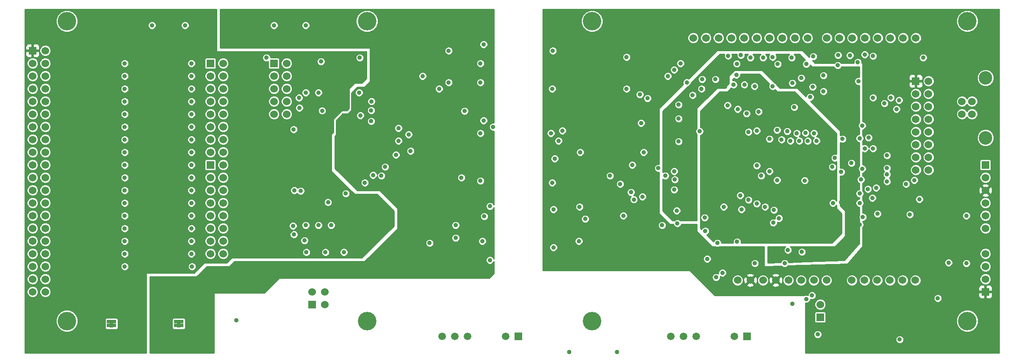
<source format=gbr>
G04 (created by PCBNEW-RS274X (2012-apr-16-27)-stable) date Sat 21 Dec 2013 03:19:58 PM CET*
G01*
G70*
G90*
%MOIN*%
G04 Gerber Fmt 3.4, Leading zero omitted, Abs format*
%FSLAX34Y34*%
G04 APERTURE LIST*
%ADD10C,0.008000*%
%ADD11R,0.059100X0.059100*%
%ADD12C,0.059100*%
%ADD13R,0.060000X0.060000*%
%ADD14C,0.060000*%
%ADD15R,0.031500X0.061800*%
%ADD16R,0.027800X0.031500*%
%ADD17R,0.027600X0.031500*%
%ADD18C,0.106300*%
%ADD19C,0.145700*%
%ADD20C,0.035000*%
%ADD21C,0.024000*%
%ADD22C,0.010000*%
G04 APERTURE END LIST*
G54D10*
G54D11*
X72250Y-45500D03*
G54D12*
X71250Y-45500D03*
X68250Y-45500D03*
X67250Y-45500D03*
X66250Y-45500D03*
G54D13*
X35000Y-24000D03*
G54D14*
X36000Y-24000D03*
X35000Y-25000D03*
X36000Y-25000D03*
X35000Y-26000D03*
X36000Y-26000D03*
X35000Y-27000D03*
X36000Y-27000D03*
X35000Y-28000D03*
X36000Y-28000D03*
X71490Y-41080D03*
X72490Y-41080D03*
X73490Y-41080D03*
X74490Y-41080D03*
X75490Y-41080D03*
X76490Y-41080D03*
X77490Y-41080D03*
X78490Y-41080D03*
X80480Y-41080D03*
X81480Y-41080D03*
X82480Y-41080D03*
X83480Y-41080D03*
X84480Y-41080D03*
X85480Y-41080D03*
X85510Y-30400D03*
X85510Y-31400D03*
X85510Y-32400D03*
X86510Y-32400D03*
X86510Y-31400D03*
X86510Y-30400D03*
X85510Y-22000D03*
X84510Y-22000D03*
X83510Y-22000D03*
X82510Y-22000D03*
X81510Y-22000D03*
X80510Y-22000D03*
X79510Y-22000D03*
X78510Y-22000D03*
X77000Y-22000D03*
X76000Y-22000D03*
X75000Y-22000D03*
X74000Y-22000D03*
X73000Y-22000D03*
X72000Y-22000D03*
X71000Y-22000D03*
X70000Y-22000D03*
X69000Y-22000D03*
X68000Y-22000D03*
G54D15*
X27500Y-44500D03*
G54D16*
X27736Y-44653D03*
G54D17*
X27736Y-44347D03*
X27264Y-44653D03*
X27264Y-44347D03*
G54D15*
X22213Y-44500D03*
G54D16*
X22449Y-44653D03*
G54D17*
X22449Y-44347D03*
X21977Y-44653D03*
X21977Y-44347D03*
G54D13*
X16000Y-23000D03*
G54D14*
X17000Y-23000D03*
X16000Y-28000D03*
X17000Y-24000D03*
X16000Y-29000D03*
X17000Y-25000D03*
X16000Y-30000D03*
X17000Y-26000D03*
X16000Y-31000D03*
X17000Y-27000D03*
X16000Y-32000D03*
X17000Y-28000D03*
X16000Y-33000D03*
X17000Y-29000D03*
X16000Y-34000D03*
X17000Y-30000D03*
X16000Y-35000D03*
X17000Y-31000D03*
X16000Y-36000D03*
X17000Y-32000D03*
X16000Y-37000D03*
X17000Y-33000D03*
X16000Y-38000D03*
X17000Y-34000D03*
X17000Y-35000D03*
X16000Y-39000D03*
X17000Y-36000D03*
X17000Y-38000D03*
X17000Y-39000D03*
X17000Y-40000D03*
X17000Y-41000D03*
X16000Y-40000D03*
X16000Y-41000D03*
X16000Y-24000D03*
X16000Y-25000D03*
X16000Y-26000D03*
X16000Y-27000D03*
X16000Y-42000D03*
X17000Y-42000D03*
X17000Y-37000D03*
G54D13*
X91000Y-42000D03*
G54D14*
X91000Y-41000D03*
X91000Y-40000D03*
X91000Y-39000D03*
G54D13*
X91000Y-32000D03*
G54D14*
X91000Y-33000D03*
X91000Y-34000D03*
X91000Y-35000D03*
X91000Y-36000D03*
X91000Y-37000D03*
G54D11*
X54250Y-45500D03*
G54D12*
X53250Y-45500D03*
X50250Y-45500D03*
X49250Y-45500D03*
X48250Y-45500D03*
G54D13*
X78000Y-44000D03*
G54D14*
X78000Y-43000D03*
G54D13*
X38000Y-43000D03*
G54D14*
X38000Y-42000D03*
X39000Y-43000D03*
X39000Y-42000D03*
X89150Y-27000D03*
X89150Y-28000D03*
X89937Y-28000D03*
X89937Y-27000D03*
G54D18*
X91000Y-25138D03*
X91000Y-29862D03*
G54D13*
X30000Y-32000D03*
G54D14*
X31000Y-32000D03*
X30000Y-33000D03*
X31000Y-33000D03*
X30000Y-34000D03*
X31000Y-34000D03*
X30000Y-35000D03*
X31000Y-35000D03*
X30000Y-36000D03*
X31000Y-36000D03*
X30000Y-37000D03*
X31000Y-37000D03*
X30000Y-38000D03*
X31000Y-38000D03*
X30000Y-39000D03*
X31000Y-39000D03*
G54D13*
X30000Y-24000D03*
G54D14*
X31000Y-24000D03*
X30000Y-25000D03*
X31000Y-25000D03*
X30000Y-26000D03*
X31000Y-26000D03*
X30000Y-27000D03*
X31000Y-27000D03*
X30000Y-28000D03*
X31000Y-28000D03*
X30000Y-29000D03*
X31000Y-29000D03*
X30000Y-30000D03*
X31000Y-30000D03*
X30000Y-31000D03*
X31000Y-31000D03*
G54D13*
X85510Y-25400D03*
G54D14*
X86510Y-25400D03*
X85510Y-26400D03*
X86510Y-26400D03*
X85510Y-27400D03*
X86510Y-27400D03*
X85510Y-28400D03*
X86510Y-28400D03*
X85510Y-29400D03*
X86510Y-29400D03*
G54D19*
X18701Y-20669D03*
X18701Y-44291D03*
X89567Y-20669D03*
X89567Y-44291D03*
X60039Y-44291D03*
X60039Y-20669D03*
X42323Y-44291D03*
X42323Y-20669D03*
G54D20*
X59400Y-28800D03*
X80850Y-46000D03*
X62000Y-39250D03*
X78700Y-23300D03*
X84050Y-33850D03*
X63850Y-28000D03*
X61000Y-23250D03*
X88189Y-37402D03*
X60000Y-33800D03*
X73000Y-22880D03*
X69380Y-23000D03*
X64050Y-29950D03*
X59750Y-27250D03*
X80450Y-31850D03*
X66300Y-39750D03*
X83225Y-23375D03*
X42650Y-28550D03*
X41800Y-28100D03*
X36575Y-37480D03*
X38785Y-27725D03*
X37402Y-37953D03*
X36969Y-26713D03*
X35000Y-22000D03*
X30000Y-41750D03*
X49250Y-28000D03*
X29000Y-41750D03*
X45500Y-38150D03*
X42450Y-26250D03*
X29500Y-41200D03*
X46600Y-26700D03*
X24150Y-41200D03*
X25400Y-22000D03*
X40551Y-23543D03*
X34665Y-38839D03*
X23750Y-41750D03*
X24600Y-41750D03*
X63200Y-32000D03*
X65250Y-32250D03*
X66500Y-24500D03*
X66500Y-32500D03*
X63800Y-26450D03*
X59000Y-38000D03*
X68650Y-26000D03*
X72350Y-29400D03*
X61450Y-32850D03*
X59050Y-35300D03*
X45750Y-30900D03*
X51400Y-38000D03*
X67950Y-26500D03*
X64400Y-26750D03*
X62500Y-36000D03*
X62250Y-33500D03*
X72200Y-27950D03*
X59500Y-36250D03*
X51550Y-36050D03*
X44800Y-30100D03*
X67500Y-25500D03*
X71500Y-27600D03*
X51250Y-25500D03*
X45600Y-29600D03*
X62750Y-23500D03*
X70700Y-27300D03*
X62750Y-26000D03*
X67000Y-24000D03*
X51250Y-24000D03*
X44800Y-29100D03*
X65800Y-32850D03*
X66000Y-25000D03*
X43750Y-32150D03*
X46700Y-25000D03*
X57100Y-31500D03*
X69800Y-40850D03*
X57400Y-30100D03*
X66500Y-33950D03*
X63325Y-34725D03*
X42800Y-32800D03*
X49300Y-37750D03*
X63100Y-34150D03*
X66550Y-33150D03*
X49300Y-36750D03*
X43450Y-32850D03*
X82400Y-33800D03*
X81300Y-28900D03*
X83250Y-31250D03*
X83250Y-32250D03*
X81500Y-30700D03*
X82150Y-30700D03*
X83250Y-33300D03*
X84200Y-26900D03*
X81200Y-33150D03*
X81300Y-32300D03*
X84000Y-27600D03*
X84750Y-33500D03*
X82100Y-34600D03*
X81750Y-33900D03*
X83550Y-26700D03*
X83050Y-27150D03*
X81100Y-34250D03*
X74750Y-36200D03*
X73350Y-32850D03*
X79000Y-35000D03*
X68700Y-25250D03*
X69750Y-25250D03*
X73000Y-35050D03*
X73650Y-35300D03*
X74350Y-35550D03*
X85400Y-33200D03*
X68950Y-37200D03*
X64000Y-34500D03*
X69100Y-39400D03*
X85800Y-34700D03*
X59100Y-31000D03*
X70300Y-40500D03*
X74650Y-24050D03*
X70400Y-35300D03*
X74600Y-29250D03*
X74600Y-33200D03*
X76840Y-29480D03*
X71450Y-38050D03*
X75450Y-38700D03*
X79370Y-24150D03*
X71700Y-34400D03*
X72350Y-34750D03*
X82150Y-26700D03*
X79150Y-31450D03*
X89500Y-39750D03*
X77700Y-30100D03*
X81000Y-25400D03*
X89500Y-36000D03*
X82150Y-23420D03*
X77500Y-29500D03*
X71400Y-24900D03*
X71425Y-24025D03*
X69900Y-38150D03*
X74300Y-36550D03*
X74950Y-30000D03*
X75750Y-23550D03*
X75400Y-29350D03*
X76900Y-24050D03*
X75650Y-30100D03*
X76500Y-25150D03*
X76150Y-29500D03*
X79400Y-23350D03*
X76350Y-30100D03*
X76550Y-38850D03*
X81500Y-23300D03*
X77010Y-30110D03*
X79650Y-32550D03*
X73500Y-23550D03*
X74000Y-32500D03*
X74000Y-29950D03*
X78950Y-32150D03*
X72500Y-23550D03*
X73000Y-29300D03*
X73000Y-32050D03*
X37100Y-34050D03*
X36600Y-34000D03*
X74200Y-25050D03*
X79450Y-25825D03*
X66000Y-35700D03*
X74050Y-39400D03*
X70500Y-25850D03*
X80700Y-24600D03*
X81100Y-36700D03*
X79650Y-34950D03*
X73000Y-25100D03*
X79125Y-36100D03*
X79450Y-37125D03*
X68800Y-35250D03*
X72050Y-25050D03*
X68750Y-27900D03*
X73075Y-38050D03*
X75450Y-26950D03*
X81100Y-35000D03*
X79750Y-29950D03*
X77200Y-26650D03*
X78250Y-24950D03*
X28500Y-36000D03*
X23250Y-33000D03*
X37550Y-38875D03*
X28500Y-25000D03*
X28550Y-40000D03*
X23250Y-31000D03*
X38500Y-36750D03*
X39050Y-38875D03*
X23250Y-34000D03*
X51500Y-22500D03*
X52000Y-39500D03*
X37500Y-36750D03*
X28500Y-29000D03*
X34400Y-23550D03*
X28500Y-32000D03*
X42150Y-33400D03*
X23250Y-37000D03*
X42670Y-26990D03*
X42650Y-27700D03*
X44600Y-31200D03*
X35000Y-21000D03*
X28500Y-38000D03*
X47250Y-38150D03*
X40500Y-38875D03*
X28500Y-34000D03*
X52000Y-35250D03*
X23250Y-27000D03*
X23250Y-29000D03*
X23250Y-28000D03*
X28500Y-30000D03*
X28500Y-37000D03*
X49750Y-33000D03*
X50000Y-27750D03*
X28500Y-31000D03*
X23250Y-36000D03*
X23250Y-26000D03*
X51500Y-28500D03*
X52250Y-29000D03*
X37500Y-21000D03*
X48000Y-26000D03*
X28500Y-39000D03*
X23250Y-30000D03*
X36500Y-36800D03*
X28500Y-27000D03*
X39252Y-34941D03*
X23250Y-35000D03*
X23250Y-25000D03*
X28500Y-24000D03*
X28500Y-35000D03*
X32050Y-44250D03*
X40650Y-34250D03*
X41700Y-26300D03*
X23250Y-38000D03*
X23250Y-32000D03*
X38500Y-26300D03*
X39500Y-36750D03*
X28000Y-21000D03*
X28500Y-26000D03*
X28500Y-28000D03*
X25400Y-21000D03*
X23250Y-24000D03*
X23250Y-39000D03*
X36550Y-29200D03*
X41750Y-23550D03*
X28500Y-33000D03*
X37500Y-26300D03*
X38700Y-23850D03*
X23250Y-40000D03*
X70750Y-23400D03*
X77800Y-45350D03*
X57000Y-38500D03*
X77400Y-25850D03*
X72025Y-25675D03*
X57000Y-35500D03*
X81800Y-29850D03*
X75200Y-39750D03*
X66850Y-28350D03*
X88100Y-39700D03*
X72850Y-39750D03*
X80950Y-23900D03*
X72825Y-25800D03*
X75950Y-27450D03*
X77350Y-42280D03*
X85050Y-35900D03*
X66750Y-36600D03*
X75800Y-42950D03*
X87250Y-42500D03*
X56950Y-23000D03*
X77450Y-23450D03*
X68500Y-29350D03*
X81100Y-29900D03*
X78250Y-26200D03*
X71175Y-25675D03*
X56800Y-29500D03*
X76900Y-42560D03*
X56900Y-26000D03*
X86100Y-23550D03*
X66700Y-35600D03*
X75800Y-25550D03*
X84250Y-45750D03*
X68900Y-36150D03*
X71800Y-35500D03*
X76775Y-33225D03*
X80330Y-23370D03*
X65550Y-36750D03*
X83250Y-32750D03*
X74250Y-23500D03*
X82500Y-35850D03*
X56900Y-33400D03*
X73150Y-27800D03*
X66850Y-30150D03*
X66850Y-27250D03*
X63900Y-28700D03*
X74250Y-25800D03*
X64100Y-31000D03*
X71750Y-23350D03*
X57700Y-29300D03*
X81350Y-36100D03*
X51250Y-29500D03*
X51250Y-33250D03*
X48750Y-23000D03*
X48750Y-25500D03*
X37000Y-27500D03*
X62000Y-46750D03*
X58250Y-46750D03*
G54D21*
X71150Y-24475D02*
X78950Y-24475D01*
X79650Y-39300D02*
X74150Y-39300D01*
X80650Y-35375D02*
X80650Y-36300D01*
X66525Y-36100D02*
X67550Y-36100D01*
X80500Y-31225D02*
X80850Y-31575D01*
X80525Y-24775D02*
X80700Y-24600D01*
X79250Y-24775D02*
X80525Y-24775D01*
X80225Y-34950D02*
X80650Y-35375D01*
X67550Y-28075D02*
X70500Y-25125D01*
X67550Y-36100D02*
X67550Y-28100D01*
X66125Y-35700D02*
X66525Y-36100D01*
X81025Y-36700D02*
X80650Y-36325D01*
X80650Y-32925D02*
X80650Y-35375D01*
X80650Y-36325D02*
X80650Y-36300D01*
X67550Y-28100D02*
X67550Y-28075D01*
X80500Y-25250D02*
X80500Y-31225D01*
X66000Y-35700D02*
X66125Y-35700D01*
X80850Y-31575D02*
X80850Y-32725D01*
X80850Y-32725D02*
X80650Y-32925D01*
X81100Y-36700D02*
X81025Y-36700D01*
X79450Y-25825D02*
X79925Y-25825D01*
X80700Y-25050D02*
X80500Y-25250D01*
X80650Y-36300D02*
X80650Y-38300D01*
X70500Y-25125D02*
X71150Y-24475D01*
X80700Y-24600D02*
X80700Y-25050D01*
X79650Y-34950D02*
X80225Y-34950D01*
X74150Y-39300D02*
X74050Y-39400D01*
X78950Y-24475D02*
X79250Y-24775D01*
X80650Y-38300D02*
X79650Y-39300D01*
X70500Y-25125D02*
X70500Y-25850D01*
X79925Y-25825D02*
X80500Y-25250D01*
X73050Y-25100D02*
X73350Y-25400D01*
X75450Y-26950D02*
X75450Y-28250D01*
X78675Y-36100D02*
X78350Y-35775D01*
X73350Y-27200D02*
X73650Y-27500D01*
X79125Y-36100D02*
X78675Y-36100D01*
X73350Y-25400D02*
X73350Y-27200D01*
X70100Y-28600D02*
X69650Y-29050D01*
X73650Y-27500D02*
X73650Y-28500D01*
X79450Y-37125D02*
X78725Y-37125D01*
X72700Y-27500D02*
X72700Y-28600D01*
X73075Y-37475D02*
X72900Y-37300D01*
X70350Y-28600D02*
X70100Y-28600D01*
X70350Y-28600D02*
X72700Y-28600D01*
X72050Y-25050D02*
X71600Y-25500D01*
X69650Y-29050D02*
X69650Y-34700D01*
X73025Y-37300D02*
X70100Y-37300D01*
X72900Y-37300D02*
X73025Y-37300D01*
X71600Y-26400D02*
X72700Y-27500D01*
X69650Y-34750D02*
X69650Y-34700D01*
X77850Y-28600D02*
X78350Y-29100D01*
X73550Y-28600D02*
X75100Y-28600D01*
X72700Y-28600D02*
X73550Y-28600D01*
X78350Y-29100D02*
X78350Y-35250D01*
X78350Y-35175D02*
X78350Y-35250D01*
X68800Y-35250D02*
X69150Y-35250D01*
X71600Y-25500D02*
X71600Y-26400D01*
X77800Y-37300D02*
X73025Y-37300D01*
X78350Y-35775D02*
X78350Y-36750D01*
X69150Y-35250D02*
X69650Y-34750D01*
X78350Y-35250D02*
X78350Y-35775D01*
X78725Y-37125D02*
X78350Y-36750D01*
X75100Y-28600D02*
X77850Y-28600D01*
X73650Y-28500D02*
X73550Y-28600D01*
X73075Y-38050D02*
X73075Y-37475D01*
X73000Y-25100D02*
X73050Y-25100D01*
X69650Y-36850D02*
X70100Y-37300D01*
X69650Y-34700D02*
X69650Y-36850D01*
X75450Y-28250D02*
X75100Y-28600D01*
G54D10*
G36*
X79674Y-37381D02*
X78916Y-38139D01*
X78025Y-38139D01*
X78025Y-30165D01*
X78025Y-30036D01*
X77976Y-29916D01*
X77885Y-29825D01*
X77765Y-29775D01*
X77685Y-29775D01*
X77775Y-29685D01*
X77825Y-29565D01*
X77825Y-29436D01*
X77776Y-29316D01*
X77685Y-29225D01*
X77565Y-29175D01*
X77436Y-29175D01*
X77316Y-29224D01*
X77225Y-29315D01*
X77175Y-29435D01*
X77175Y-29564D01*
X77224Y-29684D01*
X77315Y-29775D01*
X77435Y-29825D01*
X77515Y-29825D01*
X77425Y-29915D01*
X77375Y-30035D01*
X77375Y-30164D01*
X77424Y-30284D01*
X77515Y-30375D01*
X77635Y-30425D01*
X77764Y-30425D01*
X77884Y-30376D01*
X77975Y-30285D01*
X78025Y-30165D01*
X78025Y-38139D01*
X77335Y-38139D01*
X77335Y-30175D01*
X77335Y-30046D01*
X77286Y-29926D01*
X77195Y-29835D01*
X77075Y-29785D01*
X76952Y-29785D01*
X77024Y-29756D01*
X77115Y-29665D01*
X77165Y-29545D01*
X77165Y-29416D01*
X77116Y-29296D01*
X77025Y-29205D01*
X76905Y-29155D01*
X76776Y-29155D01*
X76656Y-29204D01*
X76565Y-29295D01*
X76515Y-29415D01*
X76515Y-29544D01*
X76564Y-29664D01*
X76655Y-29755D01*
X76775Y-29805D01*
X76897Y-29805D01*
X76826Y-29834D01*
X76735Y-29925D01*
X76685Y-30045D01*
X76685Y-30174D01*
X76734Y-30294D01*
X76825Y-30385D01*
X76945Y-30435D01*
X77074Y-30435D01*
X77194Y-30386D01*
X77285Y-30295D01*
X77335Y-30175D01*
X77335Y-38139D01*
X77100Y-38139D01*
X77100Y-33290D01*
X77100Y-33161D01*
X77051Y-33041D01*
X76960Y-32950D01*
X76840Y-32900D01*
X76711Y-32900D01*
X76675Y-32914D01*
X76675Y-30165D01*
X76675Y-30036D01*
X76626Y-29916D01*
X76535Y-29825D01*
X76415Y-29775D01*
X76335Y-29775D01*
X76425Y-29685D01*
X76475Y-29565D01*
X76475Y-29436D01*
X76426Y-29316D01*
X76335Y-29225D01*
X76275Y-29200D01*
X76275Y-27515D01*
X76275Y-27386D01*
X76226Y-27266D01*
X76135Y-27175D01*
X76015Y-27125D01*
X75886Y-27125D01*
X75766Y-27174D01*
X75675Y-27265D01*
X75625Y-27385D01*
X75625Y-27514D01*
X75674Y-27634D01*
X75765Y-27725D01*
X75885Y-27775D01*
X76014Y-27775D01*
X76134Y-27726D01*
X76225Y-27635D01*
X76275Y-27515D01*
X76275Y-29200D01*
X76215Y-29175D01*
X76086Y-29175D01*
X75966Y-29224D01*
X75875Y-29315D01*
X75825Y-29435D01*
X75825Y-29564D01*
X75874Y-29684D01*
X75965Y-29775D01*
X76085Y-29825D01*
X76165Y-29825D01*
X76075Y-29915D01*
X76025Y-30035D01*
X76025Y-30164D01*
X76074Y-30284D01*
X76165Y-30375D01*
X76285Y-30425D01*
X76414Y-30425D01*
X76534Y-30376D01*
X76625Y-30285D01*
X76675Y-30165D01*
X76675Y-32914D01*
X76591Y-32949D01*
X76500Y-33040D01*
X76450Y-33160D01*
X76450Y-33289D01*
X76499Y-33409D01*
X76590Y-33500D01*
X76710Y-33550D01*
X76839Y-33550D01*
X76959Y-33501D01*
X77050Y-33410D01*
X77100Y-33290D01*
X77100Y-38139D01*
X75975Y-38139D01*
X75975Y-30165D01*
X75975Y-30036D01*
X75926Y-29916D01*
X75835Y-29825D01*
X75725Y-29779D01*
X75725Y-29415D01*
X75725Y-29286D01*
X75676Y-29166D01*
X75585Y-29075D01*
X75465Y-29025D01*
X75336Y-29025D01*
X75216Y-29074D01*
X75125Y-29165D01*
X75075Y-29285D01*
X75075Y-29414D01*
X75124Y-29534D01*
X75215Y-29625D01*
X75335Y-29675D01*
X75464Y-29675D01*
X75584Y-29626D01*
X75675Y-29535D01*
X75725Y-29415D01*
X75725Y-29779D01*
X75715Y-29775D01*
X75586Y-29775D01*
X75466Y-29824D01*
X75375Y-29915D01*
X75325Y-30035D01*
X75325Y-30164D01*
X75374Y-30284D01*
X75465Y-30375D01*
X75585Y-30425D01*
X75714Y-30425D01*
X75834Y-30376D01*
X75925Y-30285D01*
X75975Y-30165D01*
X75975Y-38139D01*
X75275Y-38139D01*
X75275Y-30065D01*
X75275Y-29936D01*
X75226Y-29816D01*
X75135Y-29725D01*
X75015Y-29675D01*
X74925Y-29675D01*
X74925Y-29315D01*
X74925Y-29186D01*
X74876Y-29066D01*
X74785Y-28975D01*
X74665Y-28925D01*
X74536Y-28925D01*
X74416Y-28974D01*
X74325Y-29065D01*
X74275Y-29185D01*
X74275Y-29314D01*
X74324Y-29434D01*
X74415Y-29525D01*
X74535Y-29575D01*
X74664Y-29575D01*
X74784Y-29526D01*
X74875Y-29435D01*
X74925Y-29315D01*
X74925Y-29675D01*
X74886Y-29675D01*
X74766Y-29724D01*
X74675Y-29815D01*
X74625Y-29935D01*
X74625Y-30064D01*
X74674Y-30184D01*
X74765Y-30275D01*
X74885Y-30325D01*
X75014Y-30325D01*
X75134Y-30276D01*
X75225Y-30185D01*
X75275Y-30065D01*
X75275Y-38139D01*
X75075Y-38139D01*
X75075Y-36265D01*
X75075Y-36136D01*
X75026Y-36016D01*
X74935Y-35925D01*
X74925Y-35920D01*
X74925Y-33265D01*
X74925Y-33136D01*
X74876Y-33016D01*
X74785Y-32925D01*
X74665Y-32875D01*
X74536Y-32875D01*
X74416Y-32924D01*
X74325Y-33015D01*
X74325Y-32565D01*
X74325Y-32436D01*
X74325Y-30015D01*
X74325Y-29886D01*
X74276Y-29766D01*
X74185Y-29675D01*
X74065Y-29625D01*
X73936Y-29625D01*
X73816Y-29674D01*
X73725Y-29765D01*
X73675Y-29885D01*
X73675Y-30014D01*
X73724Y-30134D01*
X73815Y-30225D01*
X73935Y-30275D01*
X74064Y-30275D01*
X74184Y-30226D01*
X74275Y-30135D01*
X74325Y-30015D01*
X74325Y-32436D01*
X74276Y-32316D01*
X74185Y-32225D01*
X74065Y-32175D01*
X73936Y-32175D01*
X73816Y-32224D01*
X73725Y-32315D01*
X73675Y-32435D01*
X73675Y-32564D01*
X73724Y-32684D01*
X73815Y-32775D01*
X73935Y-32825D01*
X74064Y-32825D01*
X74184Y-32776D01*
X74275Y-32685D01*
X74325Y-32565D01*
X74325Y-33015D01*
X74275Y-33135D01*
X74275Y-33264D01*
X74324Y-33384D01*
X74415Y-33475D01*
X74535Y-33525D01*
X74664Y-33525D01*
X74784Y-33476D01*
X74875Y-33385D01*
X74925Y-33265D01*
X74925Y-35920D01*
X74815Y-35875D01*
X74686Y-35875D01*
X74675Y-35879D01*
X74675Y-35615D01*
X74675Y-35486D01*
X74626Y-35366D01*
X74535Y-35275D01*
X74415Y-35225D01*
X74286Y-35225D01*
X74166Y-35274D01*
X74075Y-35365D01*
X74025Y-35485D01*
X74025Y-35614D01*
X74074Y-35734D01*
X74165Y-35825D01*
X74285Y-35875D01*
X74414Y-35875D01*
X74534Y-35826D01*
X74625Y-35735D01*
X74675Y-35615D01*
X74675Y-35879D01*
X74566Y-35924D01*
X74475Y-36015D01*
X74425Y-36135D01*
X74425Y-36250D01*
X74365Y-36225D01*
X74236Y-36225D01*
X74116Y-36274D01*
X74025Y-36365D01*
X73975Y-36485D01*
X73975Y-35365D01*
X73975Y-35236D01*
X73926Y-35116D01*
X73835Y-35025D01*
X73715Y-34975D01*
X73675Y-34975D01*
X73675Y-32915D01*
X73675Y-32786D01*
X73626Y-32666D01*
X73535Y-32575D01*
X73475Y-32550D01*
X73475Y-27865D01*
X73475Y-27736D01*
X73426Y-27616D01*
X73335Y-27525D01*
X73215Y-27475D01*
X73150Y-27475D01*
X73150Y-25865D01*
X73150Y-25736D01*
X73101Y-25616D01*
X73010Y-25525D01*
X72890Y-25475D01*
X72761Y-25475D01*
X72641Y-25524D01*
X72550Y-25615D01*
X72500Y-25735D01*
X72500Y-25864D01*
X72549Y-25984D01*
X72640Y-26075D01*
X72760Y-26125D01*
X72889Y-26125D01*
X73009Y-26076D01*
X73100Y-25985D01*
X73150Y-25865D01*
X73150Y-27475D01*
X73086Y-27475D01*
X72966Y-27524D01*
X72875Y-27615D01*
X72825Y-27735D01*
X72825Y-27864D01*
X72874Y-27984D01*
X72965Y-28075D01*
X73085Y-28125D01*
X73214Y-28125D01*
X73334Y-28076D01*
X73425Y-27985D01*
X73475Y-27865D01*
X73475Y-32550D01*
X73415Y-32525D01*
X73325Y-32525D01*
X73325Y-32115D01*
X73325Y-31986D01*
X73325Y-29365D01*
X73325Y-29236D01*
X73276Y-29116D01*
X73185Y-29025D01*
X73065Y-28975D01*
X72936Y-28975D01*
X72816Y-29024D01*
X72725Y-29115D01*
X72675Y-29235D01*
X72675Y-29336D01*
X72626Y-29216D01*
X72535Y-29125D01*
X72525Y-29120D01*
X72525Y-28015D01*
X72525Y-27886D01*
X72476Y-27766D01*
X72385Y-27675D01*
X72350Y-27660D01*
X72350Y-25740D01*
X72350Y-25611D01*
X72301Y-25491D01*
X72210Y-25400D01*
X72090Y-25350D01*
X71961Y-25350D01*
X71841Y-25399D01*
X71750Y-25490D01*
X71700Y-25610D01*
X71700Y-25739D01*
X71749Y-25859D01*
X71840Y-25950D01*
X71960Y-26000D01*
X72089Y-26000D01*
X72209Y-25951D01*
X72300Y-25860D01*
X72350Y-25740D01*
X72350Y-27660D01*
X72265Y-27625D01*
X72136Y-27625D01*
X72016Y-27674D01*
X71925Y-27765D01*
X71875Y-27885D01*
X71875Y-28014D01*
X71924Y-28134D01*
X72015Y-28225D01*
X72135Y-28275D01*
X72264Y-28275D01*
X72384Y-28226D01*
X72475Y-28135D01*
X72525Y-28015D01*
X72525Y-29120D01*
X72415Y-29075D01*
X72286Y-29075D01*
X72166Y-29124D01*
X72075Y-29215D01*
X72025Y-29335D01*
X72025Y-29464D01*
X72074Y-29584D01*
X72165Y-29675D01*
X72285Y-29725D01*
X72414Y-29725D01*
X72534Y-29676D01*
X72625Y-29585D01*
X72675Y-29465D01*
X72675Y-29364D01*
X72724Y-29484D01*
X72815Y-29575D01*
X72935Y-29625D01*
X73064Y-29625D01*
X73184Y-29576D01*
X73275Y-29485D01*
X73325Y-29365D01*
X73325Y-31986D01*
X73276Y-31866D01*
X73185Y-31775D01*
X73065Y-31725D01*
X72936Y-31725D01*
X72816Y-31774D01*
X72725Y-31865D01*
X72675Y-31985D01*
X72675Y-32114D01*
X72724Y-32234D01*
X72815Y-32325D01*
X72935Y-32375D01*
X73064Y-32375D01*
X73184Y-32326D01*
X73275Y-32235D01*
X73325Y-32115D01*
X73325Y-32525D01*
X73286Y-32525D01*
X73166Y-32574D01*
X73075Y-32665D01*
X73025Y-32785D01*
X73025Y-32914D01*
X73074Y-33034D01*
X73165Y-33125D01*
X73285Y-33175D01*
X73414Y-33175D01*
X73534Y-33126D01*
X73625Y-33035D01*
X73675Y-32915D01*
X73675Y-34975D01*
X73586Y-34975D01*
X73466Y-35024D01*
X73375Y-35115D01*
X73325Y-35235D01*
X73325Y-35115D01*
X73325Y-34986D01*
X73276Y-34866D01*
X73185Y-34775D01*
X73065Y-34725D01*
X72936Y-34725D01*
X72816Y-34774D01*
X72725Y-34865D01*
X72675Y-34985D01*
X72675Y-34815D01*
X72675Y-34686D01*
X72626Y-34566D01*
X72535Y-34475D01*
X72415Y-34425D01*
X72286Y-34425D01*
X72166Y-34474D01*
X72075Y-34565D01*
X72025Y-34685D01*
X72025Y-34465D01*
X72025Y-34336D01*
X71976Y-34216D01*
X71885Y-34125D01*
X71825Y-34100D01*
X71825Y-27665D01*
X71825Y-27536D01*
X71776Y-27416D01*
X71685Y-27325D01*
X71565Y-27275D01*
X71436Y-27275D01*
X71316Y-27324D01*
X71225Y-27415D01*
X71175Y-27535D01*
X71175Y-27664D01*
X71224Y-27784D01*
X71315Y-27875D01*
X71435Y-27925D01*
X71564Y-27925D01*
X71684Y-27876D01*
X71775Y-27785D01*
X71825Y-27665D01*
X71825Y-34100D01*
X71765Y-34075D01*
X71636Y-34075D01*
X71516Y-34124D01*
X71425Y-34215D01*
X71375Y-34335D01*
X71375Y-34464D01*
X71424Y-34584D01*
X71515Y-34675D01*
X71635Y-34725D01*
X71764Y-34725D01*
X71884Y-34676D01*
X71975Y-34585D01*
X72025Y-34465D01*
X72025Y-34685D01*
X72025Y-34814D01*
X72074Y-34934D01*
X72165Y-35025D01*
X72285Y-35075D01*
X72414Y-35075D01*
X72534Y-35026D01*
X72625Y-34935D01*
X72675Y-34815D01*
X72675Y-34985D01*
X72675Y-35114D01*
X72724Y-35234D01*
X72815Y-35325D01*
X72935Y-35375D01*
X73064Y-35375D01*
X73184Y-35326D01*
X73275Y-35235D01*
X73325Y-35115D01*
X73325Y-35235D01*
X73325Y-35364D01*
X73374Y-35484D01*
X73465Y-35575D01*
X73585Y-35625D01*
X73714Y-35625D01*
X73834Y-35576D01*
X73925Y-35485D01*
X73975Y-35365D01*
X73975Y-36485D01*
X73975Y-36614D01*
X74024Y-36734D01*
X74115Y-36825D01*
X74235Y-36875D01*
X74364Y-36875D01*
X74484Y-36826D01*
X74575Y-36735D01*
X74625Y-36615D01*
X74625Y-36500D01*
X74685Y-36525D01*
X74814Y-36525D01*
X74934Y-36476D01*
X75025Y-36385D01*
X75075Y-36265D01*
X75075Y-38139D01*
X72125Y-38139D01*
X72125Y-35565D01*
X72125Y-35436D01*
X72076Y-35316D01*
X71985Y-35225D01*
X71865Y-35175D01*
X71736Y-35175D01*
X71616Y-35224D01*
X71525Y-35315D01*
X71475Y-35435D01*
X71475Y-35564D01*
X71524Y-35684D01*
X71615Y-35775D01*
X71735Y-35825D01*
X71864Y-35825D01*
X71984Y-35776D01*
X72075Y-35685D01*
X72125Y-35565D01*
X72125Y-38139D01*
X71765Y-38139D01*
X71775Y-38115D01*
X71775Y-37986D01*
X71726Y-37866D01*
X71635Y-37775D01*
X71515Y-37725D01*
X71386Y-37725D01*
X71266Y-37774D01*
X71175Y-37865D01*
X71125Y-37985D01*
X71125Y-38114D01*
X71135Y-38139D01*
X71025Y-38139D01*
X71025Y-27365D01*
X71025Y-27236D01*
X70976Y-27116D01*
X70885Y-27025D01*
X70765Y-26975D01*
X70636Y-26975D01*
X70516Y-27024D01*
X70425Y-27115D01*
X70375Y-27235D01*
X70375Y-27364D01*
X70424Y-27484D01*
X70515Y-27575D01*
X70635Y-27625D01*
X70764Y-27625D01*
X70884Y-27576D01*
X70975Y-27485D01*
X71025Y-27365D01*
X71025Y-38139D01*
X70725Y-38139D01*
X70725Y-35365D01*
X70725Y-35236D01*
X70676Y-35116D01*
X70585Y-35025D01*
X70465Y-34975D01*
X70336Y-34975D01*
X70216Y-35024D01*
X70125Y-35115D01*
X70075Y-35235D01*
X70075Y-35364D01*
X70124Y-35484D01*
X70215Y-35575D01*
X70335Y-35625D01*
X70464Y-35625D01*
X70584Y-35576D01*
X70675Y-35485D01*
X70725Y-35365D01*
X70725Y-38139D01*
X70225Y-38139D01*
X70225Y-38086D01*
X70176Y-37966D01*
X70085Y-37875D01*
X69965Y-37825D01*
X69836Y-37825D01*
X69716Y-37874D01*
X69625Y-37965D01*
X69597Y-38030D01*
X69069Y-37502D01*
X69134Y-37476D01*
X69225Y-37385D01*
X69275Y-37265D01*
X69275Y-37136D01*
X69226Y-37016D01*
X69225Y-37015D01*
X69225Y-36215D01*
X69225Y-36086D01*
X69176Y-35966D01*
X69085Y-35875D01*
X68965Y-35825D01*
X68836Y-35825D01*
X68716Y-35874D01*
X68625Y-35965D01*
X68575Y-36085D01*
X68575Y-36214D01*
X68624Y-36334D01*
X68715Y-36425D01*
X68835Y-36475D01*
X68964Y-36475D01*
X69084Y-36426D01*
X69175Y-36335D01*
X69225Y-36215D01*
X69225Y-37015D01*
X69135Y-36925D01*
X69015Y-36875D01*
X68886Y-36875D01*
X68766Y-36924D01*
X68675Y-37015D01*
X68647Y-37080D01*
X68554Y-36987D01*
X68554Y-29675D01*
X68564Y-29675D01*
X68684Y-29626D01*
X68775Y-29535D01*
X68825Y-29415D01*
X68825Y-29286D01*
X68776Y-29166D01*
X68685Y-29075D01*
X68565Y-29025D01*
X68554Y-29025D01*
X68554Y-27777D01*
X70100Y-26231D01*
X70690Y-26231D01*
X70980Y-25940D01*
X70990Y-25950D01*
X71110Y-26000D01*
X71239Y-26000D01*
X71359Y-25951D01*
X71450Y-25860D01*
X71500Y-25740D01*
X71500Y-25611D01*
X71451Y-25491D01*
X71360Y-25400D01*
X71240Y-25350D01*
X71113Y-25350D01*
X71113Y-25224D01*
X71203Y-25163D01*
X71215Y-25175D01*
X71335Y-25225D01*
X71464Y-25225D01*
X71584Y-25176D01*
X71675Y-25085D01*
X71725Y-24965D01*
X71725Y-24853D01*
X73207Y-24853D01*
X73973Y-25619D01*
X73925Y-25735D01*
X73925Y-25864D01*
X73974Y-25984D01*
X74065Y-26075D01*
X74185Y-26125D01*
X74314Y-26125D01*
X74431Y-26077D01*
X74585Y-26231D01*
X75963Y-26231D01*
X79281Y-29549D01*
X79281Y-31152D01*
X79215Y-31125D01*
X79086Y-31125D01*
X78966Y-31174D01*
X78875Y-31265D01*
X78825Y-31385D01*
X78825Y-31514D01*
X78874Y-31634D01*
X78965Y-31725D01*
X79085Y-31775D01*
X79214Y-31775D01*
X79281Y-31747D01*
X79281Y-34828D01*
X79276Y-34816D01*
X79275Y-34815D01*
X79275Y-32215D01*
X79275Y-32086D01*
X79226Y-31966D01*
X79135Y-31875D01*
X79015Y-31825D01*
X78886Y-31825D01*
X78766Y-31874D01*
X78675Y-31965D01*
X78625Y-32085D01*
X78625Y-32214D01*
X78674Y-32334D01*
X78765Y-32425D01*
X78885Y-32475D01*
X79014Y-32475D01*
X79134Y-32426D01*
X79225Y-32335D01*
X79275Y-32215D01*
X79275Y-34815D01*
X79185Y-34725D01*
X79065Y-34675D01*
X78936Y-34675D01*
X78816Y-34724D01*
X78725Y-34815D01*
X78675Y-34935D01*
X78675Y-35064D01*
X78724Y-35184D01*
X78815Y-35275D01*
X78935Y-35325D01*
X79064Y-35325D01*
X79184Y-35276D01*
X79275Y-35185D01*
X79281Y-35170D01*
X79281Y-35454D01*
X79674Y-35848D01*
X79674Y-37381D01*
X79674Y-37381D01*
G37*
G54D22*
X79674Y-37381D02*
X78916Y-38139D01*
X78025Y-38139D01*
X78025Y-30165D01*
X78025Y-30036D01*
X77976Y-29916D01*
X77885Y-29825D01*
X77765Y-29775D01*
X77685Y-29775D01*
X77775Y-29685D01*
X77825Y-29565D01*
X77825Y-29436D01*
X77776Y-29316D01*
X77685Y-29225D01*
X77565Y-29175D01*
X77436Y-29175D01*
X77316Y-29224D01*
X77225Y-29315D01*
X77175Y-29435D01*
X77175Y-29564D01*
X77224Y-29684D01*
X77315Y-29775D01*
X77435Y-29825D01*
X77515Y-29825D01*
X77425Y-29915D01*
X77375Y-30035D01*
X77375Y-30164D01*
X77424Y-30284D01*
X77515Y-30375D01*
X77635Y-30425D01*
X77764Y-30425D01*
X77884Y-30376D01*
X77975Y-30285D01*
X78025Y-30165D01*
X78025Y-38139D01*
X77335Y-38139D01*
X77335Y-30175D01*
X77335Y-30046D01*
X77286Y-29926D01*
X77195Y-29835D01*
X77075Y-29785D01*
X76952Y-29785D01*
X77024Y-29756D01*
X77115Y-29665D01*
X77165Y-29545D01*
X77165Y-29416D01*
X77116Y-29296D01*
X77025Y-29205D01*
X76905Y-29155D01*
X76776Y-29155D01*
X76656Y-29204D01*
X76565Y-29295D01*
X76515Y-29415D01*
X76515Y-29544D01*
X76564Y-29664D01*
X76655Y-29755D01*
X76775Y-29805D01*
X76897Y-29805D01*
X76826Y-29834D01*
X76735Y-29925D01*
X76685Y-30045D01*
X76685Y-30174D01*
X76734Y-30294D01*
X76825Y-30385D01*
X76945Y-30435D01*
X77074Y-30435D01*
X77194Y-30386D01*
X77285Y-30295D01*
X77335Y-30175D01*
X77335Y-38139D01*
X77100Y-38139D01*
X77100Y-33290D01*
X77100Y-33161D01*
X77051Y-33041D01*
X76960Y-32950D01*
X76840Y-32900D01*
X76711Y-32900D01*
X76675Y-32914D01*
X76675Y-30165D01*
X76675Y-30036D01*
X76626Y-29916D01*
X76535Y-29825D01*
X76415Y-29775D01*
X76335Y-29775D01*
X76425Y-29685D01*
X76475Y-29565D01*
X76475Y-29436D01*
X76426Y-29316D01*
X76335Y-29225D01*
X76275Y-29200D01*
X76275Y-27515D01*
X76275Y-27386D01*
X76226Y-27266D01*
X76135Y-27175D01*
X76015Y-27125D01*
X75886Y-27125D01*
X75766Y-27174D01*
X75675Y-27265D01*
X75625Y-27385D01*
X75625Y-27514D01*
X75674Y-27634D01*
X75765Y-27725D01*
X75885Y-27775D01*
X76014Y-27775D01*
X76134Y-27726D01*
X76225Y-27635D01*
X76275Y-27515D01*
X76275Y-29200D01*
X76215Y-29175D01*
X76086Y-29175D01*
X75966Y-29224D01*
X75875Y-29315D01*
X75825Y-29435D01*
X75825Y-29564D01*
X75874Y-29684D01*
X75965Y-29775D01*
X76085Y-29825D01*
X76165Y-29825D01*
X76075Y-29915D01*
X76025Y-30035D01*
X76025Y-30164D01*
X76074Y-30284D01*
X76165Y-30375D01*
X76285Y-30425D01*
X76414Y-30425D01*
X76534Y-30376D01*
X76625Y-30285D01*
X76675Y-30165D01*
X76675Y-32914D01*
X76591Y-32949D01*
X76500Y-33040D01*
X76450Y-33160D01*
X76450Y-33289D01*
X76499Y-33409D01*
X76590Y-33500D01*
X76710Y-33550D01*
X76839Y-33550D01*
X76959Y-33501D01*
X77050Y-33410D01*
X77100Y-33290D01*
X77100Y-38139D01*
X75975Y-38139D01*
X75975Y-30165D01*
X75975Y-30036D01*
X75926Y-29916D01*
X75835Y-29825D01*
X75725Y-29779D01*
X75725Y-29415D01*
X75725Y-29286D01*
X75676Y-29166D01*
X75585Y-29075D01*
X75465Y-29025D01*
X75336Y-29025D01*
X75216Y-29074D01*
X75125Y-29165D01*
X75075Y-29285D01*
X75075Y-29414D01*
X75124Y-29534D01*
X75215Y-29625D01*
X75335Y-29675D01*
X75464Y-29675D01*
X75584Y-29626D01*
X75675Y-29535D01*
X75725Y-29415D01*
X75725Y-29779D01*
X75715Y-29775D01*
X75586Y-29775D01*
X75466Y-29824D01*
X75375Y-29915D01*
X75325Y-30035D01*
X75325Y-30164D01*
X75374Y-30284D01*
X75465Y-30375D01*
X75585Y-30425D01*
X75714Y-30425D01*
X75834Y-30376D01*
X75925Y-30285D01*
X75975Y-30165D01*
X75975Y-38139D01*
X75275Y-38139D01*
X75275Y-30065D01*
X75275Y-29936D01*
X75226Y-29816D01*
X75135Y-29725D01*
X75015Y-29675D01*
X74925Y-29675D01*
X74925Y-29315D01*
X74925Y-29186D01*
X74876Y-29066D01*
X74785Y-28975D01*
X74665Y-28925D01*
X74536Y-28925D01*
X74416Y-28974D01*
X74325Y-29065D01*
X74275Y-29185D01*
X74275Y-29314D01*
X74324Y-29434D01*
X74415Y-29525D01*
X74535Y-29575D01*
X74664Y-29575D01*
X74784Y-29526D01*
X74875Y-29435D01*
X74925Y-29315D01*
X74925Y-29675D01*
X74886Y-29675D01*
X74766Y-29724D01*
X74675Y-29815D01*
X74625Y-29935D01*
X74625Y-30064D01*
X74674Y-30184D01*
X74765Y-30275D01*
X74885Y-30325D01*
X75014Y-30325D01*
X75134Y-30276D01*
X75225Y-30185D01*
X75275Y-30065D01*
X75275Y-38139D01*
X75075Y-38139D01*
X75075Y-36265D01*
X75075Y-36136D01*
X75026Y-36016D01*
X74935Y-35925D01*
X74925Y-35920D01*
X74925Y-33265D01*
X74925Y-33136D01*
X74876Y-33016D01*
X74785Y-32925D01*
X74665Y-32875D01*
X74536Y-32875D01*
X74416Y-32924D01*
X74325Y-33015D01*
X74325Y-32565D01*
X74325Y-32436D01*
X74325Y-30015D01*
X74325Y-29886D01*
X74276Y-29766D01*
X74185Y-29675D01*
X74065Y-29625D01*
X73936Y-29625D01*
X73816Y-29674D01*
X73725Y-29765D01*
X73675Y-29885D01*
X73675Y-30014D01*
X73724Y-30134D01*
X73815Y-30225D01*
X73935Y-30275D01*
X74064Y-30275D01*
X74184Y-30226D01*
X74275Y-30135D01*
X74325Y-30015D01*
X74325Y-32436D01*
X74276Y-32316D01*
X74185Y-32225D01*
X74065Y-32175D01*
X73936Y-32175D01*
X73816Y-32224D01*
X73725Y-32315D01*
X73675Y-32435D01*
X73675Y-32564D01*
X73724Y-32684D01*
X73815Y-32775D01*
X73935Y-32825D01*
X74064Y-32825D01*
X74184Y-32776D01*
X74275Y-32685D01*
X74325Y-32565D01*
X74325Y-33015D01*
X74275Y-33135D01*
X74275Y-33264D01*
X74324Y-33384D01*
X74415Y-33475D01*
X74535Y-33525D01*
X74664Y-33525D01*
X74784Y-33476D01*
X74875Y-33385D01*
X74925Y-33265D01*
X74925Y-35920D01*
X74815Y-35875D01*
X74686Y-35875D01*
X74675Y-35879D01*
X74675Y-35615D01*
X74675Y-35486D01*
X74626Y-35366D01*
X74535Y-35275D01*
X74415Y-35225D01*
X74286Y-35225D01*
X74166Y-35274D01*
X74075Y-35365D01*
X74025Y-35485D01*
X74025Y-35614D01*
X74074Y-35734D01*
X74165Y-35825D01*
X74285Y-35875D01*
X74414Y-35875D01*
X74534Y-35826D01*
X74625Y-35735D01*
X74675Y-35615D01*
X74675Y-35879D01*
X74566Y-35924D01*
X74475Y-36015D01*
X74425Y-36135D01*
X74425Y-36250D01*
X74365Y-36225D01*
X74236Y-36225D01*
X74116Y-36274D01*
X74025Y-36365D01*
X73975Y-36485D01*
X73975Y-35365D01*
X73975Y-35236D01*
X73926Y-35116D01*
X73835Y-35025D01*
X73715Y-34975D01*
X73675Y-34975D01*
X73675Y-32915D01*
X73675Y-32786D01*
X73626Y-32666D01*
X73535Y-32575D01*
X73475Y-32550D01*
X73475Y-27865D01*
X73475Y-27736D01*
X73426Y-27616D01*
X73335Y-27525D01*
X73215Y-27475D01*
X73150Y-27475D01*
X73150Y-25865D01*
X73150Y-25736D01*
X73101Y-25616D01*
X73010Y-25525D01*
X72890Y-25475D01*
X72761Y-25475D01*
X72641Y-25524D01*
X72550Y-25615D01*
X72500Y-25735D01*
X72500Y-25864D01*
X72549Y-25984D01*
X72640Y-26075D01*
X72760Y-26125D01*
X72889Y-26125D01*
X73009Y-26076D01*
X73100Y-25985D01*
X73150Y-25865D01*
X73150Y-27475D01*
X73086Y-27475D01*
X72966Y-27524D01*
X72875Y-27615D01*
X72825Y-27735D01*
X72825Y-27864D01*
X72874Y-27984D01*
X72965Y-28075D01*
X73085Y-28125D01*
X73214Y-28125D01*
X73334Y-28076D01*
X73425Y-27985D01*
X73475Y-27865D01*
X73475Y-32550D01*
X73415Y-32525D01*
X73325Y-32525D01*
X73325Y-32115D01*
X73325Y-31986D01*
X73325Y-29365D01*
X73325Y-29236D01*
X73276Y-29116D01*
X73185Y-29025D01*
X73065Y-28975D01*
X72936Y-28975D01*
X72816Y-29024D01*
X72725Y-29115D01*
X72675Y-29235D01*
X72675Y-29336D01*
X72626Y-29216D01*
X72535Y-29125D01*
X72525Y-29120D01*
X72525Y-28015D01*
X72525Y-27886D01*
X72476Y-27766D01*
X72385Y-27675D01*
X72350Y-27660D01*
X72350Y-25740D01*
X72350Y-25611D01*
X72301Y-25491D01*
X72210Y-25400D01*
X72090Y-25350D01*
X71961Y-25350D01*
X71841Y-25399D01*
X71750Y-25490D01*
X71700Y-25610D01*
X71700Y-25739D01*
X71749Y-25859D01*
X71840Y-25950D01*
X71960Y-26000D01*
X72089Y-26000D01*
X72209Y-25951D01*
X72300Y-25860D01*
X72350Y-25740D01*
X72350Y-27660D01*
X72265Y-27625D01*
X72136Y-27625D01*
X72016Y-27674D01*
X71925Y-27765D01*
X71875Y-27885D01*
X71875Y-28014D01*
X71924Y-28134D01*
X72015Y-28225D01*
X72135Y-28275D01*
X72264Y-28275D01*
X72384Y-28226D01*
X72475Y-28135D01*
X72525Y-28015D01*
X72525Y-29120D01*
X72415Y-29075D01*
X72286Y-29075D01*
X72166Y-29124D01*
X72075Y-29215D01*
X72025Y-29335D01*
X72025Y-29464D01*
X72074Y-29584D01*
X72165Y-29675D01*
X72285Y-29725D01*
X72414Y-29725D01*
X72534Y-29676D01*
X72625Y-29585D01*
X72675Y-29465D01*
X72675Y-29364D01*
X72724Y-29484D01*
X72815Y-29575D01*
X72935Y-29625D01*
X73064Y-29625D01*
X73184Y-29576D01*
X73275Y-29485D01*
X73325Y-29365D01*
X73325Y-31986D01*
X73276Y-31866D01*
X73185Y-31775D01*
X73065Y-31725D01*
X72936Y-31725D01*
X72816Y-31774D01*
X72725Y-31865D01*
X72675Y-31985D01*
X72675Y-32114D01*
X72724Y-32234D01*
X72815Y-32325D01*
X72935Y-32375D01*
X73064Y-32375D01*
X73184Y-32326D01*
X73275Y-32235D01*
X73325Y-32115D01*
X73325Y-32525D01*
X73286Y-32525D01*
X73166Y-32574D01*
X73075Y-32665D01*
X73025Y-32785D01*
X73025Y-32914D01*
X73074Y-33034D01*
X73165Y-33125D01*
X73285Y-33175D01*
X73414Y-33175D01*
X73534Y-33126D01*
X73625Y-33035D01*
X73675Y-32915D01*
X73675Y-34975D01*
X73586Y-34975D01*
X73466Y-35024D01*
X73375Y-35115D01*
X73325Y-35235D01*
X73325Y-35115D01*
X73325Y-34986D01*
X73276Y-34866D01*
X73185Y-34775D01*
X73065Y-34725D01*
X72936Y-34725D01*
X72816Y-34774D01*
X72725Y-34865D01*
X72675Y-34985D01*
X72675Y-34815D01*
X72675Y-34686D01*
X72626Y-34566D01*
X72535Y-34475D01*
X72415Y-34425D01*
X72286Y-34425D01*
X72166Y-34474D01*
X72075Y-34565D01*
X72025Y-34685D01*
X72025Y-34465D01*
X72025Y-34336D01*
X71976Y-34216D01*
X71885Y-34125D01*
X71825Y-34100D01*
X71825Y-27665D01*
X71825Y-27536D01*
X71776Y-27416D01*
X71685Y-27325D01*
X71565Y-27275D01*
X71436Y-27275D01*
X71316Y-27324D01*
X71225Y-27415D01*
X71175Y-27535D01*
X71175Y-27664D01*
X71224Y-27784D01*
X71315Y-27875D01*
X71435Y-27925D01*
X71564Y-27925D01*
X71684Y-27876D01*
X71775Y-27785D01*
X71825Y-27665D01*
X71825Y-34100D01*
X71765Y-34075D01*
X71636Y-34075D01*
X71516Y-34124D01*
X71425Y-34215D01*
X71375Y-34335D01*
X71375Y-34464D01*
X71424Y-34584D01*
X71515Y-34675D01*
X71635Y-34725D01*
X71764Y-34725D01*
X71884Y-34676D01*
X71975Y-34585D01*
X72025Y-34465D01*
X72025Y-34685D01*
X72025Y-34814D01*
X72074Y-34934D01*
X72165Y-35025D01*
X72285Y-35075D01*
X72414Y-35075D01*
X72534Y-35026D01*
X72625Y-34935D01*
X72675Y-34815D01*
X72675Y-34985D01*
X72675Y-35114D01*
X72724Y-35234D01*
X72815Y-35325D01*
X72935Y-35375D01*
X73064Y-35375D01*
X73184Y-35326D01*
X73275Y-35235D01*
X73325Y-35115D01*
X73325Y-35235D01*
X73325Y-35364D01*
X73374Y-35484D01*
X73465Y-35575D01*
X73585Y-35625D01*
X73714Y-35625D01*
X73834Y-35576D01*
X73925Y-35485D01*
X73975Y-35365D01*
X73975Y-36485D01*
X73975Y-36614D01*
X74024Y-36734D01*
X74115Y-36825D01*
X74235Y-36875D01*
X74364Y-36875D01*
X74484Y-36826D01*
X74575Y-36735D01*
X74625Y-36615D01*
X74625Y-36500D01*
X74685Y-36525D01*
X74814Y-36525D01*
X74934Y-36476D01*
X75025Y-36385D01*
X75075Y-36265D01*
X75075Y-38139D01*
X72125Y-38139D01*
X72125Y-35565D01*
X72125Y-35436D01*
X72076Y-35316D01*
X71985Y-35225D01*
X71865Y-35175D01*
X71736Y-35175D01*
X71616Y-35224D01*
X71525Y-35315D01*
X71475Y-35435D01*
X71475Y-35564D01*
X71524Y-35684D01*
X71615Y-35775D01*
X71735Y-35825D01*
X71864Y-35825D01*
X71984Y-35776D01*
X72075Y-35685D01*
X72125Y-35565D01*
X72125Y-38139D01*
X71765Y-38139D01*
X71775Y-38115D01*
X71775Y-37986D01*
X71726Y-37866D01*
X71635Y-37775D01*
X71515Y-37725D01*
X71386Y-37725D01*
X71266Y-37774D01*
X71175Y-37865D01*
X71125Y-37985D01*
X71125Y-38114D01*
X71135Y-38139D01*
X71025Y-38139D01*
X71025Y-27365D01*
X71025Y-27236D01*
X70976Y-27116D01*
X70885Y-27025D01*
X70765Y-26975D01*
X70636Y-26975D01*
X70516Y-27024D01*
X70425Y-27115D01*
X70375Y-27235D01*
X70375Y-27364D01*
X70424Y-27484D01*
X70515Y-27575D01*
X70635Y-27625D01*
X70764Y-27625D01*
X70884Y-27576D01*
X70975Y-27485D01*
X71025Y-27365D01*
X71025Y-38139D01*
X70725Y-38139D01*
X70725Y-35365D01*
X70725Y-35236D01*
X70676Y-35116D01*
X70585Y-35025D01*
X70465Y-34975D01*
X70336Y-34975D01*
X70216Y-35024D01*
X70125Y-35115D01*
X70075Y-35235D01*
X70075Y-35364D01*
X70124Y-35484D01*
X70215Y-35575D01*
X70335Y-35625D01*
X70464Y-35625D01*
X70584Y-35576D01*
X70675Y-35485D01*
X70725Y-35365D01*
X70725Y-38139D01*
X70225Y-38139D01*
X70225Y-38086D01*
X70176Y-37966D01*
X70085Y-37875D01*
X69965Y-37825D01*
X69836Y-37825D01*
X69716Y-37874D01*
X69625Y-37965D01*
X69597Y-38030D01*
X69069Y-37502D01*
X69134Y-37476D01*
X69225Y-37385D01*
X69275Y-37265D01*
X69275Y-37136D01*
X69226Y-37016D01*
X69225Y-37015D01*
X69225Y-36215D01*
X69225Y-36086D01*
X69176Y-35966D01*
X69085Y-35875D01*
X68965Y-35825D01*
X68836Y-35825D01*
X68716Y-35874D01*
X68625Y-35965D01*
X68575Y-36085D01*
X68575Y-36214D01*
X68624Y-36334D01*
X68715Y-36425D01*
X68835Y-36475D01*
X68964Y-36475D01*
X69084Y-36426D01*
X69175Y-36335D01*
X69225Y-36215D01*
X69225Y-37015D01*
X69135Y-36925D01*
X69015Y-36875D01*
X68886Y-36875D01*
X68766Y-36924D01*
X68675Y-37015D01*
X68647Y-37080D01*
X68554Y-36987D01*
X68554Y-29675D01*
X68564Y-29675D01*
X68684Y-29626D01*
X68775Y-29535D01*
X68825Y-29415D01*
X68825Y-29286D01*
X68776Y-29166D01*
X68685Y-29075D01*
X68565Y-29025D01*
X68554Y-29025D01*
X68554Y-27777D01*
X70100Y-26231D01*
X70690Y-26231D01*
X70980Y-25940D01*
X70990Y-25950D01*
X71110Y-26000D01*
X71239Y-26000D01*
X71359Y-25951D01*
X71450Y-25860D01*
X71500Y-25740D01*
X71500Y-25611D01*
X71451Y-25491D01*
X71360Y-25400D01*
X71240Y-25350D01*
X71113Y-25350D01*
X71113Y-25224D01*
X71203Y-25163D01*
X71215Y-25175D01*
X71335Y-25225D01*
X71464Y-25225D01*
X71584Y-25176D01*
X71675Y-25085D01*
X71725Y-24965D01*
X71725Y-24853D01*
X73207Y-24853D01*
X73973Y-25619D01*
X73925Y-25735D01*
X73925Y-25864D01*
X73974Y-25984D01*
X74065Y-26075D01*
X74185Y-26125D01*
X74314Y-26125D01*
X74431Y-26077D01*
X74585Y-26231D01*
X75963Y-26231D01*
X79281Y-29549D01*
X79281Y-31152D01*
X79215Y-31125D01*
X79086Y-31125D01*
X78966Y-31174D01*
X78875Y-31265D01*
X78825Y-31385D01*
X78825Y-31514D01*
X78874Y-31634D01*
X78965Y-31725D01*
X79085Y-31775D01*
X79214Y-31775D01*
X79281Y-31747D01*
X79281Y-34828D01*
X79276Y-34816D01*
X79275Y-34815D01*
X79275Y-32215D01*
X79275Y-32086D01*
X79226Y-31966D01*
X79135Y-31875D01*
X79015Y-31825D01*
X78886Y-31825D01*
X78766Y-31874D01*
X78675Y-31965D01*
X78625Y-32085D01*
X78625Y-32214D01*
X78674Y-32334D01*
X78765Y-32425D01*
X78885Y-32475D01*
X79014Y-32475D01*
X79134Y-32426D01*
X79225Y-32335D01*
X79275Y-32215D01*
X79275Y-34815D01*
X79185Y-34725D01*
X79065Y-34675D01*
X78936Y-34675D01*
X78816Y-34724D01*
X78725Y-34815D01*
X78675Y-34935D01*
X78675Y-35064D01*
X78724Y-35184D01*
X78815Y-35275D01*
X78935Y-35325D01*
X79064Y-35325D01*
X79184Y-35276D01*
X79275Y-35185D01*
X79281Y-35170D01*
X79281Y-35454D01*
X79674Y-35848D01*
X79674Y-37381D01*
G54D10*
G36*
X81052Y-38171D02*
X79897Y-39518D01*
X76875Y-39615D01*
X76875Y-38915D01*
X76875Y-38786D01*
X76826Y-38666D01*
X76735Y-38575D01*
X76615Y-38525D01*
X76486Y-38525D01*
X76366Y-38574D01*
X76275Y-38665D01*
X76225Y-38785D01*
X76225Y-38914D01*
X76274Y-39034D01*
X76365Y-39125D01*
X76485Y-39175D01*
X76614Y-39175D01*
X76734Y-39126D01*
X76825Y-39035D01*
X76875Y-38915D01*
X76875Y-39615D01*
X75513Y-39659D01*
X75476Y-39566D01*
X75385Y-39475D01*
X75265Y-39425D01*
X75136Y-39425D01*
X75016Y-39474D01*
X74925Y-39565D01*
X74877Y-39679D01*
X73869Y-39712D01*
X73869Y-38436D01*
X75254Y-38436D01*
X75175Y-38515D01*
X75125Y-38635D01*
X75125Y-38764D01*
X75174Y-38884D01*
X75265Y-38975D01*
X75385Y-39025D01*
X75514Y-39025D01*
X75634Y-38976D01*
X75725Y-38885D01*
X75775Y-38765D01*
X75775Y-38636D01*
X75726Y-38516D01*
X75646Y-38436D01*
X79155Y-38436D01*
X79971Y-37619D01*
X79971Y-35609D01*
X79578Y-35215D01*
X79578Y-32872D01*
X79585Y-32875D01*
X79714Y-32875D01*
X79834Y-32826D01*
X79925Y-32735D01*
X79975Y-32615D01*
X79975Y-32486D01*
X79926Y-32366D01*
X79835Y-32275D01*
X79715Y-32225D01*
X79586Y-32225D01*
X79578Y-32228D01*
X79578Y-30230D01*
X79685Y-30275D01*
X79814Y-30275D01*
X79934Y-30226D01*
X80025Y-30135D01*
X80075Y-30015D01*
X80075Y-29886D01*
X80026Y-29766D01*
X79935Y-29675D01*
X79815Y-29625D01*
X79686Y-29625D01*
X79578Y-29669D01*
X79578Y-29310D01*
X78575Y-28307D01*
X78575Y-26265D01*
X78575Y-26136D01*
X78575Y-25015D01*
X78575Y-24886D01*
X78526Y-24766D01*
X78435Y-24675D01*
X78315Y-24625D01*
X78186Y-24625D01*
X78066Y-24674D01*
X77975Y-24765D01*
X77925Y-24885D01*
X77925Y-25014D01*
X77974Y-25134D01*
X78065Y-25225D01*
X78185Y-25275D01*
X78314Y-25275D01*
X78434Y-25226D01*
X78525Y-25135D01*
X78575Y-25015D01*
X78575Y-26136D01*
X78526Y-26016D01*
X78435Y-25925D01*
X78315Y-25875D01*
X78186Y-25875D01*
X78066Y-25924D01*
X77975Y-26015D01*
X77925Y-26135D01*
X77925Y-26264D01*
X77974Y-26384D01*
X78065Y-26475D01*
X78185Y-26525D01*
X78314Y-26525D01*
X78434Y-26476D01*
X78525Y-26385D01*
X78575Y-26265D01*
X78575Y-28307D01*
X77725Y-27457D01*
X77725Y-25915D01*
X77725Y-25786D01*
X77676Y-25666D01*
X77585Y-25575D01*
X77465Y-25525D01*
X77336Y-25525D01*
X77216Y-25574D01*
X77125Y-25665D01*
X77075Y-25785D01*
X77075Y-25914D01*
X77124Y-26034D01*
X77215Y-26125D01*
X77335Y-26175D01*
X77464Y-26175D01*
X77584Y-26126D01*
X77675Y-26035D01*
X77725Y-25915D01*
X77725Y-27457D01*
X77243Y-26975D01*
X77264Y-26975D01*
X77384Y-26926D01*
X77475Y-26835D01*
X77525Y-26715D01*
X77525Y-26586D01*
X77476Y-26466D01*
X77385Y-26375D01*
X77265Y-26325D01*
X77136Y-26325D01*
X77016Y-26374D01*
X76925Y-26465D01*
X76875Y-26585D01*
X76875Y-26607D01*
X76825Y-26557D01*
X76825Y-25215D01*
X76825Y-25086D01*
X76776Y-24966D01*
X76685Y-24875D01*
X76565Y-24825D01*
X76436Y-24825D01*
X76316Y-24874D01*
X76225Y-24965D01*
X76175Y-25085D01*
X76175Y-25214D01*
X76224Y-25334D01*
X76315Y-25425D01*
X76435Y-25475D01*
X76564Y-25475D01*
X76684Y-25426D01*
X76775Y-25335D01*
X76825Y-25215D01*
X76825Y-26557D01*
X76202Y-25934D01*
X76125Y-25934D01*
X76125Y-25615D01*
X76125Y-25486D01*
X76076Y-25366D01*
X75985Y-25275D01*
X75865Y-25225D01*
X75736Y-25225D01*
X75616Y-25274D01*
X75525Y-25365D01*
X75475Y-25485D01*
X75475Y-25614D01*
X75524Y-25734D01*
X75615Y-25825D01*
X75735Y-25875D01*
X75864Y-25875D01*
X75984Y-25826D01*
X76075Y-25735D01*
X76125Y-25615D01*
X76125Y-25934D01*
X74975Y-25934D01*
X74975Y-24115D01*
X74975Y-23986D01*
X74926Y-23866D01*
X74835Y-23775D01*
X74715Y-23725D01*
X74586Y-23725D01*
X74466Y-23774D01*
X74375Y-23865D01*
X74325Y-23985D01*
X74325Y-24114D01*
X74374Y-24234D01*
X74465Y-24325D01*
X74585Y-24375D01*
X74714Y-24375D01*
X74834Y-24326D01*
X74925Y-24235D01*
X74975Y-24115D01*
X74975Y-25934D01*
X74824Y-25934D01*
X74539Y-25649D01*
X74526Y-25616D01*
X74435Y-25525D01*
X74400Y-25510D01*
X73446Y-24556D01*
X71750Y-24556D01*
X71750Y-24090D01*
X71750Y-23961D01*
X71701Y-23841D01*
X71610Y-23750D01*
X71490Y-23700D01*
X71361Y-23700D01*
X71241Y-23749D01*
X71150Y-23840D01*
X71100Y-23960D01*
X71100Y-24089D01*
X71149Y-24209D01*
X71240Y-24300D01*
X71360Y-24350D01*
X71489Y-24350D01*
X71609Y-24301D01*
X71700Y-24210D01*
X71750Y-24090D01*
X71750Y-24556D01*
X71239Y-24556D01*
X70816Y-24979D01*
X70816Y-25570D01*
X70451Y-25934D01*
X70075Y-25934D01*
X70075Y-25315D01*
X70075Y-25186D01*
X70026Y-25066D01*
X69935Y-24975D01*
X69815Y-24925D01*
X69686Y-24925D01*
X69566Y-24974D01*
X69475Y-25065D01*
X69425Y-25185D01*
X69425Y-25314D01*
X69474Y-25434D01*
X69565Y-25525D01*
X69685Y-25575D01*
X69814Y-25575D01*
X69934Y-25526D01*
X70025Y-25435D01*
X70075Y-25315D01*
X70075Y-25934D01*
X69861Y-25934D01*
X69025Y-26770D01*
X69025Y-25315D01*
X69025Y-25186D01*
X68976Y-25066D01*
X68885Y-24975D01*
X68765Y-24925D01*
X68636Y-24925D01*
X68516Y-24974D01*
X68425Y-25065D01*
X68375Y-25185D01*
X68375Y-25314D01*
X68424Y-25434D01*
X68515Y-25525D01*
X68635Y-25575D01*
X68764Y-25575D01*
X68884Y-25526D01*
X68975Y-25435D01*
X69025Y-25315D01*
X69025Y-26770D01*
X68975Y-26820D01*
X68975Y-26065D01*
X68975Y-25936D01*
X68926Y-25816D01*
X68835Y-25725D01*
X68715Y-25675D01*
X68586Y-25675D01*
X68466Y-25724D01*
X68375Y-25815D01*
X68325Y-25935D01*
X68325Y-26064D01*
X68374Y-26184D01*
X68465Y-26275D01*
X68585Y-26325D01*
X68714Y-26325D01*
X68834Y-26276D01*
X68925Y-26185D01*
X68975Y-26065D01*
X68975Y-26820D01*
X68275Y-27520D01*
X68275Y-26565D01*
X68275Y-26436D01*
X68226Y-26316D01*
X68135Y-26225D01*
X68015Y-26175D01*
X67886Y-26175D01*
X67766Y-26224D01*
X67675Y-26315D01*
X67625Y-26435D01*
X67625Y-26564D01*
X67674Y-26684D01*
X67765Y-26775D01*
X67885Y-26825D01*
X68014Y-26825D01*
X68134Y-26776D01*
X68225Y-26685D01*
X68275Y-26565D01*
X68275Y-27520D01*
X68257Y-27538D01*
X68257Y-29133D01*
X68225Y-29165D01*
X68175Y-29285D01*
X68175Y-29414D01*
X68224Y-29534D01*
X68257Y-29567D01*
X68257Y-36367D01*
X67175Y-36367D01*
X67175Y-30215D01*
X67175Y-30086D01*
X67175Y-28415D01*
X67175Y-28286D01*
X67175Y-27315D01*
X67175Y-27186D01*
X67126Y-27066D01*
X67035Y-26975D01*
X66915Y-26925D01*
X66786Y-26925D01*
X66666Y-26974D01*
X66575Y-27065D01*
X66525Y-27185D01*
X66525Y-27314D01*
X66574Y-27434D01*
X66665Y-27525D01*
X66785Y-27575D01*
X66914Y-27575D01*
X67034Y-27526D01*
X67125Y-27435D01*
X67175Y-27315D01*
X67175Y-28286D01*
X67126Y-28166D01*
X67035Y-28075D01*
X66915Y-28025D01*
X66786Y-28025D01*
X66666Y-28074D01*
X66575Y-28165D01*
X66525Y-28285D01*
X66525Y-28414D01*
X66574Y-28534D01*
X66665Y-28625D01*
X66785Y-28675D01*
X66914Y-28675D01*
X67034Y-28626D01*
X67125Y-28535D01*
X67175Y-28415D01*
X67175Y-30086D01*
X67126Y-29966D01*
X67035Y-29875D01*
X66915Y-29825D01*
X66786Y-29825D01*
X66666Y-29874D01*
X66575Y-29965D01*
X66525Y-30085D01*
X66525Y-30214D01*
X66574Y-30334D01*
X66665Y-30425D01*
X66785Y-30475D01*
X66914Y-30475D01*
X67034Y-30426D01*
X67125Y-30335D01*
X67175Y-30215D01*
X67175Y-36367D01*
X67025Y-36367D01*
X67025Y-35665D01*
X67025Y-35536D01*
X66976Y-35416D01*
X66885Y-35325D01*
X66875Y-35320D01*
X66875Y-33215D01*
X66875Y-33086D01*
X66826Y-32966D01*
X66735Y-32875D01*
X66615Y-32825D01*
X66564Y-32825D01*
X66684Y-32776D01*
X66775Y-32685D01*
X66825Y-32565D01*
X66825Y-32436D01*
X66776Y-32316D01*
X66685Y-32225D01*
X66565Y-32175D01*
X66436Y-32175D01*
X66316Y-32224D01*
X66225Y-32315D01*
X66175Y-32435D01*
X66175Y-32564D01*
X66224Y-32684D01*
X66315Y-32775D01*
X66435Y-32825D01*
X66486Y-32825D01*
X66366Y-32874D01*
X66275Y-32965D01*
X66225Y-33085D01*
X66225Y-33214D01*
X66274Y-33334D01*
X66365Y-33425D01*
X66485Y-33475D01*
X66614Y-33475D01*
X66734Y-33426D01*
X66825Y-33335D01*
X66875Y-33215D01*
X66875Y-35320D01*
X66825Y-35300D01*
X66825Y-34015D01*
X66825Y-33886D01*
X66776Y-33766D01*
X66685Y-33675D01*
X66565Y-33625D01*
X66436Y-33625D01*
X66316Y-33674D01*
X66225Y-33765D01*
X66175Y-33885D01*
X66175Y-34014D01*
X66224Y-34134D01*
X66315Y-34225D01*
X66435Y-34275D01*
X66564Y-34275D01*
X66684Y-34226D01*
X66775Y-34135D01*
X66825Y-34015D01*
X66825Y-35300D01*
X66765Y-35275D01*
X66636Y-35275D01*
X66516Y-35324D01*
X66425Y-35415D01*
X66375Y-35535D01*
X66375Y-35664D01*
X66424Y-35784D01*
X66515Y-35875D01*
X66635Y-35925D01*
X66764Y-35925D01*
X66884Y-35876D01*
X66975Y-35785D01*
X67025Y-35665D01*
X67025Y-36367D01*
X66977Y-36367D01*
X66935Y-36325D01*
X66815Y-36275D01*
X66686Y-36275D01*
X66566Y-36324D01*
X66523Y-36367D01*
X66360Y-36367D01*
X65601Y-35609D01*
X65601Y-33111D01*
X65615Y-33125D01*
X65735Y-33175D01*
X65864Y-33175D01*
X65984Y-33126D01*
X66075Y-33035D01*
X66125Y-32915D01*
X66125Y-32786D01*
X66076Y-32666D01*
X65985Y-32575D01*
X65865Y-32525D01*
X65736Y-32525D01*
X65616Y-32574D01*
X65601Y-32589D01*
X65601Y-27777D01*
X67553Y-25825D01*
X67564Y-25825D01*
X67684Y-25776D01*
X67775Y-25685D01*
X67825Y-25565D01*
X67825Y-25553D01*
X70100Y-23278D01*
X70448Y-23278D01*
X70425Y-23335D01*
X70425Y-23464D01*
X70474Y-23584D01*
X70565Y-23675D01*
X70685Y-23725D01*
X70814Y-23725D01*
X70934Y-23676D01*
X71025Y-23585D01*
X71075Y-23465D01*
X71075Y-23336D01*
X71051Y-23278D01*
X71427Y-23278D01*
X71425Y-23285D01*
X71425Y-23414D01*
X71474Y-23534D01*
X71565Y-23625D01*
X71685Y-23675D01*
X71814Y-23675D01*
X71934Y-23626D01*
X72025Y-23535D01*
X72075Y-23415D01*
X72075Y-23286D01*
X72071Y-23278D01*
X72312Y-23278D01*
X72225Y-23365D01*
X72175Y-23485D01*
X72175Y-23614D01*
X72224Y-23734D01*
X72315Y-23825D01*
X72435Y-23875D01*
X72564Y-23875D01*
X72684Y-23826D01*
X72775Y-23735D01*
X72825Y-23615D01*
X72825Y-23486D01*
X72776Y-23366D01*
X72688Y-23278D01*
X73312Y-23278D01*
X73225Y-23365D01*
X73175Y-23485D01*
X73175Y-23614D01*
X73224Y-23734D01*
X73315Y-23825D01*
X73435Y-23875D01*
X73564Y-23875D01*
X73684Y-23826D01*
X73775Y-23735D01*
X73825Y-23615D01*
X73825Y-23486D01*
X73776Y-23366D01*
X73688Y-23278D01*
X74012Y-23278D01*
X73975Y-23315D01*
X73925Y-23435D01*
X73925Y-23564D01*
X73974Y-23684D01*
X74065Y-23775D01*
X74185Y-23825D01*
X74314Y-23825D01*
X74434Y-23776D01*
X74525Y-23685D01*
X74575Y-23565D01*
X74575Y-23436D01*
X74526Y-23316D01*
X74488Y-23278D01*
X75562Y-23278D01*
X75475Y-23365D01*
X75425Y-23485D01*
X75425Y-23614D01*
X75474Y-23734D01*
X75565Y-23825D01*
X75685Y-23875D01*
X75814Y-23875D01*
X75934Y-23826D01*
X76025Y-23735D01*
X76075Y-23615D01*
X76075Y-23486D01*
X76026Y-23366D01*
X75938Y-23278D01*
X76357Y-23278D01*
X76812Y-23734D01*
X76716Y-23774D01*
X76625Y-23865D01*
X76575Y-23985D01*
X76575Y-24114D01*
X76624Y-24234D01*
X76715Y-24325D01*
X76835Y-24375D01*
X76964Y-24375D01*
X77084Y-24326D01*
X77175Y-24235D01*
X77215Y-24137D01*
X77341Y-24263D01*
X79065Y-24263D01*
X79094Y-24334D01*
X79185Y-24425D01*
X79305Y-24475D01*
X79434Y-24475D01*
X79554Y-24426D01*
X79645Y-24335D01*
X79675Y-24263D01*
X81052Y-24263D01*
X81052Y-25075D01*
X80936Y-25075D01*
X80816Y-25124D01*
X80725Y-25215D01*
X80675Y-25335D01*
X80675Y-25464D01*
X80724Y-25584D01*
X80815Y-25675D01*
X80935Y-25725D01*
X81052Y-25725D01*
X81052Y-28688D01*
X81025Y-28715D01*
X80975Y-28835D01*
X80975Y-28964D01*
X81024Y-29084D01*
X81052Y-29112D01*
X81052Y-29575D01*
X81036Y-29575D01*
X80916Y-29624D01*
X80825Y-29715D01*
X80775Y-29835D01*
X80775Y-29964D01*
X80824Y-30084D01*
X80915Y-30175D01*
X81035Y-30225D01*
X81052Y-30225D01*
X81052Y-32088D01*
X81025Y-32115D01*
X80975Y-32235D01*
X80975Y-32364D01*
X81024Y-32484D01*
X81052Y-32512D01*
X81052Y-32859D01*
X81016Y-32874D01*
X80925Y-32965D01*
X80875Y-33085D01*
X80875Y-33214D01*
X80924Y-33334D01*
X81015Y-33425D01*
X81052Y-33440D01*
X81052Y-33925D01*
X81036Y-33925D01*
X80916Y-33974D01*
X80825Y-34065D01*
X80775Y-34185D01*
X80775Y-31915D01*
X80775Y-31786D01*
X80726Y-31666D01*
X80635Y-31575D01*
X80515Y-31525D01*
X80386Y-31525D01*
X80266Y-31574D01*
X80175Y-31665D01*
X80125Y-31785D01*
X80125Y-31914D01*
X80174Y-32034D01*
X80265Y-32125D01*
X80385Y-32175D01*
X80514Y-32175D01*
X80634Y-32126D01*
X80725Y-32035D01*
X80775Y-31915D01*
X80775Y-34185D01*
X80775Y-34314D01*
X80824Y-34434D01*
X80915Y-34525D01*
X81035Y-34575D01*
X81052Y-34575D01*
X81052Y-34675D01*
X81036Y-34675D01*
X80916Y-34724D01*
X80825Y-34815D01*
X80775Y-34935D01*
X80775Y-35064D01*
X80824Y-35184D01*
X80915Y-35275D01*
X81035Y-35325D01*
X81052Y-35325D01*
X81052Y-35970D01*
X81025Y-36035D01*
X81025Y-36164D01*
X81052Y-36230D01*
X81052Y-38171D01*
X81052Y-38171D01*
G37*
G54D22*
X81052Y-38171D02*
X79897Y-39518D01*
X76875Y-39615D01*
X76875Y-38915D01*
X76875Y-38786D01*
X76826Y-38666D01*
X76735Y-38575D01*
X76615Y-38525D01*
X76486Y-38525D01*
X76366Y-38574D01*
X76275Y-38665D01*
X76225Y-38785D01*
X76225Y-38914D01*
X76274Y-39034D01*
X76365Y-39125D01*
X76485Y-39175D01*
X76614Y-39175D01*
X76734Y-39126D01*
X76825Y-39035D01*
X76875Y-38915D01*
X76875Y-39615D01*
X75513Y-39659D01*
X75476Y-39566D01*
X75385Y-39475D01*
X75265Y-39425D01*
X75136Y-39425D01*
X75016Y-39474D01*
X74925Y-39565D01*
X74877Y-39679D01*
X73869Y-39712D01*
X73869Y-38436D01*
X75254Y-38436D01*
X75175Y-38515D01*
X75125Y-38635D01*
X75125Y-38764D01*
X75174Y-38884D01*
X75265Y-38975D01*
X75385Y-39025D01*
X75514Y-39025D01*
X75634Y-38976D01*
X75725Y-38885D01*
X75775Y-38765D01*
X75775Y-38636D01*
X75726Y-38516D01*
X75646Y-38436D01*
X79155Y-38436D01*
X79971Y-37619D01*
X79971Y-35609D01*
X79578Y-35215D01*
X79578Y-32872D01*
X79585Y-32875D01*
X79714Y-32875D01*
X79834Y-32826D01*
X79925Y-32735D01*
X79975Y-32615D01*
X79975Y-32486D01*
X79926Y-32366D01*
X79835Y-32275D01*
X79715Y-32225D01*
X79586Y-32225D01*
X79578Y-32228D01*
X79578Y-30230D01*
X79685Y-30275D01*
X79814Y-30275D01*
X79934Y-30226D01*
X80025Y-30135D01*
X80075Y-30015D01*
X80075Y-29886D01*
X80026Y-29766D01*
X79935Y-29675D01*
X79815Y-29625D01*
X79686Y-29625D01*
X79578Y-29669D01*
X79578Y-29310D01*
X78575Y-28307D01*
X78575Y-26265D01*
X78575Y-26136D01*
X78575Y-25015D01*
X78575Y-24886D01*
X78526Y-24766D01*
X78435Y-24675D01*
X78315Y-24625D01*
X78186Y-24625D01*
X78066Y-24674D01*
X77975Y-24765D01*
X77925Y-24885D01*
X77925Y-25014D01*
X77974Y-25134D01*
X78065Y-25225D01*
X78185Y-25275D01*
X78314Y-25275D01*
X78434Y-25226D01*
X78525Y-25135D01*
X78575Y-25015D01*
X78575Y-26136D01*
X78526Y-26016D01*
X78435Y-25925D01*
X78315Y-25875D01*
X78186Y-25875D01*
X78066Y-25924D01*
X77975Y-26015D01*
X77925Y-26135D01*
X77925Y-26264D01*
X77974Y-26384D01*
X78065Y-26475D01*
X78185Y-26525D01*
X78314Y-26525D01*
X78434Y-26476D01*
X78525Y-26385D01*
X78575Y-26265D01*
X78575Y-28307D01*
X77725Y-27457D01*
X77725Y-25915D01*
X77725Y-25786D01*
X77676Y-25666D01*
X77585Y-25575D01*
X77465Y-25525D01*
X77336Y-25525D01*
X77216Y-25574D01*
X77125Y-25665D01*
X77075Y-25785D01*
X77075Y-25914D01*
X77124Y-26034D01*
X77215Y-26125D01*
X77335Y-26175D01*
X77464Y-26175D01*
X77584Y-26126D01*
X77675Y-26035D01*
X77725Y-25915D01*
X77725Y-27457D01*
X77243Y-26975D01*
X77264Y-26975D01*
X77384Y-26926D01*
X77475Y-26835D01*
X77525Y-26715D01*
X77525Y-26586D01*
X77476Y-26466D01*
X77385Y-26375D01*
X77265Y-26325D01*
X77136Y-26325D01*
X77016Y-26374D01*
X76925Y-26465D01*
X76875Y-26585D01*
X76875Y-26607D01*
X76825Y-26557D01*
X76825Y-25215D01*
X76825Y-25086D01*
X76776Y-24966D01*
X76685Y-24875D01*
X76565Y-24825D01*
X76436Y-24825D01*
X76316Y-24874D01*
X76225Y-24965D01*
X76175Y-25085D01*
X76175Y-25214D01*
X76224Y-25334D01*
X76315Y-25425D01*
X76435Y-25475D01*
X76564Y-25475D01*
X76684Y-25426D01*
X76775Y-25335D01*
X76825Y-25215D01*
X76825Y-26557D01*
X76202Y-25934D01*
X76125Y-25934D01*
X76125Y-25615D01*
X76125Y-25486D01*
X76076Y-25366D01*
X75985Y-25275D01*
X75865Y-25225D01*
X75736Y-25225D01*
X75616Y-25274D01*
X75525Y-25365D01*
X75475Y-25485D01*
X75475Y-25614D01*
X75524Y-25734D01*
X75615Y-25825D01*
X75735Y-25875D01*
X75864Y-25875D01*
X75984Y-25826D01*
X76075Y-25735D01*
X76125Y-25615D01*
X76125Y-25934D01*
X74975Y-25934D01*
X74975Y-24115D01*
X74975Y-23986D01*
X74926Y-23866D01*
X74835Y-23775D01*
X74715Y-23725D01*
X74586Y-23725D01*
X74466Y-23774D01*
X74375Y-23865D01*
X74325Y-23985D01*
X74325Y-24114D01*
X74374Y-24234D01*
X74465Y-24325D01*
X74585Y-24375D01*
X74714Y-24375D01*
X74834Y-24326D01*
X74925Y-24235D01*
X74975Y-24115D01*
X74975Y-25934D01*
X74824Y-25934D01*
X74539Y-25649D01*
X74526Y-25616D01*
X74435Y-25525D01*
X74400Y-25510D01*
X73446Y-24556D01*
X71750Y-24556D01*
X71750Y-24090D01*
X71750Y-23961D01*
X71701Y-23841D01*
X71610Y-23750D01*
X71490Y-23700D01*
X71361Y-23700D01*
X71241Y-23749D01*
X71150Y-23840D01*
X71100Y-23960D01*
X71100Y-24089D01*
X71149Y-24209D01*
X71240Y-24300D01*
X71360Y-24350D01*
X71489Y-24350D01*
X71609Y-24301D01*
X71700Y-24210D01*
X71750Y-24090D01*
X71750Y-24556D01*
X71239Y-24556D01*
X70816Y-24979D01*
X70816Y-25570D01*
X70451Y-25934D01*
X70075Y-25934D01*
X70075Y-25315D01*
X70075Y-25186D01*
X70026Y-25066D01*
X69935Y-24975D01*
X69815Y-24925D01*
X69686Y-24925D01*
X69566Y-24974D01*
X69475Y-25065D01*
X69425Y-25185D01*
X69425Y-25314D01*
X69474Y-25434D01*
X69565Y-25525D01*
X69685Y-25575D01*
X69814Y-25575D01*
X69934Y-25526D01*
X70025Y-25435D01*
X70075Y-25315D01*
X70075Y-25934D01*
X69861Y-25934D01*
X69025Y-26770D01*
X69025Y-25315D01*
X69025Y-25186D01*
X68976Y-25066D01*
X68885Y-24975D01*
X68765Y-24925D01*
X68636Y-24925D01*
X68516Y-24974D01*
X68425Y-25065D01*
X68375Y-25185D01*
X68375Y-25314D01*
X68424Y-25434D01*
X68515Y-25525D01*
X68635Y-25575D01*
X68764Y-25575D01*
X68884Y-25526D01*
X68975Y-25435D01*
X69025Y-25315D01*
X69025Y-26770D01*
X68975Y-26820D01*
X68975Y-26065D01*
X68975Y-25936D01*
X68926Y-25816D01*
X68835Y-25725D01*
X68715Y-25675D01*
X68586Y-25675D01*
X68466Y-25724D01*
X68375Y-25815D01*
X68325Y-25935D01*
X68325Y-26064D01*
X68374Y-26184D01*
X68465Y-26275D01*
X68585Y-26325D01*
X68714Y-26325D01*
X68834Y-26276D01*
X68925Y-26185D01*
X68975Y-26065D01*
X68975Y-26820D01*
X68275Y-27520D01*
X68275Y-26565D01*
X68275Y-26436D01*
X68226Y-26316D01*
X68135Y-26225D01*
X68015Y-26175D01*
X67886Y-26175D01*
X67766Y-26224D01*
X67675Y-26315D01*
X67625Y-26435D01*
X67625Y-26564D01*
X67674Y-26684D01*
X67765Y-26775D01*
X67885Y-26825D01*
X68014Y-26825D01*
X68134Y-26776D01*
X68225Y-26685D01*
X68275Y-26565D01*
X68275Y-27520D01*
X68257Y-27538D01*
X68257Y-29133D01*
X68225Y-29165D01*
X68175Y-29285D01*
X68175Y-29414D01*
X68224Y-29534D01*
X68257Y-29567D01*
X68257Y-36367D01*
X67175Y-36367D01*
X67175Y-30215D01*
X67175Y-30086D01*
X67175Y-28415D01*
X67175Y-28286D01*
X67175Y-27315D01*
X67175Y-27186D01*
X67126Y-27066D01*
X67035Y-26975D01*
X66915Y-26925D01*
X66786Y-26925D01*
X66666Y-26974D01*
X66575Y-27065D01*
X66525Y-27185D01*
X66525Y-27314D01*
X66574Y-27434D01*
X66665Y-27525D01*
X66785Y-27575D01*
X66914Y-27575D01*
X67034Y-27526D01*
X67125Y-27435D01*
X67175Y-27315D01*
X67175Y-28286D01*
X67126Y-28166D01*
X67035Y-28075D01*
X66915Y-28025D01*
X66786Y-28025D01*
X66666Y-28074D01*
X66575Y-28165D01*
X66525Y-28285D01*
X66525Y-28414D01*
X66574Y-28534D01*
X66665Y-28625D01*
X66785Y-28675D01*
X66914Y-28675D01*
X67034Y-28626D01*
X67125Y-28535D01*
X67175Y-28415D01*
X67175Y-30086D01*
X67126Y-29966D01*
X67035Y-29875D01*
X66915Y-29825D01*
X66786Y-29825D01*
X66666Y-29874D01*
X66575Y-29965D01*
X66525Y-30085D01*
X66525Y-30214D01*
X66574Y-30334D01*
X66665Y-30425D01*
X66785Y-30475D01*
X66914Y-30475D01*
X67034Y-30426D01*
X67125Y-30335D01*
X67175Y-30215D01*
X67175Y-36367D01*
X67025Y-36367D01*
X67025Y-35665D01*
X67025Y-35536D01*
X66976Y-35416D01*
X66885Y-35325D01*
X66875Y-35320D01*
X66875Y-33215D01*
X66875Y-33086D01*
X66826Y-32966D01*
X66735Y-32875D01*
X66615Y-32825D01*
X66564Y-32825D01*
X66684Y-32776D01*
X66775Y-32685D01*
X66825Y-32565D01*
X66825Y-32436D01*
X66776Y-32316D01*
X66685Y-32225D01*
X66565Y-32175D01*
X66436Y-32175D01*
X66316Y-32224D01*
X66225Y-32315D01*
X66175Y-32435D01*
X66175Y-32564D01*
X66224Y-32684D01*
X66315Y-32775D01*
X66435Y-32825D01*
X66486Y-32825D01*
X66366Y-32874D01*
X66275Y-32965D01*
X66225Y-33085D01*
X66225Y-33214D01*
X66274Y-33334D01*
X66365Y-33425D01*
X66485Y-33475D01*
X66614Y-33475D01*
X66734Y-33426D01*
X66825Y-33335D01*
X66875Y-33215D01*
X66875Y-35320D01*
X66825Y-35300D01*
X66825Y-34015D01*
X66825Y-33886D01*
X66776Y-33766D01*
X66685Y-33675D01*
X66565Y-33625D01*
X66436Y-33625D01*
X66316Y-33674D01*
X66225Y-33765D01*
X66175Y-33885D01*
X66175Y-34014D01*
X66224Y-34134D01*
X66315Y-34225D01*
X66435Y-34275D01*
X66564Y-34275D01*
X66684Y-34226D01*
X66775Y-34135D01*
X66825Y-34015D01*
X66825Y-35300D01*
X66765Y-35275D01*
X66636Y-35275D01*
X66516Y-35324D01*
X66425Y-35415D01*
X66375Y-35535D01*
X66375Y-35664D01*
X66424Y-35784D01*
X66515Y-35875D01*
X66635Y-35925D01*
X66764Y-35925D01*
X66884Y-35876D01*
X66975Y-35785D01*
X67025Y-35665D01*
X67025Y-36367D01*
X66977Y-36367D01*
X66935Y-36325D01*
X66815Y-36275D01*
X66686Y-36275D01*
X66566Y-36324D01*
X66523Y-36367D01*
X66360Y-36367D01*
X65601Y-35609D01*
X65601Y-33111D01*
X65615Y-33125D01*
X65735Y-33175D01*
X65864Y-33175D01*
X65984Y-33126D01*
X66075Y-33035D01*
X66125Y-32915D01*
X66125Y-32786D01*
X66076Y-32666D01*
X65985Y-32575D01*
X65865Y-32525D01*
X65736Y-32525D01*
X65616Y-32574D01*
X65601Y-32589D01*
X65601Y-27777D01*
X67553Y-25825D01*
X67564Y-25825D01*
X67684Y-25776D01*
X67775Y-25685D01*
X67825Y-25565D01*
X67825Y-25553D01*
X70100Y-23278D01*
X70448Y-23278D01*
X70425Y-23335D01*
X70425Y-23464D01*
X70474Y-23584D01*
X70565Y-23675D01*
X70685Y-23725D01*
X70814Y-23725D01*
X70934Y-23676D01*
X71025Y-23585D01*
X71075Y-23465D01*
X71075Y-23336D01*
X71051Y-23278D01*
X71427Y-23278D01*
X71425Y-23285D01*
X71425Y-23414D01*
X71474Y-23534D01*
X71565Y-23625D01*
X71685Y-23675D01*
X71814Y-23675D01*
X71934Y-23626D01*
X72025Y-23535D01*
X72075Y-23415D01*
X72075Y-23286D01*
X72071Y-23278D01*
X72312Y-23278D01*
X72225Y-23365D01*
X72175Y-23485D01*
X72175Y-23614D01*
X72224Y-23734D01*
X72315Y-23825D01*
X72435Y-23875D01*
X72564Y-23875D01*
X72684Y-23826D01*
X72775Y-23735D01*
X72825Y-23615D01*
X72825Y-23486D01*
X72776Y-23366D01*
X72688Y-23278D01*
X73312Y-23278D01*
X73225Y-23365D01*
X73175Y-23485D01*
X73175Y-23614D01*
X73224Y-23734D01*
X73315Y-23825D01*
X73435Y-23875D01*
X73564Y-23875D01*
X73684Y-23826D01*
X73775Y-23735D01*
X73825Y-23615D01*
X73825Y-23486D01*
X73776Y-23366D01*
X73688Y-23278D01*
X74012Y-23278D01*
X73975Y-23315D01*
X73925Y-23435D01*
X73925Y-23564D01*
X73974Y-23684D01*
X74065Y-23775D01*
X74185Y-23825D01*
X74314Y-23825D01*
X74434Y-23776D01*
X74525Y-23685D01*
X74575Y-23565D01*
X74575Y-23436D01*
X74526Y-23316D01*
X74488Y-23278D01*
X75562Y-23278D01*
X75475Y-23365D01*
X75425Y-23485D01*
X75425Y-23614D01*
X75474Y-23734D01*
X75565Y-23825D01*
X75685Y-23875D01*
X75814Y-23875D01*
X75934Y-23826D01*
X76025Y-23735D01*
X76075Y-23615D01*
X76075Y-23486D01*
X76026Y-23366D01*
X75938Y-23278D01*
X76357Y-23278D01*
X76812Y-23734D01*
X76716Y-23774D01*
X76625Y-23865D01*
X76575Y-23985D01*
X76575Y-24114D01*
X76624Y-24234D01*
X76715Y-24325D01*
X76835Y-24375D01*
X76964Y-24375D01*
X77084Y-24326D01*
X77175Y-24235D01*
X77215Y-24137D01*
X77341Y-24263D01*
X79065Y-24263D01*
X79094Y-24334D01*
X79185Y-24425D01*
X79305Y-24475D01*
X79434Y-24475D01*
X79554Y-24426D01*
X79645Y-24335D01*
X79675Y-24263D01*
X81052Y-24263D01*
X81052Y-25075D01*
X80936Y-25075D01*
X80816Y-25124D01*
X80725Y-25215D01*
X80675Y-25335D01*
X80675Y-25464D01*
X80724Y-25584D01*
X80815Y-25675D01*
X80935Y-25725D01*
X81052Y-25725D01*
X81052Y-28688D01*
X81025Y-28715D01*
X80975Y-28835D01*
X80975Y-28964D01*
X81024Y-29084D01*
X81052Y-29112D01*
X81052Y-29575D01*
X81036Y-29575D01*
X80916Y-29624D01*
X80825Y-29715D01*
X80775Y-29835D01*
X80775Y-29964D01*
X80824Y-30084D01*
X80915Y-30175D01*
X81035Y-30225D01*
X81052Y-30225D01*
X81052Y-32088D01*
X81025Y-32115D01*
X80975Y-32235D01*
X80975Y-32364D01*
X81024Y-32484D01*
X81052Y-32512D01*
X81052Y-32859D01*
X81016Y-32874D01*
X80925Y-32965D01*
X80875Y-33085D01*
X80875Y-33214D01*
X80924Y-33334D01*
X81015Y-33425D01*
X81052Y-33440D01*
X81052Y-33925D01*
X81036Y-33925D01*
X80916Y-33974D01*
X80825Y-34065D01*
X80775Y-34185D01*
X80775Y-31915D01*
X80775Y-31786D01*
X80726Y-31666D01*
X80635Y-31575D01*
X80515Y-31525D01*
X80386Y-31525D01*
X80266Y-31574D01*
X80175Y-31665D01*
X80125Y-31785D01*
X80125Y-31914D01*
X80174Y-32034D01*
X80265Y-32125D01*
X80385Y-32175D01*
X80514Y-32175D01*
X80634Y-32126D01*
X80725Y-32035D01*
X80775Y-31915D01*
X80775Y-34185D01*
X80775Y-34314D01*
X80824Y-34434D01*
X80915Y-34525D01*
X81035Y-34575D01*
X81052Y-34575D01*
X81052Y-34675D01*
X81036Y-34675D01*
X80916Y-34724D01*
X80825Y-34815D01*
X80775Y-34935D01*
X80775Y-35064D01*
X80824Y-35184D01*
X80915Y-35275D01*
X81035Y-35325D01*
X81052Y-35325D01*
X81052Y-35970D01*
X81025Y-36035D01*
X81025Y-36164D01*
X81052Y-36230D01*
X81052Y-38171D01*
G54D10*
G36*
X92076Y-46800D02*
X91681Y-46800D01*
X91681Y-29998D01*
X91681Y-29727D01*
X91681Y-25274D01*
X91681Y-25003D01*
X91577Y-24753D01*
X91386Y-24561D01*
X91136Y-24457D01*
X90865Y-24457D01*
X90615Y-24561D01*
X90445Y-24730D01*
X90445Y-20844D01*
X90445Y-20495D01*
X90312Y-20172D01*
X90065Y-19925D01*
X89742Y-19791D01*
X89393Y-19791D01*
X89070Y-19924D01*
X88823Y-20171D01*
X88689Y-20494D01*
X88689Y-20843D01*
X88822Y-21166D01*
X89069Y-21413D01*
X89392Y-21547D01*
X89741Y-21547D01*
X90064Y-21414D01*
X90311Y-21167D01*
X90445Y-20844D01*
X90445Y-24730D01*
X90423Y-24752D01*
X90319Y-25002D01*
X90319Y-25273D01*
X90423Y-25523D01*
X90614Y-25715D01*
X90864Y-25819D01*
X91135Y-25819D01*
X91385Y-25715D01*
X91577Y-25524D01*
X91681Y-25274D01*
X91681Y-29727D01*
X91577Y-29477D01*
X91386Y-29285D01*
X91136Y-29181D01*
X90865Y-29181D01*
X90615Y-29285D01*
X90423Y-29476D01*
X90386Y-29564D01*
X90386Y-28090D01*
X90386Y-27911D01*
X90386Y-27090D01*
X90386Y-26911D01*
X90318Y-26746D01*
X90192Y-26620D01*
X90027Y-26551D01*
X89848Y-26551D01*
X89683Y-26619D01*
X89557Y-26745D01*
X89543Y-26776D01*
X89531Y-26746D01*
X89405Y-26620D01*
X89240Y-26551D01*
X89061Y-26551D01*
X88896Y-26619D01*
X88770Y-26745D01*
X88701Y-26910D01*
X88701Y-27089D01*
X88769Y-27254D01*
X88895Y-27380D01*
X89060Y-27449D01*
X89239Y-27449D01*
X89404Y-27381D01*
X89530Y-27255D01*
X89543Y-27223D01*
X89556Y-27254D01*
X89682Y-27380D01*
X89847Y-27449D01*
X90026Y-27449D01*
X90191Y-27381D01*
X90317Y-27255D01*
X90386Y-27090D01*
X90386Y-27911D01*
X90318Y-27746D01*
X90192Y-27620D01*
X90027Y-27551D01*
X89848Y-27551D01*
X89683Y-27619D01*
X89557Y-27745D01*
X89543Y-27776D01*
X89531Y-27746D01*
X89405Y-27620D01*
X89240Y-27551D01*
X89061Y-27551D01*
X88896Y-27619D01*
X88770Y-27745D01*
X88701Y-27910D01*
X88701Y-28089D01*
X88769Y-28254D01*
X88895Y-28380D01*
X89060Y-28449D01*
X89239Y-28449D01*
X89404Y-28381D01*
X89530Y-28255D01*
X89543Y-28223D01*
X89556Y-28254D01*
X89682Y-28380D01*
X89847Y-28449D01*
X90026Y-28449D01*
X90191Y-28381D01*
X90317Y-28255D01*
X90386Y-28090D01*
X90386Y-29564D01*
X90319Y-29726D01*
X90319Y-29997D01*
X90423Y-30247D01*
X90614Y-30439D01*
X90864Y-30543D01*
X91135Y-30543D01*
X91385Y-30439D01*
X91577Y-30248D01*
X91681Y-29998D01*
X91681Y-46800D01*
X91550Y-46800D01*
X91550Y-42112D01*
X91550Y-41888D01*
X91549Y-41651D01*
X91543Y-41636D01*
X91543Y-34079D01*
X91532Y-33866D01*
X91472Y-33719D01*
X91449Y-33712D01*
X91449Y-33090D01*
X91449Y-32911D01*
X91449Y-32329D01*
X91449Y-32270D01*
X91449Y-31670D01*
X91426Y-31615D01*
X91384Y-31573D01*
X91329Y-31551D01*
X91270Y-31551D01*
X90670Y-31551D01*
X90615Y-31574D01*
X90573Y-31616D01*
X90551Y-31671D01*
X90551Y-31730D01*
X90551Y-32330D01*
X90574Y-32385D01*
X90616Y-32427D01*
X90671Y-32449D01*
X90730Y-32449D01*
X91330Y-32449D01*
X91385Y-32426D01*
X91427Y-32384D01*
X91449Y-32329D01*
X91449Y-32911D01*
X91381Y-32746D01*
X91255Y-32620D01*
X91090Y-32551D01*
X90911Y-32551D01*
X90746Y-32619D01*
X90620Y-32745D01*
X90551Y-32910D01*
X90551Y-33089D01*
X90619Y-33254D01*
X90745Y-33380D01*
X90910Y-33449D01*
X91089Y-33449D01*
X91254Y-33381D01*
X91380Y-33255D01*
X91449Y-33090D01*
X91449Y-33712D01*
X91378Y-33692D01*
X91308Y-33762D01*
X91308Y-33622D01*
X91281Y-33528D01*
X91079Y-33457D01*
X90866Y-33468D01*
X90719Y-33528D01*
X90692Y-33622D01*
X91000Y-33929D01*
X91308Y-33622D01*
X91308Y-33762D01*
X91071Y-34000D01*
X91378Y-34308D01*
X91472Y-34281D01*
X91543Y-34079D01*
X91543Y-41636D01*
X91511Y-41559D01*
X91449Y-41497D01*
X91449Y-41090D01*
X91449Y-40911D01*
X91449Y-40090D01*
X91449Y-39911D01*
X91449Y-39090D01*
X91449Y-38911D01*
X91449Y-37090D01*
X91449Y-36911D01*
X91449Y-36090D01*
X91449Y-35911D01*
X91449Y-35090D01*
X91449Y-34911D01*
X91381Y-34746D01*
X91308Y-34673D01*
X91308Y-34378D01*
X91000Y-34071D01*
X90929Y-34141D01*
X90929Y-34000D01*
X90622Y-33692D01*
X90528Y-33719D01*
X90457Y-33921D01*
X90468Y-34134D01*
X90528Y-34281D01*
X90622Y-34308D01*
X90929Y-34000D01*
X90929Y-34141D01*
X90692Y-34378D01*
X90719Y-34472D01*
X90921Y-34543D01*
X91134Y-34532D01*
X91281Y-34472D01*
X91308Y-34378D01*
X91308Y-34673D01*
X91255Y-34620D01*
X91090Y-34551D01*
X90911Y-34551D01*
X90746Y-34619D01*
X90620Y-34745D01*
X90551Y-34910D01*
X90551Y-35089D01*
X90619Y-35254D01*
X90745Y-35380D01*
X90910Y-35449D01*
X91089Y-35449D01*
X91254Y-35381D01*
X91380Y-35255D01*
X91449Y-35090D01*
X91449Y-35911D01*
X91381Y-35746D01*
X91255Y-35620D01*
X91090Y-35551D01*
X90911Y-35551D01*
X90746Y-35619D01*
X90620Y-35745D01*
X90551Y-35910D01*
X90551Y-36089D01*
X90619Y-36254D01*
X90745Y-36380D01*
X90910Y-36449D01*
X91089Y-36449D01*
X91254Y-36381D01*
X91380Y-36255D01*
X91449Y-36090D01*
X91449Y-36911D01*
X91381Y-36746D01*
X91255Y-36620D01*
X91090Y-36551D01*
X90911Y-36551D01*
X90746Y-36619D01*
X90620Y-36745D01*
X90551Y-36910D01*
X90551Y-37089D01*
X90619Y-37254D01*
X90745Y-37380D01*
X90910Y-37449D01*
X91089Y-37449D01*
X91254Y-37381D01*
X91380Y-37255D01*
X91449Y-37090D01*
X91449Y-38911D01*
X91381Y-38746D01*
X91255Y-38620D01*
X91090Y-38551D01*
X90911Y-38551D01*
X90746Y-38619D01*
X90620Y-38745D01*
X90551Y-38910D01*
X90551Y-39089D01*
X90619Y-39254D01*
X90745Y-39380D01*
X90910Y-39449D01*
X91089Y-39449D01*
X91254Y-39381D01*
X91380Y-39255D01*
X91449Y-39090D01*
X91449Y-39911D01*
X91381Y-39746D01*
X91255Y-39620D01*
X91090Y-39551D01*
X90911Y-39551D01*
X90746Y-39619D01*
X90620Y-39745D01*
X90551Y-39910D01*
X90551Y-40089D01*
X90619Y-40254D01*
X90745Y-40380D01*
X90910Y-40449D01*
X91089Y-40449D01*
X91254Y-40381D01*
X91380Y-40255D01*
X91449Y-40090D01*
X91449Y-40911D01*
X91381Y-40746D01*
X91255Y-40620D01*
X91090Y-40551D01*
X90911Y-40551D01*
X90746Y-40619D01*
X90620Y-40745D01*
X90551Y-40910D01*
X90551Y-41089D01*
X90619Y-41254D01*
X90745Y-41380D01*
X90910Y-41449D01*
X91089Y-41449D01*
X91254Y-41381D01*
X91380Y-41255D01*
X91449Y-41090D01*
X91449Y-41497D01*
X91441Y-41489D01*
X91350Y-41451D01*
X91251Y-41451D01*
X91112Y-41450D01*
X91050Y-41512D01*
X91050Y-41950D01*
X91488Y-41950D01*
X91550Y-41888D01*
X91550Y-42112D01*
X91488Y-42050D01*
X91050Y-42050D01*
X91050Y-42488D01*
X91112Y-42550D01*
X91251Y-42549D01*
X91350Y-42549D01*
X91441Y-42511D01*
X91511Y-42441D01*
X91549Y-42349D01*
X91550Y-42112D01*
X91550Y-46800D01*
X90950Y-46800D01*
X90950Y-42488D01*
X90950Y-42050D01*
X90950Y-41950D01*
X90950Y-41512D01*
X90888Y-41450D01*
X90749Y-41451D01*
X90650Y-41451D01*
X90559Y-41489D01*
X90489Y-41559D01*
X90451Y-41651D01*
X90450Y-41888D01*
X90512Y-41950D01*
X90950Y-41950D01*
X90950Y-42050D01*
X90512Y-42050D01*
X90450Y-42112D01*
X90451Y-42349D01*
X90489Y-42441D01*
X90559Y-42511D01*
X90650Y-42549D01*
X90749Y-42549D01*
X90888Y-42550D01*
X90950Y-42488D01*
X90950Y-46800D01*
X90445Y-46800D01*
X90445Y-44466D01*
X90445Y-44117D01*
X90312Y-43794D01*
X90065Y-43547D01*
X89825Y-43447D01*
X89825Y-39815D01*
X89825Y-39686D01*
X89825Y-36065D01*
X89825Y-35936D01*
X89776Y-35816D01*
X89685Y-35725D01*
X89565Y-35675D01*
X89436Y-35675D01*
X89316Y-35724D01*
X89225Y-35815D01*
X89175Y-35935D01*
X89175Y-36064D01*
X89224Y-36184D01*
X89315Y-36275D01*
X89435Y-36325D01*
X89564Y-36325D01*
X89684Y-36276D01*
X89775Y-36185D01*
X89825Y-36065D01*
X89825Y-39686D01*
X89776Y-39566D01*
X89685Y-39475D01*
X89565Y-39425D01*
X89436Y-39425D01*
X89316Y-39474D01*
X89225Y-39565D01*
X89175Y-39685D01*
X89175Y-39814D01*
X89224Y-39934D01*
X89315Y-40025D01*
X89435Y-40075D01*
X89564Y-40075D01*
X89684Y-40026D01*
X89775Y-39935D01*
X89825Y-39815D01*
X89825Y-43447D01*
X89742Y-43413D01*
X89393Y-43413D01*
X89070Y-43546D01*
X88823Y-43793D01*
X88689Y-44116D01*
X88689Y-44465D01*
X88822Y-44788D01*
X89069Y-45035D01*
X89392Y-45169D01*
X89741Y-45169D01*
X90064Y-45036D01*
X90311Y-44789D01*
X90445Y-44466D01*
X90445Y-46800D01*
X88425Y-46800D01*
X88425Y-39765D01*
X88425Y-39636D01*
X88376Y-39516D01*
X88285Y-39425D01*
X88165Y-39375D01*
X88036Y-39375D01*
X87916Y-39424D01*
X87825Y-39515D01*
X87775Y-39635D01*
X87775Y-39764D01*
X87824Y-39884D01*
X87915Y-39975D01*
X88035Y-40025D01*
X88164Y-40025D01*
X88284Y-39976D01*
X88375Y-39885D01*
X88425Y-39765D01*
X88425Y-46800D01*
X87575Y-46800D01*
X87575Y-42565D01*
X87575Y-42436D01*
X87526Y-42316D01*
X87435Y-42225D01*
X87315Y-42175D01*
X87186Y-42175D01*
X87066Y-42224D01*
X86975Y-42315D01*
X86959Y-42353D01*
X86959Y-32490D01*
X86959Y-32311D01*
X86959Y-31490D01*
X86959Y-31311D01*
X86959Y-30490D01*
X86959Y-30311D01*
X86959Y-29490D01*
X86959Y-29311D01*
X86959Y-28490D01*
X86959Y-28311D01*
X86959Y-27490D01*
X86959Y-27311D01*
X86959Y-26490D01*
X86959Y-26311D01*
X86959Y-25490D01*
X86959Y-25311D01*
X86891Y-25146D01*
X86765Y-25020D01*
X86600Y-24951D01*
X86425Y-24951D01*
X86425Y-23615D01*
X86425Y-23486D01*
X86376Y-23366D01*
X86285Y-23275D01*
X86165Y-23225D01*
X86036Y-23225D01*
X85959Y-23256D01*
X85959Y-22090D01*
X85959Y-21911D01*
X85891Y-21746D01*
X85765Y-21620D01*
X85600Y-21551D01*
X85421Y-21551D01*
X85256Y-21619D01*
X85130Y-21745D01*
X85061Y-21910D01*
X85061Y-22089D01*
X85129Y-22254D01*
X85255Y-22380D01*
X85420Y-22449D01*
X85599Y-22449D01*
X85764Y-22381D01*
X85890Y-22255D01*
X85959Y-22090D01*
X85959Y-23256D01*
X85916Y-23274D01*
X85825Y-23365D01*
X85775Y-23485D01*
X85775Y-23614D01*
X85824Y-23734D01*
X85915Y-23825D01*
X86035Y-23875D01*
X86164Y-23875D01*
X86284Y-23826D01*
X86375Y-23735D01*
X86425Y-23615D01*
X86425Y-24951D01*
X86421Y-24951D01*
X86256Y-25019D01*
X86130Y-25145D01*
X86061Y-25310D01*
X86061Y-25489D01*
X86129Y-25654D01*
X86255Y-25780D01*
X86420Y-25849D01*
X86599Y-25849D01*
X86764Y-25781D01*
X86890Y-25655D01*
X86959Y-25490D01*
X86959Y-26311D01*
X86891Y-26146D01*
X86765Y-26020D01*
X86600Y-25951D01*
X86421Y-25951D01*
X86256Y-26019D01*
X86130Y-26145D01*
X86061Y-26310D01*
X86061Y-26489D01*
X86129Y-26654D01*
X86255Y-26780D01*
X86420Y-26849D01*
X86599Y-26849D01*
X86764Y-26781D01*
X86890Y-26655D01*
X86959Y-26490D01*
X86959Y-27311D01*
X86891Y-27146D01*
X86765Y-27020D01*
X86600Y-26951D01*
X86421Y-26951D01*
X86256Y-27019D01*
X86130Y-27145D01*
X86061Y-27310D01*
X86061Y-27489D01*
X86129Y-27654D01*
X86255Y-27780D01*
X86420Y-27849D01*
X86599Y-27849D01*
X86764Y-27781D01*
X86890Y-27655D01*
X86959Y-27490D01*
X86959Y-28311D01*
X86891Y-28146D01*
X86765Y-28020D01*
X86600Y-27951D01*
X86421Y-27951D01*
X86256Y-28019D01*
X86130Y-28145D01*
X86061Y-28310D01*
X86061Y-28489D01*
X86129Y-28654D01*
X86255Y-28780D01*
X86420Y-28849D01*
X86599Y-28849D01*
X86764Y-28781D01*
X86890Y-28655D01*
X86959Y-28490D01*
X86959Y-29311D01*
X86891Y-29146D01*
X86765Y-29020D01*
X86600Y-28951D01*
X86421Y-28951D01*
X86256Y-29019D01*
X86130Y-29145D01*
X86061Y-29310D01*
X86061Y-29489D01*
X86129Y-29654D01*
X86255Y-29780D01*
X86420Y-29849D01*
X86599Y-29849D01*
X86764Y-29781D01*
X86890Y-29655D01*
X86959Y-29490D01*
X86959Y-30311D01*
X86891Y-30146D01*
X86765Y-30020D01*
X86600Y-29951D01*
X86421Y-29951D01*
X86256Y-30019D01*
X86130Y-30145D01*
X86061Y-30310D01*
X86061Y-30489D01*
X86129Y-30654D01*
X86255Y-30780D01*
X86420Y-30849D01*
X86599Y-30849D01*
X86764Y-30781D01*
X86890Y-30655D01*
X86959Y-30490D01*
X86959Y-31311D01*
X86891Y-31146D01*
X86765Y-31020D01*
X86600Y-30951D01*
X86421Y-30951D01*
X86256Y-31019D01*
X86130Y-31145D01*
X86061Y-31310D01*
X86061Y-31489D01*
X86129Y-31654D01*
X86255Y-31780D01*
X86420Y-31849D01*
X86599Y-31849D01*
X86764Y-31781D01*
X86890Y-31655D01*
X86959Y-31490D01*
X86959Y-32311D01*
X86891Y-32146D01*
X86765Y-32020D01*
X86600Y-31951D01*
X86421Y-31951D01*
X86256Y-32019D01*
X86130Y-32145D01*
X86061Y-32310D01*
X86061Y-32489D01*
X86129Y-32654D01*
X86255Y-32780D01*
X86420Y-32849D01*
X86599Y-32849D01*
X86764Y-32781D01*
X86890Y-32655D01*
X86959Y-32490D01*
X86959Y-42353D01*
X86925Y-42435D01*
X86925Y-42564D01*
X86974Y-42684D01*
X87065Y-42775D01*
X87185Y-42825D01*
X87314Y-42825D01*
X87434Y-42776D01*
X87525Y-42685D01*
X87575Y-42565D01*
X87575Y-46800D01*
X86125Y-46800D01*
X86125Y-34765D01*
X86125Y-34636D01*
X86076Y-34516D01*
X86060Y-34500D01*
X86060Y-25512D01*
X86060Y-25288D01*
X86059Y-25051D01*
X86021Y-24959D01*
X85951Y-24889D01*
X85860Y-24851D01*
X85761Y-24851D01*
X85622Y-24850D01*
X85560Y-24912D01*
X85560Y-25350D01*
X85998Y-25350D01*
X86060Y-25288D01*
X86060Y-25512D01*
X85998Y-25450D01*
X85560Y-25450D01*
X85560Y-25888D01*
X85622Y-25950D01*
X85761Y-25949D01*
X85860Y-25949D01*
X85951Y-25911D01*
X86021Y-25841D01*
X86059Y-25749D01*
X86060Y-25512D01*
X86060Y-34500D01*
X85985Y-34425D01*
X85959Y-34414D01*
X85959Y-32490D01*
X85959Y-32311D01*
X85959Y-31490D01*
X85959Y-31311D01*
X85959Y-30490D01*
X85959Y-30311D01*
X85959Y-29490D01*
X85959Y-29311D01*
X85959Y-28490D01*
X85959Y-28311D01*
X85959Y-27490D01*
X85959Y-27311D01*
X85959Y-26490D01*
X85959Y-26311D01*
X85891Y-26146D01*
X85765Y-26020D01*
X85600Y-25951D01*
X85460Y-25951D01*
X85460Y-25888D01*
X85460Y-25450D01*
X85460Y-25350D01*
X85460Y-24912D01*
X85398Y-24850D01*
X85259Y-24851D01*
X85160Y-24851D01*
X85069Y-24889D01*
X84999Y-24959D01*
X84961Y-25051D01*
X84960Y-25288D01*
X85022Y-25350D01*
X85460Y-25350D01*
X85460Y-25450D01*
X85022Y-25450D01*
X84960Y-25512D01*
X84961Y-25749D01*
X84999Y-25841D01*
X85069Y-25911D01*
X85160Y-25949D01*
X85259Y-25949D01*
X85398Y-25950D01*
X85460Y-25888D01*
X85460Y-25951D01*
X85421Y-25951D01*
X85256Y-26019D01*
X85130Y-26145D01*
X85061Y-26310D01*
X85061Y-26489D01*
X85129Y-26654D01*
X85255Y-26780D01*
X85420Y-26849D01*
X85599Y-26849D01*
X85764Y-26781D01*
X85890Y-26655D01*
X85959Y-26490D01*
X85959Y-27311D01*
X85891Y-27146D01*
X85765Y-27020D01*
X85600Y-26951D01*
X85421Y-26951D01*
X85256Y-27019D01*
X85130Y-27145D01*
X85061Y-27310D01*
X85061Y-27489D01*
X85129Y-27654D01*
X85255Y-27780D01*
X85420Y-27849D01*
X85599Y-27849D01*
X85764Y-27781D01*
X85890Y-27655D01*
X85959Y-27490D01*
X85959Y-28311D01*
X85891Y-28146D01*
X85765Y-28020D01*
X85600Y-27951D01*
X85421Y-27951D01*
X85256Y-28019D01*
X85130Y-28145D01*
X85061Y-28310D01*
X85061Y-28489D01*
X85129Y-28654D01*
X85255Y-28780D01*
X85420Y-28849D01*
X85599Y-28849D01*
X85764Y-28781D01*
X85890Y-28655D01*
X85959Y-28490D01*
X85959Y-29311D01*
X85891Y-29146D01*
X85765Y-29020D01*
X85600Y-28951D01*
X85421Y-28951D01*
X85256Y-29019D01*
X85130Y-29145D01*
X85061Y-29310D01*
X85061Y-29489D01*
X85129Y-29654D01*
X85255Y-29780D01*
X85420Y-29849D01*
X85599Y-29849D01*
X85764Y-29781D01*
X85890Y-29655D01*
X85959Y-29490D01*
X85959Y-30311D01*
X85891Y-30146D01*
X85765Y-30020D01*
X85600Y-29951D01*
X85421Y-29951D01*
X85256Y-30019D01*
X85130Y-30145D01*
X85061Y-30310D01*
X85061Y-30489D01*
X85129Y-30654D01*
X85255Y-30780D01*
X85420Y-30849D01*
X85599Y-30849D01*
X85764Y-30781D01*
X85890Y-30655D01*
X85959Y-30490D01*
X85959Y-31311D01*
X85891Y-31146D01*
X85765Y-31020D01*
X85600Y-30951D01*
X85421Y-30951D01*
X85256Y-31019D01*
X85130Y-31145D01*
X85061Y-31310D01*
X85061Y-31489D01*
X85129Y-31654D01*
X85255Y-31780D01*
X85420Y-31849D01*
X85599Y-31849D01*
X85764Y-31781D01*
X85890Y-31655D01*
X85959Y-31490D01*
X85959Y-32311D01*
X85891Y-32146D01*
X85765Y-32020D01*
X85600Y-31951D01*
X85421Y-31951D01*
X85256Y-32019D01*
X85130Y-32145D01*
X85061Y-32310D01*
X85061Y-32489D01*
X85129Y-32654D01*
X85255Y-32780D01*
X85420Y-32849D01*
X85599Y-32849D01*
X85764Y-32781D01*
X85890Y-32655D01*
X85959Y-32490D01*
X85959Y-34414D01*
X85865Y-34375D01*
X85736Y-34375D01*
X85725Y-34379D01*
X85725Y-33265D01*
X85725Y-33136D01*
X85676Y-33016D01*
X85585Y-32925D01*
X85465Y-32875D01*
X85336Y-32875D01*
X85216Y-32924D01*
X85125Y-33015D01*
X85075Y-33135D01*
X85075Y-33264D01*
X85124Y-33384D01*
X85215Y-33475D01*
X85335Y-33525D01*
X85464Y-33525D01*
X85584Y-33476D01*
X85675Y-33385D01*
X85725Y-33265D01*
X85725Y-34379D01*
X85616Y-34424D01*
X85525Y-34515D01*
X85475Y-34635D01*
X85475Y-34764D01*
X85524Y-34884D01*
X85615Y-34975D01*
X85735Y-35025D01*
X85864Y-35025D01*
X85984Y-34976D01*
X86075Y-34885D01*
X86125Y-34765D01*
X86125Y-46800D01*
X85929Y-46800D01*
X85929Y-41170D01*
X85929Y-40991D01*
X85861Y-40826D01*
X85735Y-40700D01*
X85570Y-40631D01*
X85391Y-40631D01*
X85375Y-40637D01*
X85375Y-35965D01*
X85375Y-35836D01*
X85326Y-35716D01*
X85235Y-35625D01*
X85115Y-35575D01*
X85075Y-35575D01*
X85075Y-33565D01*
X85075Y-33436D01*
X85026Y-33316D01*
X84959Y-33249D01*
X84959Y-22090D01*
X84959Y-21911D01*
X84891Y-21746D01*
X84765Y-21620D01*
X84600Y-21551D01*
X84421Y-21551D01*
X84256Y-21619D01*
X84130Y-21745D01*
X84061Y-21910D01*
X84061Y-22089D01*
X84129Y-22254D01*
X84255Y-22380D01*
X84420Y-22449D01*
X84599Y-22449D01*
X84764Y-22381D01*
X84890Y-22255D01*
X84959Y-22090D01*
X84959Y-33249D01*
X84935Y-33225D01*
X84815Y-33175D01*
X84686Y-33175D01*
X84566Y-33224D01*
X84525Y-33265D01*
X84525Y-26965D01*
X84525Y-26836D01*
X84476Y-26716D01*
X84385Y-26625D01*
X84265Y-26575D01*
X84136Y-26575D01*
X84016Y-26624D01*
X83959Y-26681D01*
X83959Y-22090D01*
X83959Y-21911D01*
X83891Y-21746D01*
X83765Y-21620D01*
X83600Y-21551D01*
X83421Y-21551D01*
X83256Y-21619D01*
X83130Y-21745D01*
X83061Y-21910D01*
X83061Y-22089D01*
X83129Y-22254D01*
X83255Y-22380D01*
X83420Y-22449D01*
X83599Y-22449D01*
X83764Y-22381D01*
X83890Y-22255D01*
X83959Y-22090D01*
X83959Y-26681D01*
X83925Y-26715D01*
X83875Y-26835D01*
X83875Y-26765D01*
X83875Y-26636D01*
X83826Y-26516D01*
X83735Y-26425D01*
X83615Y-26375D01*
X83486Y-26375D01*
X83366Y-26424D01*
X83275Y-26515D01*
X83225Y-26635D01*
X83225Y-26764D01*
X83274Y-26884D01*
X83365Y-26975D01*
X83485Y-27025D01*
X83614Y-27025D01*
X83734Y-26976D01*
X83825Y-26885D01*
X83875Y-26765D01*
X83875Y-26835D01*
X83875Y-26964D01*
X83924Y-27084D01*
X84015Y-27175D01*
X84135Y-27225D01*
X84264Y-27225D01*
X84384Y-27176D01*
X84475Y-27085D01*
X84525Y-26965D01*
X84525Y-33265D01*
X84475Y-33315D01*
X84425Y-33435D01*
X84425Y-33564D01*
X84474Y-33684D01*
X84565Y-33775D01*
X84685Y-33825D01*
X84814Y-33825D01*
X84934Y-33776D01*
X85025Y-33685D01*
X85075Y-33565D01*
X85075Y-35575D01*
X84986Y-35575D01*
X84866Y-35624D01*
X84775Y-35715D01*
X84725Y-35835D01*
X84725Y-35964D01*
X84774Y-36084D01*
X84865Y-36175D01*
X84985Y-36225D01*
X85114Y-36225D01*
X85234Y-36176D01*
X85325Y-36085D01*
X85375Y-35965D01*
X85375Y-40637D01*
X85226Y-40699D01*
X85100Y-40825D01*
X85031Y-40990D01*
X85031Y-41169D01*
X85099Y-41334D01*
X85225Y-41460D01*
X85390Y-41529D01*
X85569Y-41529D01*
X85734Y-41461D01*
X85860Y-41335D01*
X85929Y-41170D01*
X85929Y-46800D01*
X84929Y-46800D01*
X84929Y-41170D01*
X84929Y-40991D01*
X84861Y-40826D01*
X84735Y-40700D01*
X84570Y-40631D01*
X84391Y-40631D01*
X84325Y-40658D01*
X84325Y-27665D01*
X84325Y-27536D01*
X84276Y-27416D01*
X84185Y-27325D01*
X84065Y-27275D01*
X83936Y-27275D01*
X83816Y-27324D01*
X83725Y-27415D01*
X83675Y-27535D01*
X83675Y-27664D01*
X83724Y-27784D01*
X83815Y-27875D01*
X83935Y-27925D01*
X84064Y-27925D01*
X84184Y-27876D01*
X84275Y-27785D01*
X84325Y-27665D01*
X84325Y-40658D01*
X84226Y-40699D01*
X84100Y-40825D01*
X84031Y-40990D01*
X84031Y-41169D01*
X84099Y-41334D01*
X84225Y-41460D01*
X84390Y-41529D01*
X84569Y-41529D01*
X84734Y-41461D01*
X84860Y-41335D01*
X84929Y-41170D01*
X84929Y-46800D01*
X84575Y-46800D01*
X84575Y-45815D01*
X84575Y-45686D01*
X84526Y-45566D01*
X84435Y-45475D01*
X84315Y-45425D01*
X84186Y-45425D01*
X84066Y-45474D01*
X83975Y-45565D01*
X83929Y-45675D01*
X83929Y-41170D01*
X83929Y-40991D01*
X83861Y-40826D01*
X83735Y-40700D01*
X83575Y-40633D01*
X83575Y-33365D01*
X83575Y-33236D01*
X83526Y-33116D01*
X83435Y-33025D01*
X83525Y-32935D01*
X83575Y-32815D01*
X83575Y-32686D01*
X83526Y-32566D01*
X83460Y-32500D01*
X83525Y-32435D01*
X83575Y-32315D01*
X83575Y-32186D01*
X83575Y-31315D01*
X83575Y-31186D01*
X83526Y-31066D01*
X83435Y-30975D01*
X83375Y-30950D01*
X83375Y-27215D01*
X83375Y-27086D01*
X83326Y-26966D01*
X83235Y-26875D01*
X83115Y-26825D01*
X82986Y-26825D01*
X82959Y-26836D01*
X82959Y-22090D01*
X82959Y-21911D01*
X82891Y-21746D01*
X82765Y-21620D01*
X82600Y-21551D01*
X82421Y-21551D01*
X82256Y-21619D01*
X82130Y-21745D01*
X82061Y-21910D01*
X82061Y-22089D01*
X82129Y-22254D01*
X82255Y-22380D01*
X82420Y-22449D01*
X82599Y-22449D01*
X82764Y-22381D01*
X82890Y-22255D01*
X82959Y-22090D01*
X82959Y-26836D01*
X82866Y-26874D01*
X82775Y-26965D01*
X82725Y-27085D01*
X82725Y-27214D01*
X82774Y-27334D01*
X82865Y-27425D01*
X82985Y-27475D01*
X83114Y-27475D01*
X83234Y-27426D01*
X83325Y-27335D01*
X83375Y-27215D01*
X83375Y-30950D01*
X83315Y-30925D01*
X83186Y-30925D01*
X83066Y-30974D01*
X82975Y-31065D01*
X82925Y-31185D01*
X82925Y-31314D01*
X82974Y-31434D01*
X83065Y-31525D01*
X83185Y-31575D01*
X83314Y-31575D01*
X83434Y-31526D01*
X83525Y-31435D01*
X83575Y-31315D01*
X83575Y-32186D01*
X83526Y-32066D01*
X83435Y-31975D01*
X83315Y-31925D01*
X83186Y-31925D01*
X83066Y-31974D01*
X82975Y-32065D01*
X82925Y-32185D01*
X82925Y-32314D01*
X82974Y-32434D01*
X83040Y-32500D01*
X82975Y-32565D01*
X82925Y-32685D01*
X82925Y-32814D01*
X82974Y-32934D01*
X83065Y-33025D01*
X82975Y-33115D01*
X82925Y-33235D01*
X82925Y-33364D01*
X82974Y-33484D01*
X83065Y-33575D01*
X83185Y-33625D01*
X83314Y-33625D01*
X83434Y-33576D01*
X83525Y-33485D01*
X83575Y-33365D01*
X83575Y-40633D01*
X83570Y-40631D01*
X83391Y-40631D01*
X83226Y-40699D01*
X83100Y-40825D01*
X83031Y-40990D01*
X83031Y-41169D01*
X83099Y-41334D01*
X83225Y-41460D01*
X83390Y-41529D01*
X83569Y-41529D01*
X83734Y-41461D01*
X83860Y-41335D01*
X83929Y-41170D01*
X83929Y-45675D01*
X83925Y-45685D01*
X83925Y-45814D01*
X83974Y-45934D01*
X84065Y-46025D01*
X84185Y-46075D01*
X84314Y-46075D01*
X84434Y-46026D01*
X84525Y-45935D01*
X84575Y-45815D01*
X84575Y-46800D01*
X82929Y-46800D01*
X82929Y-41170D01*
X82929Y-40991D01*
X82861Y-40826D01*
X82825Y-40790D01*
X82825Y-35915D01*
X82825Y-35786D01*
X82776Y-35666D01*
X82725Y-35615D01*
X82725Y-33865D01*
X82725Y-33736D01*
X82676Y-33616D01*
X82585Y-33525D01*
X82475Y-33479D01*
X82475Y-30765D01*
X82475Y-30636D01*
X82475Y-26765D01*
X82475Y-26636D01*
X82475Y-23485D01*
X82475Y-23356D01*
X82426Y-23236D01*
X82335Y-23145D01*
X82215Y-23095D01*
X82086Y-23095D01*
X81966Y-23144D01*
X81959Y-23151D01*
X81959Y-22090D01*
X81959Y-21911D01*
X81891Y-21746D01*
X81765Y-21620D01*
X81600Y-21551D01*
X81421Y-21551D01*
X81256Y-21619D01*
X81130Y-21745D01*
X81061Y-21910D01*
X81061Y-22089D01*
X81129Y-22254D01*
X81255Y-22380D01*
X81420Y-22449D01*
X81599Y-22449D01*
X81764Y-22381D01*
X81890Y-22255D01*
X81959Y-22090D01*
X81959Y-23151D01*
X81875Y-23235D01*
X81825Y-23355D01*
X81825Y-23236D01*
X81776Y-23116D01*
X81685Y-23025D01*
X81565Y-22975D01*
X81436Y-22975D01*
X81316Y-23024D01*
X81225Y-23115D01*
X81175Y-23235D01*
X81175Y-23364D01*
X81224Y-23484D01*
X81315Y-23575D01*
X81435Y-23625D01*
X81564Y-23625D01*
X81684Y-23576D01*
X81775Y-23485D01*
X81825Y-23365D01*
X81825Y-23484D01*
X81874Y-23604D01*
X81965Y-23695D01*
X82085Y-23745D01*
X82214Y-23745D01*
X82334Y-23696D01*
X82425Y-23605D01*
X82475Y-23485D01*
X82475Y-26636D01*
X82426Y-26516D01*
X82335Y-26425D01*
X82215Y-26375D01*
X82086Y-26375D01*
X81966Y-26424D01*
X81875Y-26515D01*
X81825Y-26635D01*
X81825Y-26764D01*
X81874Y-26884D01*
X81965Y-26975D01*
X82085Y-27025D01*
X82214Y-27025D01*
X82334Y-26976D01*
X82425Y-26885D01*
X82475Y-26765D01*
X82475Y-30636D01*
X82426Y-30516D01*
X82335Y-30425D01*
X82215Y-30375D01*
X82125Y-30375D01*
X82125Y-29915D01*
X82125Y-29786D01*
X82076Y-29666D01*
X81985Y-29575D01*
X81865Y-29525D01*
X81736Y-29525D01*
X81616Y-29574D01*
X81525Y-29665D01*
X81475Y-29785D01*
X81475Y-29914D01*
X81524Y-30034D01*
X81615Y-30125D01*
X81735Y-30175D01*
X81864Y-30175D01*
X81984Y-30126D01*
X82075Y-30035D01*
X82125Y-29915D01*
X82125Y-30375D01*
X82086Y-30375D01*
X81966Y-30424D01*
X81875Y-30515D01*
X81825Y-30635D01*
X81825Y-30636D01*
X81776Y-30516D01*
X81685Y-30425D01*
X81565Y-30375D01*
X81436Y-30375D01*
X81349Y-30410D01*
X81349Y-30111D01*
X81375Y-30085D01*
X81425Y-29965D01*
X81425Y-29836D01*
X81376Y-29716D01*
X81349Y-29689D01*
X81349Y-29225D01*
X81364Y-29225D01*
X81484Y-29176D01*
X81575Y-29085D01*
X81625Y-28965D01*
X81625Y-28836D01*
X81576Y-28716D01*
X81485Y-28625D01*
X81365Y-28575D01*
X81349Y-28575D01*
X81349Y-23966D01*
X81274Y-23966D01*
X81275Y-23965D01*
X81275Y-23836D01*
X81226Y-23716D01*
X81135Y-23625D01*
X81015Y-23575D01*
X80959Y-23575D01*
X80959Y-22090D01*
X80959Y-21911D01*
X80891Y-21746D01*
X80765Y-21620D01*
X80600Y-21551D01*
X80421Y-21551D01*
X80256Y-21619D01*
X80130Y-21745D01*
X80061Y-21910D01*
X80061Y-22089D01*
X80129Y-22254D01*
X80255Y-22380D01*
X80420Y-22449D01*
X80599Y-22449D01*
X80764Y-22381D01*
X80890Y-22255D01*
X80959Y-22090D01*
X80959Y-23575D01*
X80886Y-23575D01*
X80766Y-23624D01*
X80675Y-23715D01*
X80655Y-23763D01*
X80655Y-23435D01*
X80655Y-23306D01*
X80606Y-23186D01*
X80515Y-23095D01*
X80395Y-23045D01*
X80266Y-23045D01*
X80146Y-23094D01*
X80055Y-23185D01*
X80005Y-23305D01*
X80005Y-23434D01*
X80054Y-23554D01*
X80145Y-23645D01*
X80265Y-23695D01*
X80394Y-23695D01*
X80514Y-23646D01*
X80605Y-23555D01*
X80655Y-23435D01*
X80655Y-23763D01*
X80625Y-23835D01*
X80625Y-23964D01*
X80625Y-23966D01*
X79959Y-23966D01*
X79959Y-22090D01*
X79959Y-21911D01*
X79891Y-21746D01*
X79765Y-21620D01*
X79600Y-21551D01*
X79421Y-21551D01*
X79256Y-21619D01*
X79130Y-21745D01*
X79061Y-21910D01*
X79061Y-22089D01*
X79129Y-22254D01*
X79255Y-22380D01*
X79420Y-22449D01*
X79599Y-22449D01*
X79764Y-22381D01*
X79890Y-22255D01*
X79959Y-22090D01*
X79959Y-23966D01*
X79725Y-23966D01*
X79725Y-23415D01*
X79725Y-23286D01*
X79676Y-23166D01*
X79585Y-23075D01*
X79465Y-23025D01*
X79336Y-23025D01*
X79216Y-23074D01*
X79125Y-23165D01*
X79075Y-23285D01*
X79075Y-23414D01*
X79124Y-23534D01*
X79215Y-23625D01*
X79335Y-23675D01*
X79464Y-23675D01*
X79584Y-23626D01*
X79675Y-23535D01*
X79725Y-23415D01*
X79725Y-23966D01*
X79646Y-23966D01*
X79555Y-23875D01*
X79435Y-23825D01*
X79306Y-23825D01*
X79186Y-23874D01*
X79095Y-23965D01*
X79094Y-23966D01*
X78959Y-23966D01*
X78959Y-22090D01*
X78959Y-21911D01*
X78891Y-21746D01*
X78765Y-21620D01*
X78600Y-21551D01*
X78421Y-21551D01*
X78256Y-21619D01*
X78130Y-21745D01*
X78061Y-21910D01*
X78061Y-22089D01*
X78129Y-22254D01*
X78255Y-22380D01*
X78420Y-22449D01*
X78599Y-22449D01*
X78764Y-22381D01*
X78890Y-22255D01*
X78959Y-22090D01*
X78959Y-23966D01*
X77580Y-23966D01*
X77389Y-23775D01*
X77514Y-23775D01*
X77634Y-23726D01*
X77725Y-23635D01*
X77775Y-23515D01*
X77775Y-23386D01*
X77726Y-23266D01*
X77635Y-23175D01*
X77515Y-23125D01*
X77449Y-23125D01*
X77449Y-22090D01*
X77449Y-21911D01*
X77381Y-21746D01*
X77255Y-21620D01*
X77090Y-21551D01*
X76911Y-21551D01*
X76746Y-21619D01*
X76620Y-21745D01*
X76551Y-21910D01*
X76551Y-22089D01*
X76619Y-22254D01*
X76745Y-22380D01*
X76910Y-22449D01*
X77089Y-22449D01*
X77254Y-22381D01*
X77380Y-22255D01*
X77449Y-22090D01*
X77449Y-23125D01*
X77386Y-23125D01*
X77266Y-23174D01*
X77175Y-23265D01*
X77125Y-23385D01*
X77125Y-23510D01*
X76596Y-22981D01*
X76449Y-22981D01*
X76449Y-22090D01*
X76449Y-21911D01*
X76381Y-21746D01*
X76255Y-21620D01*
X76090Y-21551D01*
X75911Y-21551D01*
X75746Y-21619D01*
X75620Y-21745D01*
X75551Y-21910D01*
X75551Y-22089D01*
X75619Y-22254D01*
X75745Y-22380D01*
X75910Y-22449D01*
X76089Y-22449D01*
X76254Y-22381D01*
X76380Y-22255D01*
X76449Y-22090D01*
X76449Y-22981D01*
X75449Y-22981D01*
X75449Y-22090D01*
X75449Y-21911D01*
X75381Y-21746D01*
X75255Y-21620D01*
X75090Y-21551D01*
X74911Y-21551D01*
X74746Y-21619D01*
X74620Y-21745D01*
X74551Y-21910D01*
X74551Y-22089D01*
X74619Y-22254D01*
X74745Y-22380D01*
X74910Y-22449D01*
X75089Y-22449D01*
X75254Y-22381D01*
X75380Y-22255D01*
X75449Y-22090D01*
X75449Y-22981D01*
X74449Y-22981D01*
X74449Y-22090D01*
X74449Y-21911D01*
X74381Y-21746D01*
X74255Y-21620D01*
X74090Y-21551D01*
X73911Y-21551D01*
X73746Y-21619D01*
X73620Y-21745D01*
X73551Y-21910D01*
X73551Y-22089D01*
X73619Y-22254D01*
X73745Y-22380D01*
X73910Y-22449D01*
X74089Y-22449D01*
X74254Y-22381D01*
X74380Y-22255D01*
X74449Y-22090D01*
X74449Y-22981D01*
X73449Y-22981D01*
X73449Y-22090D01*
X73449Y-21911D01*
X73381Y-21746D01*
X73255Y-21620D01*
X73090Y-21551D01*
X72911Y-21551D01*
X72746Y-21619D01*
X72620Y-21745D01*
X72551Y-21910D01*
X72551Y-22089D01*
X72619Y-22254D01*
X72745Y-22380D01*
X72910Y-22449D01*
X73089Y-22449D01*
X73254Y-22381D01*
X73380Y-22255D01*
X73449Y-22090D01*
X73449Y-22981D01*
X72449Y-22981D01*
X72449Y-22090D01*
X72449Y-21911D01*
X72381Y-21746D01*
X72255Y-21620D01*
X72090Y-21551D01*
X71911Y-21551D01*
X71746Y-21619D01*
X71620Y-21745D01*
X71551Y-21910D01*
X71551Y-22089D01*
X71619Y-22254D01*
X71745Y-22380D01*
X71910Y-22449D01*
X72089Y-22449D01*
X72254Y-22381D01*
X72380Y-22255D01*
X72449Y-22090D01*
X72449Y-22981D01*
X71449Y-22981D01*
X71449Y-22090D01*
X71449Y-21911D01*
X71381Y-21746D01*
X71255Y-21620D01*
X71090Y-21551D01*
X70911Y-21551D01*
X70746Y-21619D01*
X70620Y-21745D01*
X70551Y-21910D01*
X70551Y-22089D01*
X70619Y-22254D01*
X70745Y-22380D01*
X70910Y-22449D01*
X71089Y-22449D01*
X71254Y-22381D01*
X71380Y-22255D01*
X71449Y-22090D01*
X71449Y-22981D01*
X70449Y-22981D01*
X70449Y-22090D01*
X70449Y-21911D01*
X70381Y-21746D01*
X70255Y-21620D01*
X70090Y-21551D01*
X69911Y-21551D01*
X69746Y-21619D01*
X69620Y-21745D01*
X69551Y-21910D01*
X69551Y-22089D01*
X69619Y-22254D01*
X69745Y-22380D01*
X69910Y-22449D01*
X70089Y-22449D01*
X70254Y-22381D01*
X70380Y-22255D01*
X70449Y-22090D01*
X70449Y-22981D01*
X69861Y-22981D01*
X69449Y-23393D01*
X69449Y-22090D01*
X69449Y-21911D01*
X69381Y-21746D01*
X69255Y-21620D01*
X69090Y-21551D01*
X68911Y-21551D01*
X68746Y-21619D01*
X68620Y-21745D01*
X68551Y-21910D01*
X68551Y-22089D01*
X68619Y-22254D01*
X68745Y-22380D01*
X68910Y-22449D01*
X69089Y-22449D01*
X69254Y-22381D01*
X69380Y-22255D01*
X69449Y-22090D01*
X69449Y-23393D01*
X68449Y-24393D01*
X68449Y-22090D01*
X68449Y-21911D01*
X68381Y-21746D01*
X68255Y-21620D01*
X68090Y-21551D01*
X67911Y-21551D01*
X67746Y-21619D01*
X67620Y-21745D01*
X67551Y-21910D01*
X67551Y-22089D01*
X67619Y-22254D01*
X67745Y-22380D01*
X67910Y-22449D01*
X68089Y-22449D01*
X68254Y-22381D01*
X68380Y-22255D01*
X68449Y-22090D01*
X68449Y-24393D01*
X67637Y-25205D01*
X67565Y-25175D01*
X67436Y-25175D01*
X67325Y-25220D01*
X67325Y-24065D01*
X67325Y-23936D01*
X67276Y-23816D01*
X67185Y-23725D01*
X67065Y-23675D01*
X66936Y-23675D01*
X66816Y-23724D01*
X66725Y-23815D01*
X66675Y-23935D01*
X66675Y-24064D01*
X66724Y-24184D01*
X66815Y-24275D01*
X66935Y-24325D01*
X67064Y-24325D01*
X67184Y-24276D01*
X67275Y-24185D01*
X67325Y-24065D01*
X67325Y-25220D01*
X67316Y-25224D01*
X67225Y-25315D01*
X67175Y-25435D01*
X67175Y-25564D01*
X67204Y-25637D01*
X66825Y-26016D01*
X66825Y-24565D01*
X66825Y-24436D01*
X66776Y-24316D01*
X66685Y-24225D01*
X66565Y-24175D01*
X66436Y-24175D01*
X66316Y-24224D01*
X66225Y-24315D01*
X66175Y-24435D01*
X66175Y-24564D01*
X66224Y-24684D01*
X66315Y-24775D01*
X66435Y-24825D01*
X66564Y-24825D01*
X66684Y-24776D01*
X66775Y-24685D01*
X66825Y-24565D01*
X66825Y-26016D01*
X66325Y-26516D01*
X66325Y-25065D01*
X66325Y-24936D01*
X66276Y-24816D01*
X66185Y-24725D01*
X66065Y-24675D01*
X65936Y-24675D01*
X65816Y-24724D01*
X65725Y-24815D01*
X65675Y-24935D01*
X65675Y-25064D01*
X65724Y-25184D01*
X65815Y-25275D01*
X65935Y-25325D01*
X66064Y-25325D01*
X66184Y-25276D01*
X66275Y-25185D01*
X66325Y-25065D01*
X66325Y-26516D01*
X65304Y-27538D01*
X65304Y-31925D01*
X65186Y-31925D01*
X65066Y-31974D01*
X64975Y-32065D01*
X64925Y-32185D01*
X64925Y-32314D01*
X64974Y-32434D01*
X65065Y-32525D01*
X65185Y-32575D01*
X65304Y-32575D01*
X65304Y-35848D01*
X66121Y-36664D01*
X66425Y-36664D01*
X66474Y-36784D01*
X66565Y-36875D01*
X66685Y-36925D01*
X66814Y-36925D01*
X66934Y-36876D01*
X67025Y-36785D01*
X67075Y-36665D01*
X67075Y-36664D01*
X68257Y-36664D01*
X68257Y-37226D01*
X69467Y-38436D01*
X69741Y-38436D01*
X69835Y-38475D01*
X69964Y-38475D01*
X70059Y-38436D01*
X73572Y-38436D01*
X73572Y-40013D01*
X74960Y-39970D01*
X75015Y-40025D01*
X75135Y-40075D01*
X75264Y-40075D01*
X75384Y-40026D01*
X75454Y-39955D01*
X80142Y-39813D01*
X81349Y-38404D01*
X81349Y-36911D01*
X81375Y-36885D01*
X81425Y-36765D01*
X81425Y-36636D01*
X81376Y-36516D01*
X81349Y-36489D01*
X81349Y-36425D01*
X81414Y-36425D01*
X81534Y-36376D01*
X81625Y-36285D01*
X81675Y-36165D01*
X81675Y-36036D01*
X81626Y-35916D01*
X81535Y-35825D01*
X81415Y-35775D01*
X81349Y-35775D01*
X81349Y-35211D01*
X81375Y-35185D01*
X81425Y-35065D01*
X81425Y-34936D01*
X81376Y-34816D01*
X81349Y-34789D01*
X81349Y-34461D01*
X81375Y-34435D01*
X81425Y-34315D01*
X81425Y-34186D01*
X81376Y-34066D01*
X81349Y-34039D01*
X81349Y-33440D01*
X81384Y-33426D01*
X81475Y-33335D01*
X81525Y-33215D01*
X81525Y-33086D01*
X81476Y-32966D01*
X81385Y-32875D01*
X81349Y-32860D01*
X81349Y-32625D01*
X81364Y-32625D01*
X81484Y-32576D01*
X81575Y-32485D01*
X81625Y-32365D01*
X81625Y-32236D01*
X81576Y-32116D01*
X81485Y-32025D01*
X81365Y-31975D01*
X81349Y-31975D01*
X81349Y-30989D01*
X81435Y-31025D01*
X81564Y-31025D01*
X81684Y-30976D01*
X81775Y-30885D01*
X81825Y-30765D01*
X81874Y-30884D01*
X81965Y-30975D01*
X82085Y-31025D01*
X82214Y-31025D01*
X82334Y-30976D01*
X82425Y-30885D01*
X82475Y-30765D01*
X82475Y-33479D01*
X82465Y-33475D01*
X82336Y-33475D01*
X82216Y-33524D01*
X82125Y-33615D01*
X82075Y-33735D01*
X82075Y-33836D01*
X82026Y-33716D01*
X81935Y-33625D01*
X81815Y-33575D01*
X81686Y-33575D01*
X81566Y-33624D01*
X81475Y-33715D01*
X81425Y-33835D01*
X81425Y-33964D01*
X81474Y-34084D01*
X81565Y-34175D01*
X81685Y-34225D01*
X81814Y-34225D01*
X81934Y-34176D01*
X82025Y-34085D01*
X82075Y-33965D01*
X82075Y-33864D01*
X82124Y-33984D01*
X82215Y-34075D01*
X82335Y-34125D01*
X82464Y-34125D01*
X82584Y-34076D01*
X82675Y-33985D01*
X82725Y-33865D01*
X82725Y-35615D01*
X82685Y-35575D01*
X82565Y-35525D01*
X82436Y-35525D01*
X82425Y-35529D01*
X82425Y-34665D01*
X82425Y-34536D01*
X82376Y-34416D01*
X82285Y-34325D01*
X82165Y-34275D01*
X82036Y-34275D01*
X81916Y-34324D01*
X81825Y-34415D01*
X81775Y-34535D01*
X81775Y-34664D01*
X81824Y-34784D01*
X81915Y-34875D01*
X82035Y-34925D01*
X82164Y-34925D01*
X82284Y-34876D01*
X82375Y-34785D01*
X82425Y-34665D01*
X82425Y-35529D01*
X82316Y-35574D01*
X82225Y-35665D01*
X82175Y-35785D01*
X82175Y-35914D01*
X82224Y-36034D01*
X82315Y-36125D01*
X82435Y-36175D01*
X82564Y-36175D01*
X82684Y-36126D01*
X82775Y-36035D01*
X82825Y-35915D01*
X82825Y-40790D01*
X82735Y-40700D01*
X82570Y-40631D01*
X82391Y-40631D01*
X82226Y-40699D01*
X82100Y-40825D01*
X82031Y-40990D01*
X82031Y-41169D01*
X82099Y-41334D01*
X82225Y-41460D01*
X82390Y-41529D01*
X82569Y-41529D01*
X82734Y-41461D01*
X82860Y-41335D01*
X82929Y-41170D01*
X82929Y-46800D01*
X81929Y-46800D01*
X81929Y-41170D01*
X81929Y-40991D01*
X81861Y-40826D01*
X81735Y-40700D01*
X81570Y-40631D01*
X81391Y-40631D01*
X81349Y-40648D01*
X81226Y-40699D01*
X81100Y-40825D01*
X81031Y-40990D01*
X81031Y-41169D01*
X81099Y-41334D01*
X81225Y-41460D01*
X81349Y-41511D01*
X81390Y-41529D01*
X81569Y-41529D01*
X81734Y-41461D01*
X81860Y-41335D01*
X81929Y-41170D01*
X81929Y-46800D01*
X81349Y-46800D01*
X80929Y-46800D01*
X80929Y-41170D01*
X80929Y-40991D01*
X80861Y-40826D01*
X80735Y-40700D01*
X80570Y-40631D01*
X80391Y-40631D01*
X80226Y-40699D01*
X80100Y-40825D01*
X80031Y-40990D01*
X80031Y-41169D01*
X80099Y-41334D01*
X80225Y-41460D01*
X80390Y-41529D01*
X80569Y-41529D01*
X80734Y-41461D01*
X80860Y-41335D01*
X80929Y-41170D01*
X80929Y-46800D01*
X78939Y-46800D01*
X78939Y-41170D01*
X78939Y-40991D01*
X78871Y-40826D01*
X78745Y-40700D01*
X78580Y-40631D01*
X78401Y-40631D01*
X78236Y-40699D01*
X78110Y-40825D01*
X78041Y-40990D01*
X78041Y-41169D01*
X78109Y-41334D01*
X78235Y-41460D01*
X78400Y-41529D01*
X78579Y-41529D01*
X78744Y-41461D01*
X78870Y-41335D01*
X78939Y-41170D01*
X78939Y-46800D01*
X78449Y-46800D01*
X78449Y-44329D01*
X78449Y-44270D01*
X78449Y-43670D01*
X78449Y-43090D01*
X78449Y-42911D01*
X78381Y-42746D01*
X78255Y-42620D01*
X78090Y-42551D01*
X77939Y-42551D01*
X77939Y-41170D01*
X77939Y-40991D01*
X77871Y-40826D01*
X77745Y-40700D01*
X77580Y-40631D01*
X77401Y-40631D01*
X77236Y-40699D01*
X77110Y-40825D01*
X77041Y-40990D01*
X77041Y-41169D01*
X77109Y-41334D01*
X77235Y-41460D01*
X77400Y-41529D01*
X77579Y-41529D01*
X77744Y-41461D01*
X77870Y-41335D01*
X77939Y-41170D01*
X77939Y-42551D01*
X77911Y-42551D01*
X77746Y-42619D01*
X77620Y-42745D01*
X77551Y-42910D01*
X77551Y-43089D01*
X77619Y-43254D01*
X77745Y-43380D01*
X77910Y-43449D01*
X78089Y-43449D01*
X78254Y-43381D01*
X78380Y-43255D01*
X78449Y-43090D01*
X78449Y-43670D01*
X78426Y-43615D01*
X78384Y-43573D01*
X78329Y-43551D01*
X78270Y-43551D01*
X77670Y-43551D01*
X77615Y-43574D01*
X77573Y-43616D01*
X77551Y-43671D01*
X77551Y-43730D01*
X77551Y-44330D01*
X77574Y-44385D01*
X77616Y-44427D01*
X77671Y-44449D01*
X77730Y-44449D01*
X78330Y-44449D01*
X78385Y-44426D01*
X78427Y-44384D01*
X78449Y-44329D01*
X78449Y-46800D01*
X78125Y-46800D01*
X78125Y-45415D01*
X78125Y-45286D01*
X78076Y-45166D01*
X77985Y-45075D01*
X77865Y-45025D01*
X77736Y-45025D01*
X77616Y-45074D01*
X77525Y-45165D01*
X77475Y-45285D01*
X77475Y-45414D01*
X77524Y-45534D01*
X77615Y-45625D01*
X77735Y-45675D01*
X77864Y-45675D01*
X77984Y-45626D01*
X78075Y-45535D01*
X78125Y-45415D01*
X78125Y-46800D01*
X76822Y-46800D01*
X76822Y-42879D01*
X76835Y-42885D01*
X76964Y-42885D01*
X77084Y-42836D01*
X77175Y-42745D01*
X77225Y-42625D01*
X77225Y-42580D01*
X77285Y-42605D01*
X77414Y-42605D01*
X77534Y-42556D01*
X77625Y-42465D01*
X77675Y-42345D01*
X77675Y-42216D01*
X77626Y-42096D01*
X77535Y-42005D01*
X77415Y-41955D01*
X77286Y-41955D01*
X77166Y-42004D01*
X77075Y-42095D01*
X77025Y-42215D01*
X77025Y-42260D01*
X76965Y-42235D01*
X76939Y-42235D01*
X76939Y-41170D01*
X76939Y-40991D01*
X76871Y-40826D01*
X76745Y-40700D01*
X76580Y-40631D01*
X76401Y-40631D01*
X76236Y-40699D01*
X76110Y-40825D01*
X76041Y-40990D01*
X76041Y-41169D01*
X76109Y-41334D01*
X76235Y-41460D01*
X76400Y-41529D01*
X76579Y-41529D01*
X76744Y-41461D01*
X76870Y-41335D01*
X76939Y-41170D01*
X76939Y-42235D01*
X76836Y-42235D01*
X76742Y-42273D01*
X75939Y-42273D01*
X75939Y-41170D01*
X75939Y-40991D01*
X75871Y-40826D01*
X75745Y-40700D01*
X75580Y-40631D01*
X75401Y-40631D01*
X75236Y-40699D01*
X75110Y-40825D01*
X75041Y-40990D01*
X75041Y-41169D01*
X75109Y-41334D01*
X75235Y-41460D01*
X75400Y-41529D01*
X75579Y-41529D01*
X75744Y-41461D01*
X75870Y-41335D01*
X75939Y-41170D01*
X75939Y-42273D01*
X75033Y-42273D01*
X75033Y-41159D01*
X75022Y-40946D01*
X74962Y-40799D01*
X74868Y-40772D01*
X74798Y-40842D01*
X74798Y-40702D01*
X74771Y-40608D01*
X74569Y-40537D01*
X74356Y-40548D01*
X74209Y-40608D01*
X74182Y-40702D01*
X74490Y-41009D01*
X74798Y-40702D01*
X74798Y-40842D01*
X74561Y-41080D01*
X74868Y-41388D01*
X74962Y-41361D01*
X75033Y-41159D01*
X75033Y-42273D01*
X74798Y-42273D01*
X74798Y-41458D01*
X74490Y-41151D01*
X74419Y-41221D01*
X74419Y-41080D01*
X74112Y-40772D01*
X74018Y-40799D01*
X73947Y-41001D01*
X73958Y-41214D01*
X74018Y-41361D01*
X74112Y-41388D01*
X74419Y-41080D01*
X74419Y-41221D01*
X74182Y-41458D01*
X74209Y-41552D01*
X74411Y-41623D01*
X74624Y-41612D01*
X74771Y-41552D01*
X74798Y-41458D01*
X74798Y-42273D01*
X73939Y-42273D01*
X73939Y-41170D01*
X73939Y-40991D01*
X73871Y-40826D01*
X73745Y-40700D01*
X73580Y-40631D01*
X73401Y-40631D01*
X73236Y-40699D01*
X73175Y-40760D01*
X73175Y-39815D01*
X73175Y-39686D01*
X73126Y-39566D01*
X73035Y-39475D01*
X72915Y-39425D01*
X72786Y-39425D01*
X72666Y-39474D01*
X72575Y-39565D01*
X72525Y-39685D01*
X72525Y-39814D01*
X72574Y-39934D01*
X72665Y-40025D01*
X72785Y-40075D01*
X72914Y-40075D01*
X73034Y-40026D01*
X73125Y-39935D01*
X73175Y-39815D01*
X73175Y-40760D01*
X73110Y-40825D01*
X73041Y-40990D01*
X73041Y-41169D01*
X73109Y-41334D01*
X73235Y-41460D01*
X73400Y-41529D01*
X73579Y-41529D01*
X73744Y-41461D01*
X73870Y-41335D01*
X73939Y-41170D01*
X73939Y-42273D01*
X73622Y-42273D01*
X73033Y-42273D01*
X73033Y-41159D01*
X73022Y-40946D01*
X72962Y-40799D01*
X72868Y-40772D01*
X72798Y-40842D01*
X72798Y-40702D01*
X72771Y-40608D01*
X72569Y-40537D01*
X72356Y-40548D01*
X72209Y-40608D01*
X72182Y-40702D01*
X72490Y-41009D01*
X72798Y-40702D01*
X72798Y-40842D01*
X72561Y-41080D01*
X72868Y-41388D01*
X72962Y-41361D01*
X73033Y-41159D01*
X73033Y-42273D01*
X72798Y-42273D01*
X72798Y-41458D01*
X72490Y-41151D01*
X72419Y-41221D01*
X72419Y-41080D01*
X72112Y-40772D01*
X72018Y-40799D01*
X71947Y-41001D01*
X71958Y-41214D01*
X72018Y-41361D01*
X72112Y-41388D01*
X72419Y-41080D01*
X72419Y-41221D01*
X72182Y-41458D01*
X72209Y-41552D01*
X72411Y-41623D01*
X72624Y-41612D01*
X72771Y-41552D01*
X72798Y-41458D01*
X72798Y-42273D01*
X71939Y-42273D01*
X71939Y-41170D01*
X71939Y-40991D01*
X71871Y-40826D01*
X71745Y-40700D01*
X71580Y-40631D01*
X71401Y-40631D01*
X71236Y-40699D01*
X71110Y-40825D01*
X71041Y-40990D01*
X71041Y-41169D01*
X71109Y-41334D01*
X71235Y-41460D01*
X71400Y-41529D01*
X71579Y-41529D01*
X71744Y-41461D01*
X71870Y-41335D01*
X71939Y-41170D01*
X71939Y-42273D01*
X70625Y-42273D01*
X70625Y-40565D01*
X70625Y-40436D01*
X70576Y-40316D01*
X70485Y-40225D01*
X70365Y-40175D01*
X70236Y-40175D01*
X70116Y-40224D01*
X70025Y-40315D01*
X69975Y-40435D01*
X69975Y-40564D01*
X69978Y-40572D01*
X69865Y-40525D01*
X69736Y-40525D01*
X69616Y-40574D01*
X69525Y-40665D01*
X69475Y-40785D01*
X69475Y-40914D01*
X69524Y-41034D01*
X69615Y-41125D01*
X69735Y-41175D01*
X69864Y-41175D01*
X69984Y-41126D01*
X70075Y-41035D01*
X70125Y-40915D01*
X70125Y-40786D01*
X70121Y-40777D01*
X70235Y-40825D01*
X70364Y-40825D01*
X70484Y-40776D01*
X70575Y-40685D01*
X70625Y-40565D01*
X70625Y-42273D01*
X69706Y-42273D01*
X69425Y-41991D01*
X69425Y-39465D01*
X69425Y-39336D01*
X69376Y-39216D01*
X69285Y-39125D01*
X69165Y-39075D01*
X69036Y-39075D01*
X68916Y-39124D01*
X68825Y-39215D01*
X68775Y-39335D01*
X68775Y-39464D01*
X68824Y-39584D01*
X68915Y-39675D01*
X69035Y-39725D01*
X69164Y-39725D01*
X69284Y-39676D01*
X69375Y-39585D01*
X69425Y-39465D01*
X69425Y-41991D01*
X67738Y-40304D01*
X65875Y-40304D01*
X65875Y-36815D01*
X65875Y-36686D01*
X65826Y-36566D01*
X65735Y-36475D01*
X65615Y-36425D01*
X65486Y-36425D01*
X65366Y-36474D01*
X65275Y-36565D01*
X65225Y-36685D01*
X65225Y-36814D01*
X65274Y-36934D01*
X65365Y-37025D01*
X65485Y-37075D01*
X65614Y-37075D01*
X65734Y-37026D01*
X65825Y-36935D01*
X65875Y-36815D01*
X65875Y-40304D01*
X64725Y-40304D01*
X64725Y-26815D01*
X64725Y-26686D01*
X64676Y-26566D01*
X64585Y-26475D01*
X64465Y-26425D01*
X64336Y-26425D01*
X64216Y-26474D01*
X64125Y-26565D01*
X64125Y-26515D01*
X64125Y-26386D01*
X64076Y-26266D01*
X63985Y-26175D01*
X63865Y-26125D01*
X63736Y-26125D01*
X63616Y-26174D01*
X63525Y-26265D01*
X63475Y-26385D01*
X63475Y-26514D01*
X63524Y-26634D01*
X63615Y-26725D01*
X63735Y-26775D01*
X63864Y-26775D01*
X63984Y-26726D01*
X64075Y-26635D01*
X64125Y-26515D01*
X64125Y-26565D01*
X64075Y-26685D01*
X64075Y-26814D01*
X64124Y-26934D01*
X64215Y-27025D01*
X64335Y-27075D01*
X64464Y-27075D01*
X64584Y-27026D01*
X64675Y-26935D01*
X64725Y-26815D01*
X64725Y-40304D01*
X64425Y-40304D01*
X64425Y-31065D01*
X64425Y-30936D01*
X64376Y-30816D01*
X64285Y-30725D01*
X64225Y-30700D01*
X64225Y-28765D01*
X64225Y-28636D01*
X64176Y-28516D01*
X64085Y-28425D01*
X63965Y-28375D01*
X63836Y-28375D01*
X63716Y-28424D01*
X63625Y-28515D01*
X63575Y-28635D01*
X63575Y-28764D01*
X63624Y-28884D01*
X63715Y-28975D01*
X63835Y-29025D01*
X63964Y-29025D01*
X64084Y-28976D01*
X64175Y-28885D01*
X64225Y-28765D01*
X64225Y-30700D01*
X64165Y-30675D01*
X64036Y-30675D01*
X63916Y-30724D01*
X63825Y-30815D01*
X63775Y-30935D01*
X63775Y-31064D01*
X63824Y-31184D01*
X63915Y-31275D01*
X64035Y-31325D01*
X64164Y-31325D01*
X64284Y-31276D01*
X64375Y-31185D01*
X64425Y-31065D01*
X64425Y-40304D01*
X64325Y-40304D01*
X64325Y-34565D01*
X64325Y-34436D01*
X64276Y-34316D01*
X64185Y-34225D01*
X64065Y-34175D01*
X63936Y-34175D01*
X63816Y-34224D01*
X63725Y-34315D01*
X63675Y-34435D01*
X63675Y-34564D01*
X63724Y-34684D01*
X63815Y-34775D01*
X63935Y-34825D01*
X64064Y-34825D01*
X64184Y-34776D01*
X64275Y-34685D01*
X64325Y-34565D01*
X64325Y-40304D01*
X63650Y-40304D01*
X63650Y-34790D01*
X63650Y-34661D01*
X63601Y-34541D01*
X63525Y-34465D01*
X63525Y-32065D01*
X63525Y-31936D01*
X63476Y-31816D01*
X63385Y-31725D01*
X63265Y-31675D01*
X63136Y-31675D01*
X63075Y-31699D01*
X63075Y-26065D01*
X63075Y-25936D01*
X63075Y-23565D01*
X63075Y-23436D01*
X63026Y-23316D01*
X62935Y-23225D01*
X62815Y-23175D01*
X62686Y-23175D01*
X62566Y-23224D01*
X62475Y-23315D01*
X62425Y-23435D01*
X62425Y-23564D01*
X62474Y-23684D01*
X62565Y-23775D01*
X62685Y-23825D01*
X62814Y-23825D01*
X62934Y-23776D01*
X63025Y-23685D01*
X63075Y-23565D01*
X63075Y-25936D01*
X63026Y-25816D01*
X62935Y-25725D01*
X62815Y-25675D01*
X62686Y-25675D01*
X62566Y-25724D01*
X62475Y-25815D01*
X62425Y-25935D01*
X62425Y-26064D01*
X62474Y-26184D01*
X62565Y-26275D01*
X62685Y-26325D01*
X62814Y-26325D01*
X62934Y-26276D01*
X63025Y-26185D01*
X63075Y-26065D01*
X63075Y-31699D01*
X63016Y-31724D01*
X62925Y-31815D01*
X62875Y-31935D01*
X62875Y-32064D01*
X62924Y-32184D01*
X63015Y-32275D01*
X63135Y-32325D01*
X63264Y-32325D01*
X63384Y-32276D01*
X63475Y-32185D01*
X63525Y-32065D01*
X63525Y-34465D01*
X63510Y-34450D01*
X63390Y-34400D01*
X63310Y-34400D01*
X63375Y-34335D01*
X63425Y-34215D01*
X63425Y-34086D01*
X63376Y-33966D01*
X63285Y-33875D01*
X63165Y-33825D01*
X63036Y-33825D01*
X62916Y-33874D01*
X62825Y-33965D01*
X62775Y-34085D01*
X62775Y-34214D01*
X62824Y-34334D01*
X62915Y-34425D01*
X63035Y-34475D01*
X63115Y-34475D01*
X63050Y-34540D01*
X63000Y-34660D01*
X63000Y-34789D01*
X63049Y-34909D01*
X63140Y-35000D01*
X63260Y-35050D01*
X63389Y-35050D01*
X63509Y-35001D01*
X63600Y-34910D01*
X63650Y-34790D01*
X63650Y-40304D01*
X62825Y-40304D01*
X62825Y-36065D01*
X62825Y-35936D01*
X62776Y-35816D01*
X62685Y-35725D01*
X62575Y-35679D01*
X62575Y-33565D01*
X62575Y-33436D01*
X62526Y-33316D01*
X62435Y-33225D01*
X62315Y-33175D01*
X62186Y-33175D01*
X62066Y-33224D01*
X61975Y-33315D01*
X61925Y-33435D01*
X61925Y-33564D01*
X61974Y-33684D01*
X62065Y-33775D01*
X62185Y-33825D01*
X62314Y-33825D01*
X62434Y-33776D01*
X62525Y-33685D01*
X62575Y-33565D01*
X62575Y-35679D01*
X62565Y-35675D01*
X62436Y-35675D01*
X62316Y-35724D01*
X62225Y-35815D01*
X62175Y-35935D01*
X62175Y-36064D01*
X62224Y-36184D01*
X62315Y-36275D01*
X62435Y-36325D01*
X62564Y-36325D01*
X62684Y-36276D01*
X62775Y-36185D01*
X62825Y-36065D01*
X62825Y-40304D01*
X61775Y-40304D01*
X61775Y-32915D01*
X61775Y-32786D01*
X61726Y-32666D01*
X61635Y-32575D01*
X61515Y-32525D01*
X61386Y-32525D01*
X61266Y-32574D01*
X61175Y-32665D01*
X61125Y-32785D01*
X61125Y-32914D01*
X61174Y-33034D01*
X61265Y-33125D01*
X61385Y-33175D01*
X61514Y-33175D01*
X61634Y-33126D01*
X61725Y-33035D01*
X61775Y-32915D01*
X61775Y-40304D01*
X60917Y-40304D01*
X60917Y-20844D01*
X60917Y-20495D01*
X60784Y-20172D01*
X60537Y-19925D01*
X60214Y-19791D01*
X59865Y-19791D01*
X59542Y-19924D01*
X59295Y-20171D01*
X59161Y-20494D01*
X59161Y-20843D01*
X59294Y-21166D01*
X59541Y-21413D01*
X59864Y-21547D01*
X60213Y-21547D01*
X60536Y-21414D01*
X60783Y-21167D01*
X60917Y-20844D01*
X60917Y-40304D01*
X59825Y-40304D01*
X59825Y-36315D01*
X59825Y-36186D01*
X59776Y-36066D01*
X59685Y-35975D01*
X59565Y-35925D01*
X59436Y-35925D01*
X59425Y-35929D01*
X59425Y-31065D01*
X59425Y-30936D01*
X59376Y-30816D01*
X59285Y-30725D01*
X59165Y-30675D01*
X59036Y-30675D01*
X58916Y-30724D01*
X58825Y-30815D01*
X58775Y-30935D01*
X58775Y-31064D01*
X58824Y-31184D01*
X58915Y-31275D01*
X59035Y-31325D01*
X59164Y-31325D01*
X59284Y-31276D01*
X59375Y-31185D01*
X59425Y-31065D01*
X59425Y-35929D01*
X59375Y-35949D01*
X59375Y-35365D01*
X59375Y-35236D01*
X59326Y-35116D01*
X59235Y-35025D01*
X59115Y-34975D01*
X58986Y-34975D01*
X58866Y-35024D01*
X58775Y-35115D01*
X58725Y-35235D01*
X58725Y-35364D01*
X58774Y-35484D01*
X58865Y-35575D01*
X58985Y-35625D01*
X59114Y-35625D01*
X59234Y-35576D01*
X59325Y-35485D01*
X59375Y-35365D01*
X59375Y-35949D01*
X59316Y-35974D01*
X59225Y-36065D01*
X59175Y-36185D01*
X59175Y-36314D01*
X59224Y-36434D01*
X59315Y-36525D01*
X59435Y-36575D01*
X59564Y-36575D01*
X59684Y-36526D01*
X59775Y-36435D01*
X59825Y-36315D01*
X59825Y-40304D01*
X59325Y-40304D01*
X59325Y-38065D01*
X59325Y-37936D01*
X59276Y-37816D01*
X59185Y-37725D01*
X59065Y-37675D01*
X58936Y-37675D01*
X58816Y-37724D01*
X58725Y-37815D01*
X58675Y-37935D01*
X58675Y-38064D01*
X58724Y-38184D01*
X58815Y-38275D01*
X58935Y-38325D01*
X59064Y-38325D01*
X59184Y-38276D01*
X59275Y-38185D01*
X59325Y-38065D01*
X59325Y-40304D01*
X58025Y-40304D01*
X58025Y-29365D01*
X58025Y-29236D01*
X57976Y-29116D01*
X57885Y-29025D01*
X57765Y-28975D01*
X57636Y-28975D01*
X57516Y-29024D01*
X57425Y-29115D01*
X57375Y-29235D01*
X57375Y-29364D01*
X57424Y-29484D01*
X57515Y-29575D01*
X57635Y-29625D01*
X57764Y-29625D01*
X57884Y-29576D01*
X57975Y-29485D01*
X58025Y-29365D01*
X58025Y-40304D01*
X57725Y-40304D01*
X57725Y-30165D01*
X57725Y-30036D01*
X57676Y-29916D01*
X57585Y-29825D01*
X57465Y-29775D01*
X57336Y-29775D01*
X57275Y-29799D01*
X57275Y-23065D01*
X57275Y-22936D01*
X57226Y-22816D01*
X57135Y-22725D01*
X57015Y-22675D01*
X56886Y-22675D01*
X56766Y-22724D01*
X56675Y-22815D01*
X56625Y-22935D01*
X56625Y-23064D01*
X56674Y-23184D01*
X56765Y-23275D01*
X56885Y-23325D01*
X57014Y-23325D01*
X57134Y-23276D01*
X57225Y-23185D01*
X57275Y-23065D01*
X57275Y-29799D01*
X57225Y-29820D01*
X57225Y-26065D01*
X57225Y-25936D01*
X57176Y-25816D01*
X57085Y-25725D01*
X56965Y-25675D01*
X56836Y-25675D01*
X56716Y-25724D01*
X56625Y-25815D01*
X56575Y-25935D01*
X56575Y-26064D01*
X56624Y-26184D01*
X56715Y-26275D01*
X56835Y-26325D01*
X56964Y-26325D01*
X57084Y-26276D01*
X57175Y-26185D01*
X57225Y-26065D01*
X57225Y-29820D01*
X57216Y-29824D01*
X57125Y-29915D01*
X57125Y-29565D01*
X57125Y-29436D01*
X57076Y-29316D01*
X56985Y-29225D01*
X56865Y-29175D01*
X56736Y-29175D01*
X56616Y-29224D01*
X56525Y-29315D01*
X56475Y-29435D01*
X56475Y-29564D01*
X56524Y-29684D01*
X56615Y-29775D01*
X56735Y-29825D01*
X56864Y-29825D01*
X56984Y-29776D01*
X57075Y-29685D01*
X57125Y-29565D01*
X57125Y-29915D01*
X57075Y-30035D01*
X57075Y-30164D01*
X57124Y-30284D01*
X57215Y-30375D01*
X57335Y-30425D01*
X57464Y-30425D01*
X57584Y-30376D01*
X57675Y-30285D01*
X57725Y-30165D01*
X57725Y-40304D01*
X57425Y-40304D01*
X57425Y-31565D01*
X57425Y-31436D01*
X57376Y-31316D01*
X57285Y-31225D01*
X57165Y-31175D01*
X57036Y-31175D01*
X56916Y-31224D01*
X56825Y-31315D01*
X56775Y-31435D01*
X56775Y-31564D01*
X56824Y-31684D01*
X56915Y-31775D01*
X57035Y-31825D01*
X57164Y-31825D01*
X57284Y-31776D01*
X57375Y-31685D01*
X57425Y-31565D01*
X57425Y-40304D01*
X57325Y-40304D01*
X57325Y-38565D01*
X57325Y-38436D01*
X57325Y-35565D01*
X57325Y-35436D01*
X57276Y-35316D01*
X57225Y-35265D01*
X57225Y-33465D01*
X57225Y-33336D01*
X57176Y-33216D01*
X57085Y-33125D01*
X56965Y-33075D01*
X56836Y-33075D01*
X56716Y-33124D01*
X56625Y-33215D01*
X56575Y-33335D01*
X56575Y-33464D01*
X56624Y-33584D01*
X56715Y-33675D01*
X56835Y-33725D01*
X56964Y-33725D01*
X57084Y-33676D01*
X57175Y-33585D01*
X57225Y-33465D01*
X57225Y-35265D01*
X57185Y-35225D01*
X57065Y-35175D01*
X56936Y-35175D01*
X56816Y-35224D01*
X56725Y-35315D01*
X56675Y-35435D01*
X56675Y-35564D01*
X56724Y-35684D01*
X56815Y-35775D01*
X56935Y-35825D01*
X57064Y-35825D01*
X57184Y-35776D01*
X57275Y-35685D01*
X57325Y-35565D01*
X57325Y-38436D01*
X57276Y-38316D01*
X57185Y-38225D01*
X57065Y-38175D01*
X56936Y-38175D01*
X56816Y-38224D01*
X56725Y-38315D01*
X56675Y-38435D01*
X56675Y-38564D01*
X56724Y-38684D01*
X56815Y-38775D01*
X56935Y-38825D01*
X57064Y-38825D01*
X57184Y-38776D01*
X57275Y-38685D01*
X57325Y-38565D01*
X57325Y-40304D01*
X56152Y-40304D01*
X56152Y-19735D01*
X92076Y-19735D01*
X92076Y-46800D01*
X92076Y-46800D01*
G37*
G54D22*
X92076Y-46800D02*
X91681Y-46800D01*
X91681Y-29998D01*
X91681Y-29727D01*
X91681Y-25274D01*
X91681Y-25003D01*
X91577Y-24753D01*
X91386Y-24561D01*
X91136Y-24457D01*
X90865Y-24457D01*
X90615Y-24561D01*
X90445Y-24730D01*
X90445Y-20844D01*
X90445Y-20495D01*
X90312Y-20172D01*
X90065Y-19925D01*
X89742Y-19791D01*
X89393Y-19791D01*
X89070Y-19924D01*
X88823Y-20171D01*
X88689Y-20494D01*
X88689Y-20843D01*
X88822Y-21166D01*
X89069Y-21413D01*
X89392Y-21547D01*
X89741Y-21547D01*
X90064Y-21414D01*
X90311Y-21167D01*
X90445Y-20844D01*
X90445Y-24730D01*
X90423Y-24752D01*
X90319Y-25002D01*
X90319Y-25273D01*
X90423Y-25523D01*
X90614Y-25715D01*
X90864Y-25819D01*
X91135Y-25819D01*
X91385Y-25715D01*
X91577Y-25524D01*
X91681Y-25274D01*
X91681Y-29727D01*
X91577Y-29477D01*
X91386Y-29285D01*
X91136Y-29181D01*
X90865Y-29181D01*
X90615Y-29285D01*
X90423Y-29476D01*
X90386Y-29564D01*
X90386Y-28090D01*
X90386Y-27911D01*
X90386Y-27090D01*
X90386Y-26911D01*
X90318Y-26746D01*
X90192Y-26620D01*
X90027Y-26551D01*
X89848Y-26551D01*
X89683Y-26619D01*
X89557Y-26745D01*
X89543Y-26776D01*
X89531Y-26746D01*
X89405Y-26620D01*
X89240Y-26551D01*
X89061Y-26551D01*
X88896Y-26619D01*
X88770Y-26745D01*
X88701Y-26910D01*
X88701Y-27089D01*
X88769Y-27254D01*
X88895Y-27380D01*
X89060Y-27449D01*
X89239Y-27449D01*
X89404Y-27381D01*
X89530Y-27255D01*
X89543Y-27223D01*
X89556Y-27254D01*
X89682Y-27380D01*
X89847Y-27449D01*
X90026Y-27449D01*
X90191Y-27381D01*
X90317Y-27255D01*
X90386Y-27090D01*
X90386Y-27911D01*
X90318Y-27746D01*
X90192Y-27620D01*
X90027Y-27551D01*
X89848Y-27551D01*
X89683Y-27619D01*
X89557Y-27745D01*
X89543Y-27776D01*
X89531Y-27746D01*
X89405Y-27620D01*
X89240Y-27551D01*
X89061Y-27551D01*
X88896Y-27619D01*
X88770Y-27745D01*
X88701Y-27910D01*
X88701Y-28089D01*
X88769Y-28254D01*
X88895Y-28380D01*
X89060Y-28449D01*
X89239Y-28449D01*
X89404Y-28381D01*
X89530Y-28255D01*
X89543Y-28223D01*
X89556Y-28254D01*
X89682Y-28380D01*
X89847Y-28449D01*
X90026Y-28449D01*
X90191Y-28381D01*
X90317Y-28255D01*
X90386Y-28090D01*
X90386Y-29564D01*
X90319Y-29726D01*
X90319Y-29997D01*
X90423Y-30247D01*
X90614Y-30439D01*
X90864Y-30543D01*
X91135Y-30543D01*
X91385Y-30439D01*
X91577Y-30248D01*
X91681Y-29998D01*
X91681Y-46800D01*
X91550Y-46800D01*
X91550Y-42112D01*
X91550Y-41888D01*
X91549Y-41651D01*
X91543Y-41636D01*
X91543Y-34079D01*
X91532Y-33866D01*
X91472Y-33719D01*
X91449Y-33712D01*
X91449Y-33090D01*
X91449Y-32911D01*
X91449Y-32329D01*
X91449Y-32270D01*
X91449Y-31670D01*
X91426Y-31615D01*
X91384Y-31573D01*
X91329Y-31551D01*
X91270Y-31551D01*
X90670Y-31551D01*
X90615Y-31574D01*
X90573Y-31616D01*
X90551Y-31671D01*
X90551Y-31730D01*
X90551Y-32330D01*
X90574Y-32385D01*
X90616Y-32427D01*
X90671Y-32449D01*
X90730Y-32449D01*
X91330Y-32449D01*
X91385Y-32426D01*
X91427Y-32384D01*
X91449Y-32329D01*
X91449Y-32911D01*
X91381Y-32746D01*
X91255Y-32620D01*
X91090Y-32551D01*
X90911Y-32551D01*
X90746Y-32619D01*
X90620Y-32745D01*
X90551Y-32910D01*
X90551Y-33089D01*
X90619Y-33254D01*
X90745Y-33380D01*
X90910Y-33449D01*
X91089Y-33449D01*
X91254Y-33381D01*
X91380Y-33255D01*
X91449Y-33090D01*
X91449Y-33712D01*
X91378Y-33692D01*
X91308Y-33762D01*
X91308Y-33622D01*
X91281Y-33528D01*
X91079Y-33457D01*
X90866Y-33468D01*
X90719Y-33528D01*
X90692Y-33622D01*
X91000Y-33929D01*
X91308Y-33622D01*
X91308Y-33762D01*
X91071Y-34000D01*
X91378Y-34308D01*
X91472Y-34281D01*
X91543Y-34079D01*
X91543Y-41636D01*
X91511Y-41559D01*
X91449Y-41497D01*
X91449Y-41090D01*
X91449Y-40911D01*
X91449Y-40090D01*
X91449Y-39911D01*
X91449Y-39090D01*
X91449Y-38911D01*
X91449Y-37090D01*
X91449Y-36911D01*
X91449Y-36090D01*
X91449Y-35911D01*
X91449Y-35090D01*
X91449Y-34911D01*
X91381Y-34746D01*
X91308Y-34673D01*
X91308Y-34378D01*
X91000Y-34071D01*
X90929Y-34141D01*
X90929Y-34000D01*
X90622Y-33692D01*
X90528Y-33719D01*
X90457Y-33921D01*
X90468Y-34134D01*
X90528Y-34281D01*
X90622Y-34308D01*
X90929Y-34000D01*
X90929Y-34141D01*
X90692Y-34378D01*
X90719Y-34472D01*
X90921Y-34543D01*
X91134Y-34532D01*
X91281Y-34472D01*
X91308Y-34378D01*
X91308Y-34673D01*
X91255Y-34620D01*
X91090Y-34551D01*
X90911Y-34551D01*
X90746Y-34619D01*
X90620Y-34745D01*
X90551Y-34910D01*
X90551Y-35089D01*
X90619Y-35254D01*
X90745Y-35380D01*
X90910Y-35449D01*
X91089Y-35449D01*
X91254Y-35381D01*
X91380Y-35255D01*
X91449Y-35090D01*
X91449Y-35911D01*
X91381Y-35746D01*
X91255Y-35620D01*
X91090Y-35551D01*
X90911Y-35551D01*
X90746Y-35619D01*
X90620Y-35745D01*
X90551Y-35910D01*
X90551Y-36089D01*
X90619Y-36254D01*
X90745Y-36380D01*
X90910Y-36449D01*
X91089Y-36449D01*
X91254Y-36381D01*
X91380Y-36255D01*
X91449Y-36090D01*
X91449Y-36911D01*
X91381Y-36746D01*
X91255Y-36620D01*
X91090Y-36551D01*
X90911Y-36551D01*
X90746Y-36619D01*
X90620Y-36745D01*
X90551Y-36910D01*
X90551Y-37089D01*
X90619Y-37254D01*
X90745Y-37380D01*
X90910Y-37449D01*
X91089Y-37449D01*
X91254Y-37381D01*
X91380Y-37255D01*
X91449Y-37090D01*
X91449Y-38911D01*
X91381Y-38746D01*
X91255Y-38620D01*
X91090Y-38551D01*
X90911Y-38551D01*
X90746Y-38619D01*
X90620Y-38745D01*
X90551Y-38910D01*
X90551Y-39089D01*
X90619Y-39254D01*
X90745Y-39380D01*
X90910Y-39449D01*
X91089Y-39449D01*
X91254Y-39381D01*
X91380Y-39255D01*
X91449Y-39090D01*
X91449Y-39911D01*
X91381Y-39746D01*
X91255Y-39620D01*
X91090Y-39551D01*
X90911Y-39551D01*
X90746Y-39619D01*
X90620Y-39745D01*
X90551Y-39910D01*
X90551Y-40089D01*
X90619Y-40254D01*
X90745Y-40380D01*
X90910Y-40449D01*
X91089Y-40449D01*
X91254Y-40381D01*
X91380Y-40255D01*
X91449Y-40090D01*
X91449Y-40911D01*
X91381Y-40746D01*
X91255Y-40620D01*
X91090Y-40551D01*
X90911Y-40551D01*
X90746Y-40619D01*
X90620Y-40745D01*
X90551Y-40910D01*
X90551Y-41089D01*
X90619Y-41254D01*
X90745Y-41380D01*
X90910Y-41449D01*
X91089Y-41449D01*
X91254Y-41381D01*
X91380Y-41255D01*
X91449Y-41090D01*
X91449Y-41497D01*
X91441Y-41489D01*
X91350Y-41451D01*
X91251Y-41451D01*
X91112Y-41450D01*
X91050Y-41512D01*
X91050Y-41950D01*
X91488Y-41950D01*
X91550Y-41888D01*
X91550Y-42112D01*
X91488Y-42050D01*
X91050Y-42050D01*
X91050Y-42488D01*
X91112Y-42550D01*
X91251Y-42549D01*
X91350Y-42549D01*
X91441Y-42511D01*
X91511Y-42441D01*
X91549Y-42349D01*
X91550Y-42112D01*
X91550Y-46800D01*
X90950Y-46800D01*
X90950Y-42488D01*
X90950Y-42050D01*
X90950Y-41950D01*
X90950Y-41512D01*
X90888Y-41450D01*
X90749Y-41451D01*
X90650Y-41451D01*
X90559Y-41489D01*
X90489Y-41559D01*
X90451Y-41651D01*
X90450Y-41888D01*
X90512Y-41950D01*
X90950Y-41950D01*
X90950Y-42050D01*
X90512Y-42050D01*
X90450Y-42112D01*
X90451Y-42349D01*
X90489Y-42441D01*
X90559Y-42511D01*
X90650Y-42549D01*
X90749Y-42549D01*
X90888Y-42550D01*
X90950Y-42488D01*
X90950Y-46800D01*
X90445Y-46800D01*
X90445Y-44466D01*
X90445Y-44117D01*
X90312Y-43794D01*
X90065Y-43547D01*
X89825Y-43447D01*
X89825Y-39815D01*
X89825Y-39686D01*
X89825Y-36065D01*
X89825Y-35936D01*
X89776Y-35816D01*
X89685Y-35725D01*
X89565Y-35675D01*
X89436Y-35675D01*
X89316Y-35724D01*
X89225Y-35815D01*
X89175Y-35935D01*
X89175Y-36064D01*
X89224Y-36184D01*
X89315Y-36275D01*
X89435Y-36325D01*
X89564Y-36325D01*
X89684Y-36276D01*
X89775Y-36185D01*
X89825Y-36065D01*
X89825Y-39686D01*
X89776Y-39566D01*
X89685Y-39475D01*
X89565Y-39425D01*
X89436Y-39425D01*
X89316Y-39474D01*
X89225Y-39565D01*
X89175Y-39685D01*
X89175Y-39814D01*
X89224Y-39934D01*
X89315Y-40025D01*
X89435Y-40075D01*
X89564Y-40075D01*
X89684Y-40026D01*
X89775Y-39935D01*
X89825Y-39815D01*
X89825Y-43447D01*
X89742Y-43413D01*
X89393Y-43413D01*
X89070Y-43546D01*
X88823Y-43793D01*
X88689Y-44116D01*
X88689Y-44465D01*
X88822Y-44788D01*
X89069Y-45035D01*
X89392Y-45169D01*
X89741Y-45169D01*
X90064Y-45036D01*
X90311Y-44789D01*
X90445Y-44466D01*
X90445Y-46800D01*
X88425Y-46800D01*
X88425Y-39765D01*
X88425Y-39636D01*
X88376Y-39516D01*
X88285Y-39425D01*
X88165Y-39375D01*
X88036Y-39375D01*
X87916Y-39424D01*
X87825Y-39515D01*
X87775Y-39635D01*
X87775Y-39764D01*
X87824Y-39884D01*
X87915Y-39975D01*
X88035Y-40025D01*
X88164Y-40025D01*
X88284Y-39976D01*
X88375Y-39885D01*
X88425Y-39765D01*
X88425Y-46800D01*
X87575Y-46800D01*
X87575Y-42565D01*
X87575Y-42436D01*
X87526Y-42316D01*
X87435Y-42225D01*
X87315Y-42175D01*
X87186Y-42175D01*
X87066Y-42224D01*
X86975Y-42315D01*
X86959Y-42353D01*
X86959Y-32490D01*
X86959Y-32311D01*
X86959Y-31490D01*
X86959Y-31311D01*
X86959Y-30490D01*
X86959Y-30311D01*
X86959Y-29490D01*
X86959Y-29311D01*
X86959Y-28490D01*
X86959Y-28311D01*
X86959Y-27490D01*
X86959Y-27311D01*
X86959Y-26490D01*
X86959Y-26311D01*
X86959Y-25490D01*
X86959Y-25311D01*
X86891Y-25146D01*
X86765Y-25020D01*
X86600Y-24951D01*
X86425Y-24951D01*
X86425Y-23615D01*
X86425Y-23486D01*
X86376Y-23366D01*
X86285Y-23275D01*
X86165Y-23225D01*
X86036Y-23225D01*
X85959Y-23256D01*
X85959Y-22090D01*
X85959Y-21911D01*
X85891Y-21746D01*
X85765Y-21620D01*
X85600Y-21551D01*
X85421Y-21551D01*
X85256Y-21619D01*
X85130Y-21745D01*
X85061Y-21910D01*
X85061Y-22089D01*
X85129Y-22254D01*
X85255Y-22380D01*
X85420Y-22449D01*
X85599Y-22449D01*
X85764Y-22381D01*
X85890Y-22255D01*
X85959Y-22090D01*
X85959Y-23256D01*
X85916Y-23274D01*
X85825Y-23365D01*
X85775Y-23485D01*
X85775Y-23614D01*
X85824Y-23734D01*
X85915Y-23825D01*
X86035Y-23875D01*
X86164Y-23875D01*
X86284Y-23826D01*
X86375Y-23735D01*
X86425Y-23615D01*
X86425Y-24951D01*
X86421Y-24951D01*
X86256Y-25019D01*
X86130Y-25145D01*
X86061Y-25310D01*
X86061Y-25489D01*
X86129Y-25654D01*
X86255Y-25780D01*
X86420Y-25849D01*
X86599Y-25849D01*
X86764Y-25781D01*
X86890Y-25655D01*
X86959Y-25490D01*
X86959Y-26311D01*
X86891Y-26146D01*
X86765Y-26020D01*
X86600Y-25951D01*
X86421Y-25951D01*
X86256Y-26019D01*
X86130Y-26145D01*
X86061Y-26310D01*
X86061Y-26489D01*
X86129Y-26654D01*
X86255Y-26780D01*
X86420Y-26849D01*
X86599Y-26849D01*
X86764Y-26781D01*
X86890Y-26655D01*
X86959Y-26490D01*
X86959Y-27311D01*
X86891Y-27146D01*
X86765Y-27020D01*
X86600Y-26951D01*
X86421Y-26951D01*
X86256Y-27019D01*
X86130Y-27145D01*
X86061Y-27310D01*
X86061Y-27489D01*
X86129Y-27654D01*
X86255Y-27780D01*
X86420Y-27849D01*
X86599Y-27849D01*
X86764Y-27781D01*
X86890Y-27655D01*
X86959Y-27490D01*
X86959Y-28311D01*
X86891Y-28146D01*
X86765Y-28020D01*
X86600Y-27951D01*
X86421Y-27951D01*
X86256Y-28019D01*
X86130Y-28145D01*
X86061Y-28310D01*
X86061Y-28489D01*
X86129Y-28654D01*
X86255Y-28780D01*
X86420Y-28849D01*
X86599Y-28849D01*
X86764Y-28781D01*
X86890Y-28655D01*
X86959Y-28490D01*
X86959Y-29311D01*
X86891Y-29146D01*
X86765Y-29020D01*
X86600Y-28951D01*
X86421Y-28951D01*
X86256Y-29019D01*
X86130Y-29145D01*
X86061Y-29310D01*
X86061Y-29489D01*
X86129Y-29654D01*
X86255Y-29780D01*
X86420Y-29849D01*
X86599Y-29849D01*
X86764Y-29781D01*
X86890Y-29655D01*
X86959Y-29490D01*
X86959Y-30311D01*
X86891Y-30146D01*
X86765Y-30020D01*
X86600Y-29951D01*
X86421Y-29951D01*
X86256Y-30019D01*
X86130Y-30145D01*
X86061Y-30310D01*
X86061Y-30489D01*
X86129Y-30654D01*
X86255Y-30780D01*
X86420Y-30849D01*
X86599Y-30849D01*
X86764Y-30781D01*
X86890Y-30655D01*
X86959Y-30490D01*
X86959Y-31311D01*
X86891Y-31146D01*
X86765Y-31020D01*
X86600Y-30951D01*
X86421Y-30951D01*
X86256Y-31019D01*
X86130Y-31145D01*
X86061Y-31310D01*
X86061Y-31489D01*
X86129Y-31654D01*
X86255Y-31780D01*
X86420Y-31849D01*
X86599Y-31849D01*
X86764Y-31781D01*
X86890Y-31655D01*
X86959Y-31490D01*
X86959Y-32311D01*
X86891Y-32146D01*
X86765Y-32020D01*
X86600Y-31951D01*
X86421Y-31951D01*
X86256Y-32019D01*
X86130Y-32145D01*
X86061Y-32310D01*
X86061Y-32489D01*
X86129Y-32654D01*
X86255Y-32780D01*
X86420Y-32849D01*
X86599Y-32849D01*
X86764Y-32781D01*
X86890Y-32655D01*
X86959Y-32490D01*
X86959Y-42353D01*
X86925Y-42435D01*
X86925Y-42564D01*
X86974Y-42684D01*
X87065Y-42775D01*
X87185Y-42825D01*
X87314Y-42825D01*
X87434Y-42776D01*
X87525Y-42685D01*
X87575Y-42565D01*
X87575Y-46800D01*
X86125Y-46800D01*
X86125Y-34765D01*
X86125Y-34636D01*
X86076Y-34516D01*
X86060Y-34500D01*
X86060Y-25512D01*
X86060Y-25288D01*
X86059Y-25051D01*
X86021Y-24959D01*
X85951Y-24889D01*
X85860Y-24851D01*
X85761Y-24851D01*
X85622Y-24850D01*
X85560Y-24912D01*
X85560Y-25350D01*
X85998Y-25350D01*
X86060Y-25288D01*
X86060Y-25512D01*
X85998Y-25450D01*
X85560Y-25450D01*
X85560Y-25888D01*
X85622Y-25950D01*
X85761Y-25949D01*
X85860Y-25949D01*
X85951Y-25911D01*
X86021Y-25841D01*
X86059Y-25749D01*
X86060Y-25512D01*
X86060Y-34500D01*
X85985Y-34425D01*
X85959Y-34414D01*
X85959Y-32490D01*
X85959Y-32311D01*
X85959Y-31490D01*
X85959Y-31311D01*
X85959Y-30490D01*
X85959Y-30311D01*
X85959Y-29490D01*
X85959Y-29311D01*
X85959Y-28490D01*
X85959Y-28311D01*
X85959Y-27490D01*
X85959Y-27311D01*
X85959Y-26490D01*
X85959Y-26311D01*
X85891Y-26146D01*
X85765Y-26020D01*
X85600Y-25951D01*
X85460Y-25951D01*
X85460Y-25888D01*
X85460Y-25450D01*
X85460Y-25350D01*
X85460Y-24912D01*
X85398Y-24850D01*
X85259Y-24851D01*
X85160Y-24851D01*
X85069Y-24889D01*
X84999Y-24959D01*
X84961Y-25051D01*
X84960Y-25288D01*
X85022Y-25350D01*
X85460Y-25350D01*
X85460Y-25450D01*
X85022Y-25450D01*
X84960Y-25512D01*
X84961Y-25749D01*
X84999Y-25841D01*
X85069Y-25911D01*
X85160Y-25949D01*
X85259Y-25949D01*
X85398Y-25950D01*
X85460Y-25888D01*
X85460Y-25951D01*
X85421Y-25951D01*
X85256Y-26019D01*
X85130Y-26145D01*
X85061Y-26310D01*
X85061Y-26489D01*
X85129Y-26654D01*
X85255Y-26780D01*
X85420Y-26849D01*
X85599Y-26849D01*
X85764Y-26781D01*
X85890Y-26655D01*
X85959Y-26490D01*
X85959Y-27311D01*
X85891Y-27146D01*
X85765Y-27020D01*
X85600Y-26951D01*
X85421Y-26951D01*
X85256Y-27019D01*
X85130Y-27145D01*
X85061Y-27310D01*
X85061Y-27489D01*
X85129Y-27654D01*
X85255Y-27780D01*
X85420Y-27849D01*
X85599Y-27849D01*
X85764Y-27781D01*
X85890Y-27655D01*
X85959Y-27490D01*
X85959Y-28311D01*
X85891Y-28146D01*
X85765Y-28020D01*
X85600Y-27951D01*
X85421Y-27951D01*
X85256Y-28019D01*
X85130Y-28145D01*
X85061Y-28310D01*
X85061Y-28489D01*
X85129Y-28654D01*
X85255Y-28780D01*
X85420Y-28849D01*
X85599Y-28849D01*
X85764Y-28781D01*
X85890Y-28655D01*
X85959Y-28490D01*
X85959Y-29311D01*
X85891Y-29146D01*
X85765Y-29020D01*
X85600Y-28951D01*
X85421Y-28951D01*
X85256Y-29019D01*
X85130Y-29145D01*
X85061Y-29310D01*
X85061Y-29489D01*
X85129Y-29654D01*
X85255Y-29780D01*
X85420Y-29849D01*
X85599Y-29849D01*
X85764Y-29781D01*
X85890Y-29655D01*
X85959Y-29490D01*
X85959Y-30311D01*
X85891Y-30146D01*
X85765Y-30020D01*
X85600Y-29951D01*
X85421Y-29951D01*
X85256Y-30019D01*
X85130Y-30145D01*
X85061Y-30310D01*
X85061Y-30489D01*
X85129Y-30654D01*
X85255Y-30780D01*
X85420Y-30849D01*
X85599Y-30849D01*
X85764Y-30781D01*
X85890Y-30655D01*
X85959Y-30490D01*
X85959Y-31311D01*
X85891Y-31146D01*
X85765Y-31020D01*
X85600Y-30951D01*
X85421Y-30951D01*
X85256Y-31019D01*
X85130Y-31145D01*
X85061Y-31310D01*
X85061Y-31489D01*
X85129Y-31654D01*
X85255Y-31780D01*
X85420Y-31849D01*
X85599Y-31849D01*
X85764Y-31781D01*
X85890Y-31655D01*
X85959Y-31490D01*
X85959Y-32311D01*
X85891Y-32146D01*
X85765Y-32020D01*
X85600Y-31951D01*
X85421Y-31951D01*
X85256Y-32019D01*
X85130Y-32145D01*
X85061Y-32310D01*
X85061Y-32489D01*
X85129Y-32654D01*
X85255Y-32780D01*
X85420Y-32849D01*
X85599Y-32849D01*
X85764Y-32781D01*
X85890Y-32655D01*
X85959Y-32490D01*
X85959Y-34414D01*
X85865Y-34375D01*
X85736Y-34375D01*
X85725Y-34379D01*
X85725Y-33265D01*
X85725Y-33136D01*
X85676Y-33016D01*
X85585Y-32925D01*
X85465Y-32875D01*
X85336Y-32875D01*
X85216Y-32924D01*
X85125Y-33015D01*
X85075Y-33135D01*
X85075Y-33264D01*
X85124Y-33384D01*
X85215Y-33475D01*
X85335Y-33525D01*
X85464Y-33525D01*
X85584Y-33476D01*
X85675Y-33385D01*
X85725Y-33265D01*
X85725Y-34379D01*
X85616Y-34424D01*
X85525Y-34515D01*
X85475Y-34635D01*
X85475Y-34764D01*
X85524Y-34884D01*
X85615Y-34975D01*
X85735Y-35025D01*
X85864Y-35025D01*
X85984Y-34976D01*
X86075Y-34885D01*
X86125Y-34765D01*
X86125Y-46800D01*
X85929Y-46800D01*
X85929Y-41170D01*
X85929Y-40991D01*
X85861Y-40826D01*
X85735Y-40700D01*
X85570Y-40631D01*
X85391Y-40631D01*
X85375Y-40637D01*
X85375Y-35965D01*
X85375Y-35836D01*
X85326Y-35716D01*
X85235Y-35625D01*
X85115Y-35575D01*
X85075Y-35575D01*
X85075Y-33565D01*
X85075Y-33436D01*
X85026Y-33316D01*
X84959Y-33249D01*
X84959Y-22090D01*
X84959Y-21911D01*
X84891Y-21746D01*
X84765Y-21620D01*
X84600Y-21551D01*
X84421Y-21551D01*
X84256Y-21619D01*
X84130Y-21745D01*
X84061Y-21910D01*
X84061Y-22089D01*
X84129Y-22254D01*
X84255Y-22380D01*
X84420Y-22449D01*
X84599Y-22449D01*
X84764Y-22381D01*
X84890Y-22255D01*
X84959Y-22090D01*
X84959Y-33249D01*
X84935Y-33225D01*
X84815Y-33175D01*
X84686Y-33175D01*
X84566Y-33224D01*
X84525Y-33265D01*
X84525Y-26965D01*
X84525Y-26836D01*
X84476Y-26716D01*
X84385Y-26625D01*
X84265Y-26575D01*
X84136Y-26575D01*
X84016Y-26624D01*
X83959Y-26681D01*
X83959Y-22090D01*
X83959Y-21911D01*
X83891Y-21746D01*
X83765Y-21620D01*
X83600Y-21551D01*
X83421Y-21551D01*
X83256Y-21619D01*
X83130Y-21745D01*
X83061Y-21910D01*
X83061Y-22089D01*
X83129Y-22254D01*
X83255Y-22380D01*
X83420Y-22449D01*
X83599Y-22449D01*
X83764Y-22381D01*
X83890Y-22255D01*
X83959Y-22090D01*
X83959Y-26681D01*
X83925Y-26715D01*
X83875Y-26835D01*
X83875Y-26765D01*
X83875Y-26636D01*
X83826Y-26516D01*
X83735Y-26425D01*
X83615Y-26375D01*
X83486Y-26375D01*
X83366Y-26424D01*
X83275Y-26515D01*
X83225Y-26635D01*
X83225Y-26764D01*
X83274Y-26884D01*
X83365Y-26975D01*
X83485Y-27025D01*
X83614Y-27025D01*
X83734Y-26976D01*
X83825Y-26885D01*
X83875Y-26765D01*
X83875Y-26835D01*
X83875Y-26964D01*
X83924Y-27084D01*
X84015Y-27175D01*
X84135Y-27225D01*
X84264Y-27225D01*
X84384Y-27176D01*
X84475Y-27085D01*
X84525Y-26965D01*
X84525Y-33265D01*
X84475Y-33315D01*
X84425Y-33435D01*
X84425Y-33564D01*
X84474Y-33684D01*
X84565Y-33775D01*
X84685Y-33825D01*
X84814Y-33825D01*
X84934Y-33776D01*
X85025Y-33685D01*
X85075Y-33565D01*
X85075Y-35575D01*
X84986Y-35575D01*
X84866Y-35624D01*
X84775Y-35715D01*
X84725Y-35835D01*
X84725Y-35964D01*
X84774Y-36084D01*
X84865Y-36175D01*
X84985Y-36225D01*
X85114Y-36225D01*
X85234Y-36176D01*
X85325Y-36085D01*
X85375Y-35965D01*
X85375Y-40637D01*
X85226Y-40699D01*
X85100Y-40825D01*
X85031Y-40990D01*
X85031Y-41169D01*
X85099Y-41334D01*
X85225Y-41460D01*
X85390Y-41529D01*
X85569Y-41529D01*
X85734Y-41461D01*
X85860Y-41335D01*
X85929Y-41170D01*
X85929Y-46800D01*
X84929Y-46800D01*
X84929Y-41170D01*
X84929Y-40991D01*
X84861Y-40826D01*
X84735Y-40700D01*
X84570Y-40631D01*
X84391Y-40631D01*
X84325Y-40658D01*
X84325Y-27665D01*
X84325Y-27536D01*
X84276Y-27416D01*
X84185Y-27325D01*
X84065Y-27275D01*
X83936Y-27275D01*
X83816Y-27324D01*
X83725Y-27415D01*
X83675Y-27535D01*
X83675Y-27664D01*
X83724Y-27784D01*
X83815Y-27875D01*
X83935Y-27925D01*
X84064Y-27925D01*
X84184Y-27876D01*
X84275Y-27785D01*
X84325Y-27665D01*
X84325Y-40658D01*
X84226Y-40699D01*
X84100Y-40825D01*
X84031Y-40990D01*
X84031Y-41169D01*
X84099Y-41334D01*
X84225Y-41460D01*
X84390Y-41529D01*
X84569Y-41529D01*
X84734Y-41461D01*
X84860Y-41335D01*
X84929Y-41170D01*
X84929Y-46800D01*
X84575Y-46800D01*
X84575Y-45815D01*
X84575Y-45686D01*
X84526Y-45566D01*
X84435Y-45475D01*
X84315Y-45425D01*
X84186Y-45425D01*
X84066Y-45474D01*
X83975Y-45565D01*
X83929Y-45675D01*
X83929Y-41170D01*
X83929Y-40991D01*
X83861Y-40826D01*
X83735Y-40700D01*
X83575Y-40633D01*
X83575Y-33365D01*
X83575Y-33236D01*
X83526Y-33116D01*
X83435Y-33025D01*
X83525Y-32935D01*
X83575Y-32815D01*
X83575Y-32686D01*
X83526Y-32566D01*
X83460Y-32500D01*
X83525Y-32435D01*
X83575Y-32315D01*
X83575Y-32186D01*
X83575Y-31315D01*
X83575Y-31186D01*
X83526Y-31066D01*
X83435Y-30975D01*
X83375Y-30950D01*
X83375Y-27215D01*
X83375Y-27086D01*
X83326Y-26966D01*
X83235Y-26875D01*
X83115Y-26825D01*
X82986Y-26825D01*
X82959Y-26836D01*
X82959Y-22090D01*
X82959Y-21911D01*
X82891Y-21746D01*
X82765Y-21620D01*
X82600Y-21551D01*
X82421Y-21551D01*
X82256Y-21619D01*
X82130Y-21745D01*
X82061Y-21910D01*
X82061Y-22089D01*
X82129Y-22254D01*
X82255Y-22380D01*
X82420Y-22449D01*
X82599Y-22449D01*
X82764Y-22381D01*
X82890Y-22255D01*
X82959Y-22090D01*
X82959Y-26836D01*
X82866Y-26874D01*
X82775Y-26965D01*
X82725Y-27085D01*
X82725Y-27214D01*
X82774Y-27334D01*
X82865Y-27425D01*
X82985Y-27475D01*
X83114Y-27475D01*
X83234Y-27426D01*
X83325Y-27335D01*
X83375Y-27215D01*
X83375Y-30950D01*
X83315Y-30925D01*
X83186Y-30925D01*
X83066Y-30974D01*
X82975Y-31065D01*
X82925Y-31185D01*
X82925Y-31314D01*
X82974Y-31434D01*
X83065Y-31525D01*
X83185Y-31575D01*
X83314Y-31575D01*
X83434Y-31526D01*
X83525Y-31435D01*
X83575Y-31315D01*
X83575Y-32186D01*
X83526Y-32066D01*
X83435Y-31975D01*
X83315Y-31925D01*
X83186Y-31925D01*
X83066Y-31974D01*
X82975Y-32065D01*
X82925Y-32185D01*
X82925Y-32314D01*
X82974Y-32434D01*
X83040Y-32500D01*
X82975Y-32565D01*
X82925Y-32685D01*
X82925Y-32814D01*
X82974Y-32934D01*
X83065Y-33025D01*
X82975Y-33115D01*
X82925Y-33235D01*
X82925Y-33364D01*
X82974Y-33484D01*
X83065Y-33575D01*
X83185Y-33625D01*
X83314Y-33625D01*
X83434Y-33576D01*
X83525Y-33485D01*
X83575Y-33365D01*
X83575Y-40633D01*
X83570Y-40631D01*
X83391Y-40631D01*
X83226Y-40699D01*
X83100Y-40825D01*
X83031Y-40990D01*
X83031Y-41169D01*
X83099Y-41334D01*
X83225Y-41460D01*
X83390Y-41529D01*
X83569Y-41529D01*
X83734Y-41461D01*
X83860Y-41335D01*
X83929Y-41170D01*
X83929Y-45675D01*
X83925Y-45685D01*
X83925Y-45814D01*
X83974Y-45934D01*
X84065Y-46025D01*
X84185Y-46075D01*
X84314Y-46075D01*
X84434Y-46026D01*
X84525Y-45935D01*
X84575Y-45815D01*
X84575Y-46800D01*
X82929Y-46800D01*
X82929Y-41170D01*
X82929Y-40991D01*
X82861Y-40826D01*
X82825Y-40790D01*
X82825Y-35915D01*
X82825Y-35786D01*
X82776Y-35666D01*
X82725Y-35615D01*
X82725Y-33865D01*
X82725Y-33736D01*
X82676Y-33616D01*
X82585Y-33525D01*
X82475Y-33479D01*
X82475Y-30765D01*
X82475Y-30636D01*
X82475Y-26765D01*
X82475Y-26636D01*
X82475Y-23485D01*
X82475Y-23356D01*
X82426Y-23236D01*
X82335Y-23145D01*
X82215Y-23095D01*
X82086Y-23095D01*
X81966Y-23144D01*
X81959Y-23151D01*
X81959Y-22090D01*
X81959Y-21911D01*
X81891Y-21746D01*
X81765Y-21620D01*
X81600Y-21551D01*
X81421Y-21551D01*
X81256Y-21619D01*
X81130Y-21745D01*
X81061Y-21910D01*
X81061Y-22089D01*
X81129Y-22254D01*
X81255Y-22380D01*
X81420Y-22449D01*
X81599Y-22449D01*
X81764Y-22381D01*
X81890Y-22255D01*
X81959Y-22090D01*
X81959Y-23151D01*
X81875Y-23235D01*
X81825Y-23355D01*
X81825Y-23236D01*
X81776Y-23116D01*
X81685Y-23025D01*
X81565Y-22975D01*
X81436Y-22975D01*
X81316Y-23024D01*
X81225Y-23115D01*
X81175Y-23235D01*
X81175Y-23364D01*
X81224Y-23484D01*
X81315Y-23575D01*
X81435Y-23625D01*
X81564Y-23625D01*
X81684Y-23576D01*
X81775Y-23485D01*
X81825Y-23365D01*
X81825Y-23484D01*
X81874Y-23604D01*
X81965Y-23695D01*
X82085Y-23745D01*
X82214Y-23745D01*
X82334Y-23696D01*
X82425Y-23605D01*
X82475Y-23485D01*
X82475Y-26636D01*
X82426Y-26516D01*
X82335Y-26425D01*
X82215Y-26375D01*
X82086Y-26375D01*
X81966Y-26424D01*
X81875Y-26515D01*
X81825Y-26635D01*
X81825Y-26764D01*
X81874Y-26884D01*
X81965Y-26975D01*
X82085Y-27025D01*
X82214Y-27025D01*
X82334Y-26976D01*
X82425Y-26885D01*
X82475Y-26765D01*
X82475Y-30636D01*
X82426Y-30516D01*
X82335Y-30425D01*
X82215Y-30375D01*
X82125Y-30375D01*
X82125Y-29915D01*
X82125Y-29786D01*
X82076Y-29666D01*
X81985Y-29575D01*
X81865Y-29525D01*
X81736Y-29525D01*
X81616Y-29574D01*
X81525Y-29665D01*
X81475Y-29785D01*
X81475Y-29914D01*
X81524Y-30034D01*
X81615Y-30125D01*
X81735Y-30175D01*
X81864Y-30175D01*
X81984Y-30126D01*
X82075Y-30035D01*
X82125Y-29915D01*
X82125Y-30375D01*
X82086Y-30375D01*
X81966Y-30424D01*
X81875Y-30515D01*
X81825Y-30635D01*
X81825Y-30636D01*
X81776Y-30516D01*
X81685Y-30425D01*
X81565Y-30375D01*
X81436Y-30375D01*
X81349Y-30410D01*
X81349Y-30111D01*
X81375Y-30085D01*
X81425Y-29965D01*
X81425Y-29836D01*
X81376Y-29716D01*
X81349Y-29689D01*
X81349Y-29225D01*
X81364Y-29225D01*
X81484Y-29176D01*
X81575Y-29085D01*
X81625Y-28965D01*
X81625Y-28836D01*
X81576Y-28716D01*
X81485Y-28625D01*
X81365Y-28575D01*
X81349Y-28575D01*
X81349Y-23966D01*
X81274Y-23966D01*
X81275Y-23965D01*
X81275Y-23836D01*
X81226Y-23716D01*
X81135Y-23625D01*
X81015Y-23575D01*
X80959Y-23575D01*
X80959Y-22090D01*
X80959Y-21911D01*
X80891Y-21746D01*
X80765Y-21620D01*
X80600Y-21551D01*
X80421Y-21551D01*
X80256Y-21619D01*
X80130Y-21745D01*
X80061Y-21910D01*
X80061Y-22089D01*
X80129Y-22254D01*
X80255Y-22380D01*
X80420Y-22449D01*
X80599Y-22449D01*
X80764Y-22381D01*
X80890Y-22255D01*
X80959Y-22090D01*
X80959Y-23575D01*
X80886Y-23575D01*
X80766Y-23624D01*
X80675Y-23715D01*
X80655Y-23763D01*
X80655Y-23435D01*
X80655Y-23306D01*
X80606Y-23186D01*
X80515Y-23095D01*
X80395Y-23045D01*
X80266Y-23045D01*
X80146Y-23094D01*
X80055Y-23185D01*
X80005Y-23305D01*
X80005Y-23434D01*
X80054Y-23554D01*
X80145Y-23645D01*
X80265Y-23695D01*
X80394Y-23695D01*
X80514Y-23646D01*
X80605Y-23555D01*
X80655Y-23435D01*
X80655Y-23763D01*
X80625Y-23835D01*
X80625Y-23964D01*
X80625Y-23966D01*
X79959Y-23966D01*
X79959Y-22090D01*
X79959Y-21911D01*
X79891Y-21746D01*
X79765Y-21620D01*
X79600Y-21551D01*
X79421Y-21551D01*
X79256Y-21619D01*
X79130Y-21745D01*
X79061Y-21910D01*
X79061Y-22089D01*
X79129Y-22254D01*
X79255Y-22380D01*
X79420Y-22449D01*
X79599Y-22449D01*
X79764Y-22381D01*
X79890Y-22255D01*
X79959Y-22090D01*
X79959Y-23966D01*
X79725Y-23966D01*
X79725Y-23415D01*
X79725Y-23286D01*
X79676Y-23166D01*
X79585Y-23075D01*
X79465Y-23025D01*
X79336Y-23025D01*
X79216Y-23074D01*
X79125Y-23165D01*
X79075Y-23285D01*
X79075Y-23414D01*
X79124Y-23534D01*
X79215Y-23625D01*
X79335Y-23675D01*
X79464Y-23675D01*
X79584Y-23626D01*
X79675Y-23535D01*
X79725Y-23415D01*
X79725Y-23966D01*
X79646Y-23966D01*
X79555Y-23875D01*
X79435Y-23825D01*
X79306Y-23825D01*
X79186Y-23874D01*
X79095Y-23965D01*
X79094Y-23966D01*
X78959Y-23966D01*
X78959Y-22090D01*
X78959Y-21911D01*
X78891Y-21746D01*
X78765Y-21620D01*
X78600Y-21551D01*
X78421Y-21551D01*
X78256Y-21619D01*
X78130Y-21745D01*
X78061Y-21910D01*
X78061Y-22089D01*
X78129Y-22254D01*
X78255Y-22380D01*
X78420Y-22449D01*
X78599Y-22449D01*
X78764Y-22381D01*
X78890Y-22255D01*
X78959Y-22090D01*
X78959Y-23966D01*
X77580Y-23966D01*
X77389Y-23775D01*
X77514Y-23775D01*
X77634Y-23726D01*
X77725Y-23635D01*
X77775Y-23515D01*
X77775Y-23386D01*
X77726Y-23266D01*
X77635Y-23175D01*
X77515Y-23125D01*
X77449Y-23125D01*
X77449Y-22090D01*
X77449Y-21911D01*
X77381Y-21746D01*
X77255Y-21620D01*
X77090Y-21551D01*
X76911Y-21551D01*
X76746Y-21619D01*
X76620Y-21745D01*
X76551Y-21910D01*
X76551Y-22089D01*
X76619Y-22254D01*
X76745Y-22380D01*
X76910Y-22449D01*
X77089Y-22449D01*
X77254Y-22381D01*
X77380Y-22255D01*
X77449Y-22090D01*
X77449Y-23125D01*
X77386Y-23125D01*
X77266Y-23174D01*
X77175Y-23265D01*
X77125Y-23385D01*
X77125Y-23510D01*
X76596Y-22981D01*
X76449Y-22981D01*
X76449Y-22090D01*
X76449Y-21911D01*
X76381Y-21746D01*
X76255Y-21620D01*
X76090Y-21551D01*
X75911Y-21551D01*
X75746Y-21619D01*
X75620Y-21745D01*
X75551Y-21910D01*
X75551Y-22089D01*
X75619Y-22254D01*
X75745Y-22380D01*
X75910Y-22449D01*
X76089Y-22449D01*
X76254Y-22381D01*
X76380Y-22255D01*
X76449Y-22090D01*
X76449Y-22981D01*
X75449Y-22981D01*
X75449Y-22090D01*
X75449Y-21911D01*
X75381Y-21746D01*
X75255Y-21620D01*
X75090Y-21551D01*
X74911Y-21551D01*
X74746Y-21619D01*
X74620Y-21745D01*
X74551Y-21910D01*
X74551Y-22089D01*
X74619Y-22254D01*
X74745Y-22380D01*
X74910Y-22449D01*
X75089Y-22449D01*
X75254Y-22381D01*
X75380Y-22255D01*
X75449Y-22090D01*
X75449Y-22981D01*
X74449Y-22981D01*
X74449Y-22090D01*
X74449Y-21911D01*
X74381Y-21746D01*
X74255Y-21620D01*
X74090Y-21551D01*
X73911Y-21551D01*
X73746Y-21619D01*
X73620Y-21745D01*
X73551Y-21910D01*
X73551Y-22089D01*
X73619Y-22254D01*
X73745Y-22380D01*
X73910Y-22449D01*
X74089Y-22449D01*
X74254Y-22381D01*
X74380Y-22255D01*
X74449Y-22090D01*
X74449Y-22981D01*
X73449Y-22981D01*
X73449Y-22090D01*
X73449Y-21911D01*
X73381Y-21746D01*
X73255Y-21620D01*
X73090Y-21551D01*
X72911Y-21551D01*
X72746Y-21619D01*
X72620Y-21745D01*
X72551Y-21910D01*
X72551Y-22089D01*
X72619Y-22254D01*
X72745Y-22380D01*
X72910Y-22449D01*
X73089Y-22449D01*
X73254Y-22381D01*
X73380Y-22255D01*
X73449Y-22090D01*
X73449Y-22981D01*
X72449Y-22981D01*
X72449Y-22090D01*
X72449Y-21911D01*
X72381Y-21746D01*
X72255Y-21620D01*
X72090Y-21551D01*
X71911Y-21551D01*
X71746Y-21619D01*
X71620Y-21745D01*
X71551Y-21910D01*
X71551Y-22089D01*
X71619Y-22254D01*
X71745Y-22380D01*
X71910Y-22449D01*
X72089Y-22449D01*
X72254Y-22381D01*
X72380Y-22255D01*
X72449Y-22090D01*
X72449Y-22981D01*
X71449Y-22981D01*
X71449Y-22090D01*
X71449Y-21911D01*
X71381Y-21746D01*
X71255Y-21620D01*
X71090Y-21551D01*
X70911Y-21551D01*
X70746Y-21619D01*
X70620Y-21745D01*
X70551Y-21910D01*
X70551Y-22089D01*
X70619Y-22254D01*
X70745Y-22380D01*
X70910Y-22449D01*
X71089Y-22449D01*
X71254Y-22381D01*
X71380Y-22255D01*
X71449Y-22090D01*
X71449Y-22981D01*
X70449Y-22981D01*
X70449Y-22090D01*
X70449Y-21911D01*
X70381Y-21746D01*
X70255Y-21620D01*
X70090Y-21551D01*
X69911Y-21551D01*
X69746Y-21619D01*
X69620Y-21745D01*
X69551Y-21910D01*
X69551Y-22089D01*
X69619Y-22254D01*
X69745Y-22380D01*
X69910Y-22449D01*
X70089Y-22449D01*
X70254Y-22381D01*
X70380Y-22255D01*
X70449Y-22090D01*
X70449Y-22981D01*
X69861Y-22981D01*
X69449Y-23393D01*
X69449Y-22090D01*
X69449Y-21911D01*
X69381Y-21746D01*
X69255Y-21620D01*
X69090Y-21551D01*
X68911Y-21551D01*
X68746Y-21619D01*
X68620Y-21745D01*
X68551Y-21910D01*
X68551Y-22089D01*
X68619Y-22254D01*
X68745Y-22380D01*
X68910Y-22449D01*
X69089Y-22449D01*
X69254Y-22381D01*
X69380Y-22255D01*
X69449Y-22090D01*
X69449Y-23393D01*
X68449Y-24393D01*
X68449Y-22090D01*
X68449Y-21911D01*
X68381Y-21746D01*
X68255Y-21620D01*
X68090Y-21551D01*
X67911Y-21551D01*
X67746Y-21619D01*
X67620Y-21745D01*
X67551Y-21910D01*
X67551Y-22089D01*
X67619Y-22254D01*
X67745Y-22380D01*
X67910Y-22449D01*
X68089Y-22449D01*
X68254Y-22381D01*
X68380Y-22255D01*
X68449Y-22090D01*
X68449Y-24393D01*
X67637Y-25205D01*
X67565Y-25175D01*
X67436Y-25175D01*
X67325Y-25220D01*
X67325Y-24065D01*
X67325Y-23936D01*
X67276Y-23816D01*
X67185Y-23725D01*
X67065Y-23675D01*
X66936Y-23675D01*
X66816Y-23724D01*
X66725Y-23815D01*
X66675Y-23935D01*
X66675Y-24064D01*
X66724Y-24184D01*
X66815Y-24275D01*
X66935Y-24325D01*
X67064Y-24325D01*
X67184Y-24276D01*
X67275Y-24185D01*
X67325Y-24065D01*
X67325Y-25220D01*
X67316Y-25224D01*
X67225Y-25315D01*
X67175Y-25435D01*
X67175Y-25564D01*
X67204Y-25637D01*
X66825Y-26016D01*
X66825Y-24565D01*
X66825Y-24436D01*
X66776Y-24316D01*
X66685Y-24225D01*
X66565Y-24175D01*
X66436Y-24175D01*
X66316Y-24224D01*
X66225Y-24315D01*
X66175Y-24435D01*
X66175Y-24564D01*
X66224Y-24684D01*
X66315Y-24775D01*
X66435Y-24825D01*
X66564Y-24825D01*
X66684Y-24776D01*
X66775Y-24685D01*
X66825Y-24565D01*
X66825Y-26016D01*
X66325Y-26516D01*
X66325Y-25065D01*
X66325Y-24936D01*
X66276Y-24816D01*
X66185Y-24725D01*
X66065Y-24675D01*
X65936Y-24675D01*
X65816Y-24724D01*
X65725Y-24815D01*
X65675Y-24935D01*
X65675Y-25064D01*
X65724Y-25184D01*
X65815Y-25275D01*
X65935Y-25325D01*
X66064Y-25325D01*
X66184Y-25276D01*
X66275Y-25185D01*
X66325Y-25065D01*
X66325Y-26516D01*
X65304Y-27538D01*
X65304Y-31925D01*
X65186Y-31925D01*
X65066Y-31974D01*
X64975Y-32065D01*
X64925Y-32185D01*
X64925Y-32314D01*
X64974Y-32434D01*
X65065Y-32525D01*
X65185Y-32575D01*
X65304Y-32575D01*
X65304Y-35848D01*
X66121Y-36664D01*
X66425Y-36664D01*
X66474Y-36784D01*
X66565Y-36875D01*
X66685Y-36925D01*
X66814Y-36925D01*
X66934Y-36876D01*
X67025Y-36785D01*
X67075Y-36665D01*
X67075Y-36664D01*
X68257Y-36664D01*
X68257Y-37226D01*
X69467Y-38436D01*
X69741Y-38436D01*
X69835Y-38475D01*
X69964Y-38475D01*
X70059Y-38436D01*
X73572Y-38436D01*
X73572Y-40013D01*
X74960Y-39970D01*
X75015Y-40025D01*
X75135Y-40075D01*
X75264Y-40075D01*
X75384Y-40026D01*
X75454Y-39955D01*
X80142Y-39813D01*
X81349Y-38404D01*
X81349Y-36911D01*
X81375Y-36885D01*
X81425Y-36765D01*
X81425Y-36636D01*
X81376Y-36516D01*
X81349Y-36489D01*
X81349Y-36425D01*
X81414Y-36425D01*
X81534Y-36376D01*
X81625Y-36285D01*
X81675Y-36165D01*
X81675Y-36036D01*
X81626Y-35916D01*
X81535Y-35825D01*
X81415Y-35775D01*
X81349Y-35775D01*
X81349Y-35211D01*
X81375Y-35185D01*
X81425Y-35065D01*
X81425Y-34936D01*
X81376Y-34816D01*
X81349Y-34789D01*
X81349Y-34461D01*
X81375Y-34435D01*
X81425Y-34315D01*
X81425Y-34186D01*
X81376Y-34066D01*
X81349Y-34039D01*
X81349Y-33440D01*
X81384Y-33426D01*
X81475Y-33335D01*
X81525Y-33215D01*
X81525Y-33086D01*
X81476Y-32966D01*
X81385Y-32875D01*
X81349Y-32860D01*
X81349Y-32625D01*
X81364Y-32625D01*
X81484Y-32576D01*
X81575Y-32485D01*
X81625Y-32365D01*
X81625Y-32236D01*
X81576Y-32116D01*
X81485Y-32025D01*
X81365Y-31975D01*
X81349Y-31975D01*
X81349Y-30989D01*
X81435Y-31025D01*
X81564Y-31025D01*
X81684Y-30976D01*
X81775Y-30885D01*
X81825Y-30765D01*
X81874Y-30884D01*
X81965Y-30975D01*
X82085Y-31025D01*
X82214Y-31025D01*
X82334Y-30976D01*
X82425Y-30885D01*
X82475Y-30765D01*
X82475Y-33479D01*
X82465Y-33475D01*
X82336Y-33475D01*
X82216Y-33524D01*
X82125Y-33615D01*
X82075Y-33735D01*
X82075Y-33836D01*
X82026Y-33716D01*
X81935Y-33625D01*
X81815Y-33575D01*
X81686Y-33575D01*
X81566Y-33624D01*
X81475Y-33715D01*
X81425Y-33835D01*
X81425Y-33964D01*
X81474Y-34084D01*
X81565Y-34175D01*
X81685Y-34225D01*
X81814Y-34225D01*
X81934Y-34176D01*
X82025Y-34085D01*
X82075Y-33965D01*
X82075Y-33864D01*
X82124Y-33984D01*
X82215Y-34075D01*
X82335Y-34125D01*
X82464Y-34125D01*
X82584Y-34076D01*
X82675Y-33985D01*
X82725Y-33865D01*
X82725Y-35615D01*
X82685Y-35575D01*
X82565Y-35525D01*
X82436Y-35525D01*
X82425Y-35529D01*
X82425Y-34665D01*
X82425Y-34536D01*
X82376Y-34416D01*
X82285Y-34325D01*
X82165Y-34275D01*
X82036Y-34275D01*
X81916Y-34324D01*
X81825Y-34415D01*
X81775Y-34535D01*
X81775Y-34664D01*
X81824Y-34784D01*
X81915Y-34875D01*
X82035Y-34925D01*
X82164Y-34925D01*
X82284Y-34876D01*
X82375Y-34785D01*
X82425Y-34665D01*
X82425Y-35529D01*
X82316Y-35574D01*
X82225Y-35665D01*
X82175Y-35785D01*
X82175Y-35914D01*
X82224Y-36034D01*
X82315Y-36125D01*
X82435Y-36175D01*
X82564Y-36175D01*
X82684Y-36126D01*
X82775Y-36035D01*
X82825Y-35915D01*
X82825Y-40790D01*
X82735Y-40700D01*
X82570Y-40631D01*
X82391Y-40631D01*
X82226Y-40699D01*
X82100Y-40825D01*
X82031Y-40990D01*
X82031Y-41169D01*
X82099Y-41334D01*
X82225Y-41460D01*
X82390Y-41529D01*
X82569Y-41529D01*
X82734Y-41461D01*
X82860Y-41335D01*
X82929Y-41170D01*
X82929Y-46800D01*
X81929Y-46800D01*
X81929Y-41170D01*
X81929Y-40991D01*
X81861Y-40826D01*
X81735Y-40700D01*
X81570Y-40631D01*
X81391Y-40631D01*
X81349Y-40648D01*
X81226Y-40699D01*
X81100Y-40825D01*
X81031Y-40990D01*
X81031Y-41169D01*
X81099Y-41334D01*
X81225Y-41460D01*
X81349Y-41511D01*
X81390Y-41529D01*
X81569Y-41529D01*
X81734Y-41461D01*
X81860Y-41335D01*
X81929Y-41170D01*
X81929Y-46800D01*
X81349Y-46800D01*
X80929Y-46800D01*
X80929Y-41170D01*
X80929Y-40991D01*
X80861Y-40826D01*
X80735Y-40700D01*
X80570Y-40631D01*
X80391Y-40631D01*
X80226Y-40699D01*
X80100Y-40825D01*
X80031Y-40990D01*
X80031Y-41169D01*
X80099Y-41334D01*
X80225Y-41460D01*
X80390Y-41529D01*
X80569Y-41529D01*
X80734Y-41461D01*
X80860Y-41335D01*
X80929Y-41170D01*
X80929Y-46800D01*
X78939Y-46800D01*
X78939Y-41170D01*
X78939Y-40991D01*
X78871Y-40826D01*
X78745Y-40700D01*
X78580Y-40631D01*
X78401Y-40631D01*
X78236Y-40699D01*
X78110Y-40825D01*
X78041Y-40990D01*
X78041Y-41169D01*
X78109Y-41334D01*
X78235Y-41460D01*
X78400Y-41529D01*
X78579Y-41529D01*
X78744Y-41461D01*
X78870Y-41335D01*
X78939Y-41170D01*
X78939Y-46800D01*
X78449Y-46800D01*
X78449Y-44329D01*
X78449Y-44270D01*
X78449Y-43670D01*
X78449Y-43090D01*
X78449Y-42911D01*
X78381Y-42746D01*
X78255Y-42620D01*
X78090Y-42551D01*
X77939Y-42551D01*
X77939Y-41170D01*
X77939Y-40991D01*
X77871Y-40826D01*
X77745Y-40700D01*
X77580Y-40631D01*
X77401Y-40631D01*
X77236Y-40699D01*
X77110Y-40825D01*
X77041Y-40990D01*
X77041Y-41169D01*
X77109Y-41334D01*
X77235Y-41460D01*
X77400Y-41529D01*
X77579Y-41529D01*
X77744Y-41461D01*
X77870Y-41335D01*
X77939Y-41170D01*
X77939Y-42551D01*
X77911Y-42551D01*
X77746Y-42619D01*
X77620Y-42745D01*
X77551Y-42910D01*
X77551Y-43089D01*
X77619Y-43254D01*
X77745Y-43380D01*
X77910Y-43449D01*
X78089Y-43449D01*
X78254Y-43381D01*
X78380Y-43255D01*
X78449Y-43090D01*
X78449Y-43670D01*
X78426Y-43615D01*
X78384Y-43573D01*
X78329Y-43551D01*
X78270Y-43551D01*
X77670Y-43551D01*
X77615Y-43574D01*
X77573Y-43616D01*
X77551Y-43671D01*
X77551Y-43730D01*
X77551Y-44330D01*
X77574Y-44385D01*
X77616Y-44427D01*
X77671Y-44449D01*
X77730Y-44449D01*
X78330Y-44449D01*
X78385Y-44426D01*
X78427Y-44384D01*
X78449Y-44329D01*
X78449Y-46800D01*
X78125Y-46800D01*
X78125Y-45415D01*
X78125Y-45286D01*
X78076Y-45166D01*
X77985Y-45075D01*
X77865Y-45025D01*
X77736Y-45025D01*
X77616Y-45074D01*
X77525Y-45165D01*
X77475Y-45285D01*
X77475Y-45414D01*
X77524Y-45534D01*
X77615Y-45625D01*
X77735Y-45675D01*
X77864Y-45675D01*
X77984Y-45626D01*
X78075Y-45535D01*
X78125Y-45415D01*
X78125Y-46800D01*
X76822Y-46800D01*
X76822Y-42879D01*
X76835Y-42885D01*
X76964Y-42885D01*
X77084Y-42836D01*
X77175Y-42745D01*
X77225Y-42625D01*
X77225Y-42580D01*
X77285Y-42605D01*
X77414Y-42605D01*
X77534Y-42556D01*
X77625Y-42465D01*
X77675Y-42345D01*
X77675Y-42216D01*
X77626Y-42096D01*
X77535Y-42005D01*
X77415Y-41955D01*
X77286Y-41955D01*
X77166Y-42004D01*
X77075Y-42095D01*
X77025Y-42215D01*
X77025Y-42260D01*
X76965Y-42235D01*
X76939Y-42235D01*
X76939Y-41170D01*
X76939Y-40991D01*
X76871Y-40826D01*
X76745Y-40700D01*
X76580Y-40631D01*
X76401Y-40631D01*
X76236Y-40699D01*
X76110Y-40825D01*
X76041Y-40990D01*
X76041Y-41169D01*
X76109Y-41334D01*
X76235Y-41460D01*
X76400Y-41529D01*
X76579Y-41529D01*
X76744Y-41461D01*
X76870Y-41335D01*
X76939Y-41170D01*
X76939Y-42235D01*
X76836Y-42235D01*
X76742Y-42273D01*
X75939Y-42273D01*
X75939Y-41170D01*
X75939Y-40991D01*
X75871Y-40826D01*
X75745Y-40700D01*
X75580Y-40631D01*
X75401Y-40631D01*
X75236Y-40699D01*
X75110Y-40825D01*
X75041Y-40990D01*
X75041Y-41169D01*
X75109Y-41334D01*
X75235Y-41460D01*
X75400Y-41529D01*
X75579Y-41529D01*
X75744Y-41461D01*
X75870Y-41335D01*
X75939Y-41170D01*
X75939Y-42273D01*
X75033Y-42273D01*
X75033Y-41159D01*
X75022Y-40946D01*
X74962Y-40799D01*
X74868Y-40772D01*
X74798Y-40842D01*
X74798Y-40702D01*
X74771Y-40608D01*
X74569Y-40537D01*
X74356Y-40548D01*
X74209Y-40608D01*
X74182Y-40702D01*
X74490Y-41009D01*
X74798Y-40702D01*
X74798Y-40842D01*
X74561Y-41080D01*
X74868Y-41388D01*
X74962Y-41361D01*
X75033Y-41159D01*
X75033Y-42273D01*
X74798Y-42273D01*
X74798Y-41458D01*
X74490Y-41151D01*
X74419Y-41221D01*
X74419Y-41080D01*
X74112Y-40772D01*
X74018Y-40799D01*
X73947Y-41001D01*
X73958Y-41214D01*
X74018Y-41361D01*
X74112Y-41388D01*
X74419Y-41080D01*
X74419Y-41221D01*
X74182Y-41458D01*
X74209Y-41552D01*
X74411Y-41623D01*
X74624Y-41612D01*
X74771Y-41552D01*
X74798Y-41458D01*
X74798Y-42273D01*
X73939Y-42273D01*
X73939Y-41170D01*
X73939Y-40991D01*
X73871Y-40826D01*
X73745Y-40700D01*
X73580Y-40631D01*
X73401Y-40631D01*
X73236Y-40699D01*
X73175Y-40760D01*
X73175Y-39815D01*
X73175Y-39686D01*
X73126Y-39566D01*
X73035Y-39475D01*
X72915Y-39425D01*
X72786Y-39425D01*
X72666Y-39474D01*
X72575Y-39565D01*
X72525Y-39685D01*
X72525Y-39814D01*
X72574Y-39934D01*
X72665Y-40025D01*
X72785Y-40075D01*
X72914Y-40075D01*
X73034Y-40026D01*
X73125Y-39935D01*
X73175Y-39815D01*
X73175Y-40760D01*
X73110Y-40825D01*
X73041Y-40990D01*
X73041Y-41169D01*
X73109Y-41334D01*
X73235Y-41460D01*
X73400Y-41529D01*
X73579Y-41529D01*
X73744Y-41461D01*
X73870Y-41335D01*
X73939Y-41170D01*
X73939Y-42273D01*
X73622Y-42273D01*
X73033Y-42273D01*
X73033Y-41159D01*
X73022Y-40946D01*
X72962Y-40799D01*
X72868Y-40772D01*
X72798Y-40842D01*
X72798Y-40702D01*
X72771Y-40608D01*
X72569Y-40537D01*
X72356Y-40548D01*
X72209Y-40608D01*
X72182Y-40702D01*
X72490Y-41009D01*
X72798Y-40702D01*
X72798Y-40842D01*
X72561Y-41080D01*
X72868Y-41388D01*
X72962Y-41361D01*
X73033Y-41159D01*
X73033Y-42273D01*
X72798Y-42273D01*
X72798Y-41458D01*
X72490Y-41151D01*
X72419Y-41221D01*
X72419Y-41080D01*
X72112Y-40772D01*
X72018Y-40799D01*
X71947Y-41001D01*
X71958Y-41214D01*
X72018Y-41361D01*
X72112Y-41388D01*
X72419Y-41080D01*
X72419Y-41221D01*
X72182Y-41458D01*
X72209Y-41552D01*
X72411Y-41623D01*
X72624Y-41612D01*
X72771Y-41552D01*
X72798Y-41458D01*
X72798Y-42273D01*
X71939Y-42273D01*
X71939Y-41170D01*
X71939Y-40991D01*
X71871Y-40826D01*
X71745Y-40700D01*
X71580Y-40631D01*
X71401Y-40631D01*
X71236Y-40699D01*
X71110Y-40825D01*
X71041Y-40990D01*
X71041Y-41169D01*
X71109Y-41334D01*
X71235Y-41460D01*
X71400Y-41529D01*
X71579Y-41529D01*
X71744Y-41461D01*
X71870Y-41335D01*
X71939Y-41170D01*
X71939Y-42273D01*
X70625Y-42273D01*
X70625Y-40565D01*
X70625Y-40436D01*
X70576Y-40316D01*
X70485Y-40225D01*
X70365Y-40175D01*
X70236Y-40175D01*
X70116Y-40224D01*
X70025Y-40315D01*
X69975Y-40435D01*
X69975Y-40564D01*
X69978Y-40572D01*
X69865Y-40525D01*
X69736Y-40525D01*
X69616Y-40574D01*
X69525Y-40665D01*
X69475Y-40785D01*
X69475Y-40914D01*
X69524Y-41034D01*
X69615Y-41125D01*
X69735Y-41175D01*
X69864Y-41175D01*
X69984Y-41126D01*
X70075Y-41035D01*
X70125Y-40915D01*
X70125Y-40786D01*
X70121Y-40777D01*
X70235Y-40825D01*
X70364Y-40825D01*
X70484Y-40776D01*
X70575Y-40685D01*
X70625Y-40565D01*
X70625Y-42273D01*
X69706Y-42273D01*
X69425Y-41991D01*
X69425Y-39465D01*
X69425Y-39336D01*
X69376Y-39216D01*
X69285Y-39125D01*
X69165Y-39075D01*
X69036Y-39075D01*
X68916Y-39124D01*
X68825Y-39215D01*
X68775Y-39335D01*
X68775Y-39464D01*
X68824Y-39584D01*
X68915Y-39675D01*
X69035Y-39725D01*
X69164Y-39725D01*
X69284Y-39676D01*
X69375Y-39585D01*
X69425Y-39465D01*
X69425Y-41991D01*
X67738Y-40304D01*
X65875Y-40304D01*
X65875Y-36815D01*
X65875Y-36686D01*
X65826Y-36566D01*
X65735Y-36475D01*
X65615Y-36425D01*
X65486Y-36425D01*
X65366Y-36474D01*
X65275Y-36565D01*
X65225Y-36685D01*
X65225Y-36814D01*
X65274Y-36934D01*
X65365Y-37025D01*
X65485Y-37075D01*
X65614Y-37075D01*
X65734Y-37026D01*
X65825Y-36935D01*
X65875Y-36815D01*
X65875Y-40304D01*
X64725Y-40304D01*
X64725Y-26815D01*
X64725Y-26686D01*
X64676Y-26566D01*
X64585Y-26475D01*
X64465Y-26425D01*
X64336Y-26425D01*
X64216Y-26474D01*
X64125Y-26565D01*
X64125Y-26515D01*
X64125Y-26386D01*
X64076Y-26266D01*
X63985Y-26175D01*
X63865Y-26125D01*
X63736Y-26125D01*
X63616Y-26174D01*
X63525Y-26265D01*
X63475Y-26385D01*
X63475Y-26514D01*
X63524Y-26634D01*
X63615Y-26725D01*
X63735Y-26775D01*
X63864Y-26775D01*
X63984Y-26726D01*
X64075Y-26635D01*
X64125Y-26515D01*
X64125Y-26565D01*
X64075Y-26685D01*
X64075Y-26814D01*
X64124Y-26934D01*
X64215Y-27025D01*
X64335Y-27075D01*
X64464Y-27075D01*
X64584Y-27026D01*
X64675Y-26935D01*
X64725Y-26815D01*
X64725Y-40304D01*
X64425Y-40304D01*
X64425Y-31065D01*
X64425Y-30936D01*
X64376Y-30816D01*
X64285Y-30725D01*
X64225Y-30700D01*
X64225Y-28765D01*
X64225Y-28636D01*
X64176Y-28516D01*
X64085Y-28425D01*
X63965Y-28375D01*
X63836Y-28375D01*
X63716Y-28424D01*
X63625Y-28515D01*
X63575Y-28635D01*
X63575Y-28764D01*
X63624Y-28884D01*
X63715Y-28975D01*
X63835Y-29025D01*
X63964Y-29025D01*
X64084Y-28976D01*
X64175Y-28885D01*
X64225Y-28765D01*
X64225Y-30700D01*
X64165Y-30675D01*
X64036Y-30675D01*
X63916Y-30724D01*
X63825Y-30815D01*
X63775Y-30935D01*
X63775Y-31064D01*
X63824Y-31184D01*
X63915Y-31275D01*
X64035Y-31325D01*
X64164Y-31325D01*
X64284Y-31276D01*
X64375Y-31185D01*
X64425Y-31065D01*
X64425Y-40304D01*
X64325Y-40304D01*
X64325Y-34565D01*
X64325Y-34436D01*
X64276Y-34316D01*
X64185Y-34225D01*
X64065Y-34175D01*
X63936Y-34175D01*
X63816Y-34224D01*
X63725Y-34315D01*
X63675Y-34435D01*
X63675Y-34564D01*
X63724Y-34684D01*
X63815Y-34775D01*
X63935Y-34825D01*
X64064Y-34825D01*
X64184Y-34776D01*
X64275Y-34685D01*
X64325Y-34565D01*
X64325Y-40304D01*
X63650Y-40304D01*
X63650Y-34790D01*
X63650Y-34661D01*
X63601Y-34541D01*
X63525Y-34465D01*
X63525Y-32065D01*
X63525Y-31936D01*
X63476Y-31816D01*
X63385Y-31725D01*
X63265Y-31675D01*
X63136Y-31675D01*
X63075Y-31699D01*
X63075Y-26065D01*
X63075Y-25936D01*
X63075Y-23565D01*
X63075Y-23436D01*
X63026Y-23316D01*
X62935Y-23225D01*
X62815Y-23175D01*
X62686Y-23175D01*
X62566Y-23224D01*
X62475Y-23315D01*
X62425Y-23435D01*
X62425Y-23564D01*
X62474Y-23684D01*
X62565Y-23775D01*
X62685Y-23825D01*
X62814Y-23825D01*
X62934Y-23776D01*
X63025Y-23685D01*
X63075Y-23565D01*
X63075Y-25936D01*
X63026Y-25816D01*
X62935Y-25725D01*
X62815Y-25675D01*
X62686Y-25675D01*
X62566Y-25724D01*
X62475Y-25815D01*
X62425Y-25935D01*
X62425Y-26064D01*
X62474Y-26184D01*
X62565Y-26275D01*
X62685Y-26325D01*
X62814Y-26325D01*
X62934Y-26276D01*
X63025Y-26185D01*
X63075Y-26065D01*
X63075Y-31699D01*
X63016Y-31724D01*
X62925Y-31815D01*
X62875Y-31935D01*
X62875Y-32064D01*
X62924Y-32184D01*
X63015Y-32275D01*
X63135Y-32325D01*
X63264Y-32325D01*
X63384Y-32276D01*
X63475Y-32185D01*
X63525Y-32065D01*
X63525Y-34465D01*
X63510Y-34450D01*
X63390Y-34400D01*
X63310Y-34400D01*
X63375Y-34335D01*
X63425Y-34215D01*
X63425Y-34086D01*
X63376Y-33966D01*
X63285Y-33875D01*
X63165Y-33825D01*
X63036Y-33825D01*
X62916Y-33874D01*
X62825Y-33965D01*
X62775Y-34085D01*
X62775Y-34214D01*
X62824Y-34334D01*
X62915Y-34425D01*
X63035Y-34475D01*
X63115Y-34475D01*
X63050Y-34540D01*
X63000Y-34660D01*
X63000Y-34789D01*
X63049Y-34909D01*
X63140Y-35000D01*
X63260Y-35050D01*
X63389Y-35050D01*
X63509Y-35001D01*
X63600Y-34910D01*
X63650Y-34790D01*
X63650Y-40304D01*
X62825Y-40304D01*
X62825Y-36065D01*
X62825Y-35936D01*
X62776Y-35816D01*
X62685Y-35725D01*
X62575Y-35679D01*
X62575Y-33565D01*
X62575Y-33436D01*
X62526Y-33316D01*
X62435Y-33225D01*
X62315Y-33175D01*
X62186Y-33175D01*
X62066Y-33224D01*
X61975Y-33315D01*
X61925Y-33435D01*
X61925Y-33564D01*
X61974Y-33684D01*
X62065Y-33775D01*
X62185Y-33825D01*
X62314Y-33825D01*
X62434Y-33776D01*
X62525Y-33685D01*
X62575Y-33565D01*
X62575Y-35679D01*
X62565Y-35675D01*
X62436Y-35675D01*
X62316Y-35724D01*
X62225Y-35815D01*
X62175Y-35935D01*
X62175Y-36064D01*
X62224Y-36184D01*
X62315Y-36275D01*
X62435Y-36325D01*
X62564Y-36325D01*
X62684Y-36276D01*
X62775Y-36185D01*
X62825Y-36065D01*
X62825Y-40304D01*
X61775Y-40304D01*
X61775Y-32915D01*
X61775Y-32786D01*
X61726Y-32666D01*
X61635Y-32575D01*
X61515Y-32525D01*
X61386Y-32525D01*
X61266Y-32574D01*
X61175Y-32665D01*
X61125Y-32785D01*
X61125Y-32914D01*
X61174Y-33034D01*
X61265Y-33125D01*
X61385Y-33175D01*
X61514Y-33175D01*
X61634Y-33126D01*
X61725Y-33035D01*
X61775Y-32915D01*
X61775Y-40304D01*
X60917Y-40304D01*
X60917Y-20844D01*
X60917Y-20495D01*
X60784Y-20172D01*
X60537Y-19925D01*
X60214Y-19791D01*
X59865Y-19791D01*
X59542Y-19924D01*
X59295Y-20171D01*
X59161Y-20494D01*
X59161Y-20843D01*
X59294Y-21166D01*
X59541Y-21413D01*
X59864Y-21547D01*
X60213Y-21547D01*
X60536Y-21414D01*
X60783Y-21167D01*
X60917Y-20844D01*
X60917Y-40304D01*
X59825Y-40304D01*
X59825Y-36315D01*
X59825Y-36186D01*
X59776Y-36066D01*
X59685Y-35975D01*
X59565Y-35925D01*
X59436Y-35925D01*
X59425Y-35929D01*
X59425Y-31065D01*
X59425Y-30936D01*
X59376Y-30816D01*
X59285Y-30725D01*
X59165Y-30675D01*
X59036Y-30675D01*
X58916Y-30724D01*
X58825Y-30815D01*
X58775Y-30935D01*
X58775Y-31064D01*
X58824Y-31184D01*
X58915Y-31275D01*
X59035Y-31325D01*
X59164Y-31325D01*
X59284Y-31276D01*
X59375Y-31185D01*
X59425Y-31065D01*
X59425Y-35929D01*
X59375Y-35949D01*
X59375Y-35365D01*
X59375Y-35236D01*
X59326Y-35116D01*
X59235Y-35025D01*
X59115Y-34975D01*
X58986Y-34975D01*
X58866Y-35024D01*
X58775Y-35115D01*
X58725Y-35235D01*
X58725Y-35364D01*
X58774Y-35484D01*
X58865Y-35575D01*
X58985Y-35625D01*
X59114Y-35625D01*
X59234Y-35576D01*
X59325Y-35485D01*
X59375Y-35365D01*
X59375Y-35949D01*
X59316Y-35974D01*
X59225Y-36065D01*
X59175Y-36185D01*
X59175Y-36314D01*
X59224Y-36434D01*
X59315Y-36525D01*
X59435Y-36575D01*
X59564Y-36575D01*
X59684Y-36526D01*
X59775Y-36435D01*
X59825Y-36315D01*
X59825Y-40304D01*
X59325Y-40304D01*
X59325Y-38065D01*
X59325Y-37936D01*
X59276Y-37816D01*
X59185Y-37725D01*
X59065Y-37675D01*
X58936Y-37675D01*
X58816Y-37724D01*
X58725Y-37815D01*
X58675Y-37935D01*
X58675Y-38064D01*
X58724Y-38184D01*
X58815Y-38275D01*
X58935Y-38325D01*
X59064Y-38325D01*
X59184Y-38276D01*
X59275Y-38185D01*
X59325Y-38065D01*
X59325Y-40304D01*
X58025Y-40304D01*
X58025Y-29365D01*
X58025Y-29236D01*
X57976Y-29116D01*
X57885Y-29025D01*
X57765Y-28975D01*
X57636Y-28975D01*
X57516Y-29024D01*
X57425Y-29115D01*
X57375Y-29235D01*
X57375Y-29364D01*
X57424Y-29484D01*
X57515Y-29575D01*
X57635Y-29625D01*
X57764Y-29625D01*
X57884Y-29576D01*
X57975Y-29485D01*
X58025Y-29365D01*
X58025Y-40304D01*
X57725Y-40304D01*
X57725Y-30165D01*
X57725Y-30036D01*
X57676Y-29916D01*
X57585Y-29825D01*
X57465Y-29775D01*
X57336Y-29775D01*
X57275Y-29799D01*
X57275Y-23065D01*
X57275Y-22936D01*
X57226Y-22816D01*
X57135Y-22725D01*
X57015Y-22675D01*
X56886Y-22675D01*
X56766Y-22724D01*
X56675Y-22815D01*
X56625Y-22935D01*
X56625Y-23064D01*
X56674Y-23184D01*
X56765Y-23275D01*
X56885Y-23325D01*
X57014Y-23325D01*
X57134Y-23276D01*
X57225Y-23185D01*
X57275Y-23065D01*
X57275Y-29799D01*
X57225Y-29820D01*
X57225Y-26065D01*
X57225Y-25936D01*
X57176Y-25816D01*
X57085Y-25725D01*
X56965Y-25675D01*
X56836Y-25675D01*
X56716Y-25724D01*
X56625Y-25815D01*
X56575Y-25935D01*
X56575Y-26064D01*
X56624Y-26184D01*
X56715Y-26275D01*
X56835Y-26325D01*
X56964Y-26325D01*
X57084Y-26276D01*
X57175Y-26185D01*
X57225Y-26065D01*
X57225Y-29820D01*
X57216Y-29824D01*
X57125Y-29915D01*
X57125Y-29565D01*
X57125Y-29436D01*
X57076Y-29316D01*
X56985Y-29225D01*
X56865Y-29175D01*
X56736Y-29175D01*
X56616Y-29224D01*
X56525Y-29315D01*
X56475Y-29435D01*
X56475Y-29564D01*
X56524Y-29684D01*
X56615Y-29775D01*
X56735Y-29825D01*
X56864Y-29825D01*
X56984Y-29776D01*
X57075Y-29685D01*
X57125Y-29565D01*
X57125Y-29915D01*
X57075Y-30035D01*
X57075Y-30164D01*
X57124Y-30284D01*
X57215Y-30375D01*
X57335Y-30425D01*
X57464Y-30425D01*
X57584Y-30376D01*
X57675Y-30285D01*
X57725Y-30165D01*
X57725Y-40304D01*
X57425Y-40304D01*
X57425Y-31565D01*
X57425Y-31436D01*
X57376Y-31316D01*
X57285Y-31225D01*
X57165Y-31175D01*
X57036Y-31175D01*
X56916Y-31224D01*
X56825Y-31315D01*
X56775Y-31435D01*
X56775Y-31564D01*
X56824Y-31684D01*
X56915Y-31775D01*
X57035Y-31825D01*
X57164Y-31825D01*
X57284Y-31776D01*
X57375Y-31685D01*
X57425Y-31565D01*
X57425Y-40304D01*
X57325Y-40304D01*
X57325Y-38565D01*
X57325Y-38436D01*
X57325Y-35565D01*
X57325Y-35436D01*
X57276Y-35316D01*
X57225Y-35265D01*
X57225Y-33465D01*
X57225Y-33336D01*
X57176Y-33216D01*
X57085Y-33125D01*
X56965Y-33075D01*
X56836Y-33075D01*
X56716Y-33124D01*
X56625Y-33215D01*
X56575Y-33335D01*
X56575Y-33464D01*
X56624Y-33584D01*
X56715Y-33675D01*
X56835Y-33725D01*
X56964Y-33725D01*
X57084Y-33676D01*
X57175Y-33585D01*
X57225Y-33465D01*
X57225Y-35265D01*
X57185Y-35225D01*
X57065Y-35175D01*
X56936Y-35175D01*
X56816Y-35224D01*
X56725Y-35315D01*
X56675Y-35435D01*
X56675Y-35564D01*
X56724Y-35684D01*
X56815Y-35775D01*
X56935Y-35825D01*
X57064Y-35825D01*
X57184Y-35776D01*
X57275Y-35685D01*
X57325Y-35565D01*
X57325Y-38436D01*
X57276Y-38316D01*
X57185Y-38225D01*
X57065Y-38175D01*
X56936Y-38175D01*
X56816Y-38224D01*
X56725Y-38315D01*
X56675Y-38435D01*
X56675Y-38564D01*
X56724Y-38684D01*
X56815Y-38775D01*
X56935Y-38825D01*
X57064Y-38825D01*
X57184Y-38776D01*
X57275Y-38685D01*
X57325Y-38565D01*
X57325Y-40304D01*
X56152Y-40304D01*
X56152Y-19735D01*
X92076Y-19735D01*
X92076Y-46800D01*
G54D10*
G36*
X52312Y-40530D02*
X51948Y-40895D01*
X50325Y-40895D01*
X50325Y-27815D01*
X50325Y-27686D01*
X50276Y-27566D01*
X50185Y-27475D01*
X50065Y-27425D01*
X49936Y-27425D01*
X49816Y-27474D01*
X49725Y-27565D01*
X49675Y-27685D01*
X49675Y-27814D01*
X49724Y-27934D01*
X49815Y-28025D01*
X49935Y-28075D01*
X50064Y-28075D01*
X50184Y-28026D01*
X50275Y-27935D01*
X50325Y-27815D01*
X50325Y-40895D01*
X50075Y-40895D01*
X50075Y-33065D01*
X50075Y-32936D01*
X50026Y-32816D01*
X49935Y-32725D01*
X49815Y-32675D01*
X49686Y-32675D01*
X49566Y-32724D01*
X49475Y-32815D01*
X49425Y-32935D01*
X49425Y-33064D01*
X49474Y-33184D01*
X49565Y-33275D01*
X49685Y-33325D01*
X49814Y-33325D01*
X49934Y-33276D01*
X50025Y-33185D01*
X50075Y-33065D01*
X50075Y-40895D01*
X49625Y-40895D01*
X49625Y-37815D01*
X49625Y-37686D01*
X49625Y-36815D01*
X49625Y-36686D01*
X49576Y-36566D01*
X49485Y-36475D01*
X49365Y-36425D01*
X49236Y-36425D01*
X49116Y-36474D01*
X49075Y-36515D01*
X49075Y-25565D01*
X49075Y-25436D01*
X49075Y-23065D01*
X49075Y-22936D01*
X49026Y-22816D01*
X48935Y-22725D01*
X48815Y-22675D01*
X48686Y-22675D01*
X48566Y-22724D01*
X48475Y-22815D01*
X48425Y-22935D01*
X48425Y-23064D01*
X48474Y-23184D01*
X48565Y-23275D01*
X48685Y-23325D01*
X48814Y-23325D01*
X48934Y-23276D01*
X49025Y-23185D01*
X49075Y-23065D01*
X49075Y-25436D01*
X49026Y-25316D01*
X48935Y-25225D01*
X48815Y-25175D01*
X48686Y-25175D01*
X48566Y-25224D01*
X48475Y-25315D01*
X48425Y-25435D01*
X48425Y-25564D01*
X48474Y-25684D01*
X48565Y-25775D01*
X48685Y-25825D01*
X48814Y-25825D01*
X48934Y-25776D01*
X49025Y-25685D01*
X49075Y-25565D01*
X49075Y-36515D01*
X49025Y-36565D01*
X48975Y-36685D01*
X48975Y-36814D01*
X49024Y-36934D01*
X49115Y-37025D01*
X49235Y-37075D01*
X49364Y-37075D01*
X49484Y-37026D01*
X49575Y-36935D01*
X49625Y-36815D01*
X49625Y-37686D01*
X49576Y-37566D01*
X49485Y-37475D01*
X49365Y-37425D01*
X49236Y-37425D01*
X49116Y-37474D01*
X49025Y-37565D01*
X48975Y-37685D01*
X48975Y-37814D01*
X49024Y-37934D01*
X49115Y-38025D01*
X49235Y-38075D01*
X49364Y-38075D01*
X49484Y-38026D01*
X49575Y-37935D01*
X49625Y-37815D01*
X49625Y-40895D01*
X48325Y-40895D01*
X48325Y-26065D01*
X48325Y-25936D01*
X48276Y-25816D01*
X48185Y-25725D01*
X48065Y-25675D01*
X47936Y-25675D01*
X47816Y-25724D01*
X47725Y-25815D01*
X47675Y-25935D01*
X47675Y-26064D01*
X47724Y-26184D01*
X47815Y-26275D01*
X47935Y-26325D01*
X48064Y-26325D01*
X48184Y-26276D01*
X48275Y-26185D01*
X48325Y-26065D01*
X48325Y-40895D01*
X47575Y-40895D01*
X47575Y-38215D01*
X47575Y-38086D01*
X47526Y-37966D01*
X47435Y-37875D01*
X47315Y-37825D01*
X47186Y-37825D01*
X47066Y-37874D01*
X47025Y-37915D01*
X47025Y-25065D01*
X47025Y-24936D01*
X46976Y-24816D01*
X46885Y-24725D01*
X46765Y-24675D01*
X46636Y-24675D01*
X46516Y-24724D01*
X46425Y-24815D01*
X46375Y-24935D01*
X46375Y-25064D01*
X46424Y-25184D01*
X46515Y-25275D01*
X46635Y-25325D01*
X46764Y-25325D01*
X46884Y-25276D01*
X46975Y-25185D01*
X47025Y-25065D01*
X47025Y-37915D01*
X46975Y-37965D01*
X46925Y-38085D01*
X46925Y-38214D01*
X46974Y-38334D01*
X47065Y-38425D01*
X47185Y-38475D01*
X47314Y-38475D01*
X47434Y-38426D01*
X47525Y-38335D01*
X47575Y-38215D01*
X47575Y-40895D01*
X46075Y-40895D01*
X46075Y-30965D01*
X46075Y-30836D01*
X46026Y-30716D01*
X45935Y-30625D01*
X45925Y-30620D01*
X45925Y-29665D01*
X45925Y-29536D01*
X45876Y-29416D01*
X45785Y-29325D01*
X45665Y-29275D01*
X45536Y-29275D01*
X45416Y-29324D01*
X45325Y-29415D01*
X45275Y-29535D01*
X45275Y-29664D01*
X45324Y-29784D01*
X45415Y-29875D01*
X45535Y-29925D01*
X45664Y-29925D01*
X45784Y-29876D01*
X45875Y-29785D01*
X45925Y-29665D01*
X45925Y-30620D01*
X45815Y-30575D01*
X45686Y-30575D01*
X45566Y-30624D01*
X45475Y-30715D01*
X45425Y-30835D01*
X45425Y-30964D01*
X45474Y-31084D01*
X45565Y-31175D01*
X45685Y-31225D01*
X45814Y-31225D01*
X45934Y-31176D01*
X46025Y-31085D01*
X46075Y-30965D01*
X46075Y-40895D01*
X45125Y-40895D01*
X45125Y-30165D01*
X45125Y-30036D01*
X45125Y-29165D01*
X45125Y-29036D01*
X45076Y-28916D01*
X44985Y-28825D01*
X44865Y-28775D01*
X44736Y-28775D01*
X44616Y-28824D01*
X44525Y-28915D01*
X44475Y-29035D01*
X44475Y-29164D01*
X44524Y-29284D01*
X44615Y-29375D01*
X44735Y-29425D01*
X44864Y-29425D01*
X44984Y-29376D01*
X45075Y-29285D01*
X45125Y-29165D01*
X45125Y-30036D01*
X45076Y-29916D01*
X44985Y-29825D01*
X44865Y-29775D01*
X44736Y-29775D01*
X44616Y-29824D01*
X44525Y-29915D01*
X44475Y-30035D01*
X44475Y-30164D01*
X44524Y-30284D01*
X44615Y-30375D01*
X44735Y-30425D01*
X44864Y-30425D01*
X44984Y-30376D01*
X45075Y-30285D01*
X45125Y-30165D01*
X45125Y-40895D01*
X44925Y-40895D01*
X44925Y-31265D01*
X44925Y-31136D01*
X44876Y-31016D01*
X44785Y-30925D01*
X44665Y-30875D01*
X44536Y-30875D01*
X44416Y-30924D01*
X44325Y-31015D01*
X44275Y-31135D01*
X44275Y-31264D01*
X44324Y-31384D01*
X44415Y-31475D01*
X44535Y-31525D01*
X44664Y-31525D01*
X44784Y-31476D01*
X44875Y-31385D01*
X44925Y-31265D01*
X44925Y-40895D01*
X35412Y-40895D01*
X34231Y-42076D01*
X30265Y-42076D01*
X30265Y-46800D01*
X28024Y-46800D01*
X28024Y-44839D01*
X28024Y-44780D01*
X28024Y-44466D01*
X28023Y-44463D01*
X28023Y-44160D01*
X28000Y-44105D01*
X27958Y-44063D01*
X27903Y-44041D01*
X27844Y-44041D01*
X27568Y-44041D01*
X27565Y-44042D01*
X27433Y-44042D01*
X27431Y-44041D01*
X27372Y-44041D01*
X27096Y-44041D01*
X27041Y-44064D01*
X26999Y-44106D01*
X26977Y-44161D01*
X26977Y-44220D01*
X26977Y-44467D01*
X26977Y-44526D01*
X26977Y-44534D01*
X26977Y-44840D01*
X27000Y-44895D01*
X27042Y-44937D01*
X27097Y-44959D01*
X27156Y-44959D01*
X27432Y-44959D01*
X27434Y-44958D01*
X27565Y-44958D01*
X27568Y-44959D01*
X27627Y-44959D01*
X27905Y-44959D01*
X27960Y-44936D01*
X28002Y-44894D01*
X28024Y-44839D01*
X28024Y-46800D01*
X25247Y-46800D01*
X25247Y-40798D01*
X28914Y-40800D01*
X29745Y-40011D01*
X31517Y-40011D01*
X31911Y-39617D01*
X42147Y-39617D01*
X44735Y-37029D01*
X44735Y-35412D01*
X44075Y-34752D01*
X44075Y-32215D01*
X44075Y-32086D01*
X44026Y-31966D01*
X43935Y-31875D01*
X43815Y-31825D01*
X43686Y-31825D01*
X43566Y-31874D01*
X43475Y-31965D01*
X43425Y-32085D01*
X43425Y-32214D01*
X43474Y-32334D01*
X43565Y-32425D01*
X43685Y-32475D01*
X43814Y-32475D01*
X43934Y-32426D01*
X44025Y-32335D01*
X44075Y-32215D01*
X44075Y-34752D01*
X43775Y-34452D01*
X43775Y-32915D01*
X43775Y-32786D01*
X43726Y-32666D01*
X43635Y-32575D01*
X43515Y-32525D01*
X43386Y-32525D01*
X43266Y-32574D01*
X43201Y-32639D01*
X43201Y-20844D01*
X43201Y-20495D01*
X43068Y-20172D01*
X42821Y-19925D01*
X42498Y-19791D01*
X42149Y-19791D01*
X41826Y-19924D01*
X41579Y-20171D01*
X41445Y-20494D01*
X41445Y-20843D01*
X41578Y-21166D01*
X41825Y-21413D01*
X42148Y-21547D01*
X42497Y-21547D01*
X42820Y-21414D01*
X43067Y-21167D01*
X43201Y-20844D01*
X43201Y-32639D01*
X43175Y-32665D01*
X43125Y-32785D01*
X43125Y-32736D01*
X43076Y-32616D01*
X42995Y-32535D01*
X42995Y-27055D01*
X42995Y-26926D01*
X42946Y-26806D01*
X42855Y-26715D01*
X42735Y-26665D01*
X42606Y-26665D01*
X42486Y-26714D01*
X42395Y-26805D01*
X42345Y-26925D01*
X42345Y-27054D01*
X42394Y-27174D01*
X42485Y-27265D01*
X42605Y-27315D01*
X42734Y-27315D01*
X42854Y-27266D01*
X42945Y-27175D01*
X42995Y-27055D01*
X42995Y-32535D01*
X42985Y-32525D01*
X42975Y-32520D01*
X42975Y-28615D01*
X42975Y-28486D01*
X42975Y-27765D01*
X42975Y-27636D01*
X42926Y-27516D01*
X42835Y-27425D01*
X42715Y-27375D01*
X42586Y-27375D01*
X42466Y-27424D01*
X42375Y-27515D01*
X42325Y-27635D01*
X42325Y-27764D01*
X42374Y-27884D01*
X42465Y-27975D01*
X42585Y-28025D01*
X42714Y-28025D01*
X42834Y-27976D01*
X42925Y-27885D01*
X42975Y-27765D01*
X42975Y-28486D01*
X42926Y-28366D01*
X42835Y-28275D01*
X42715Y-28225D01*
X42586Y-28225D01*
X42466Y-28274D01*
X42375Y-28365D01*
X42325Y-28485D01*
X42325Y-28614D01*
X42374Y-28734D01*
X42465Y-28825D01*
X42585Y-28875D01*
X42714Y-28875D01*
X42834Y-28826D01*
X42925Y-28735D01*
X42975Y-28615D01*
X42975Y-32520D01*
X42865Y-32475D01*
X42736Y-32475D01*
X42616Y-32524D01*
X42525Y-32615D01*
X42475Y-32735D01*
X42475Y-32864D01*
X42524Y-32984D01*
X42615Y-33075D01*
X42735Y-33125D01*
X42864Y-33125D01*
X42984Y-33076D01*
X43075Y-32985D01*
X43125Y-32865D01*
X43125Y-32914D01*
X43174Y-33034D01*
X43265Y-33125D01*
X43385Y-33175D01*
X43514Y-33175D01*
X43634Y-33126D01*
X43725Y-33035D01*
X43775Y-32915D01*
X43775Y-34452D01*
X43328Y-34005D01*
X42475Y-34005D01*
X42475Y-33465D01*
X42475Y-33336D01*
X42426Y-33216D01*
X42335Y-33125D01*
X42215Y-33075D01*
X42125Y-33075D01*
X42125Y-28165D01*
X42125Y-28036D01*
X42076Y-27916D01*
X42025Y-27865D01*
X42025Y-26365D01*
X42025Y-26236D01*
X41976Y-26116D01*
X41885Y-26025D01*
X41765Y-25975D01*
X41636Y-25975D01*
X41516Y-26024D01*
X41425Y-26115D01*
X41375Y-26235D01*
X41375Y-26364D01*
X41424Y-26484D01*
X41515Y-26575D01*
X41635Y-26625D01*
X41764Y-26625D01*
X41884Y-26576D01*
X41975Y-26485D01*
X42025Y-26365D01*
X42025Y-27865D01*
X41985Y-27825D01*
X41865Y-27775D01*
X41736Y-27775D01*
X41616Y-27824D01*
X41525Y-27915D01*
X41475Y-28035D01*
X41475Y-28164D01*
X41524Y-28284D01*
X41615Y-28375D01*
X41735Y-28425D01*
X41864Y-28425D01*
X41984Y-28376D01*
X42075Y-28285D01*
X42125Y-28165D01*
X42125Y-33075D01*
X42086Y-33075D01*
X41966Y-33124D01*
X41875Y-33215D01*
X41825Y-33335D01*
X41825Y-33464D01*
X41874Y-33584D01*
X41965Y-33675D01*
X42085Y-33725D01*
X42214Y-33725D01*
X42334Y-33676D01*
X42425Y-33585D01*
X42475Y-33465D01*
X42475Y-34005D01*
X41556Y-34005D01*
X39814Y-32262D01*
X39814Y-29726D01*
X39893Y-29647D01*
X39893Y-28504D01*
X40395Y-27983D01*
X40848Y-27983D01*
X41113Y-27718D01*
X41113Y-26339D01*
X41556Y-25877D01*
X42127Y-25877D01*
X42570Y-25434D01*
X42570Y-22785D01*
X37825Y-22785D01*
X37825Y-21065D01*
X37825Y-20936D01*
X37776Y-20816D01*
X37685Y-20725D01*
X37565Y-20675D01*
X37436Y-20675D01*
X37316Y-20724D01*
X37225Y-20815D01*
X37175Y-20935D01*
X37175Y-21064D01*
X37224Y-21184D01*
X37315Y-21275D01*
X37435Y-21325D01*
X37564Y-21325D01*
X37684Y-21276D01*
X37775Y-21185D01*
X37825Y-21065D01*
X37825Y-22785D01*
X35325Y-22785D01*
X35325Y-21065D01*
X35325Y-20936D01*
X35276Y-20816D01*
X35185Y-20725D01*
X35065Y-20675D01*
X34936Y-20675D01*
X34816Y-20724D01*
X34725Y-20815D01*
X34675Y-20935D01*
X34675Y-21064D01*
X34724Y-21184D01*
X34815Y-21275D01*
X34935Y-21325D01*
X35064Y-21325D01*
X35184Y-21276D01*
X35275Y-21185D01*
X35325Y-21065D01*
X35325Y-22785D01*
X30759Y-22785D01*
X30759Y-19735D01*
X52312Y-19735D01*
X52312Y-28675D01*
X52186Y-28675D01*
X52066Y-28724D01*
X51975Y-28815D01*
X51925Y-28935D01*
X51925Y-29064D01*
X51974Y-29184D01*
X52065Y-29275D01*
X52185Y-29325D01*
X52312Y-29325D01*
X52312Y-35154D01*
X52276Y-35066D01*
X52185Y-34975D01*
X52065Y-34925D01*
X51936Y-34925D01*
X51825Y-34970D01*
X51825Y-28565D01*
X51825Y-28436D01*
X51825Y-22565D01*
X51825Y-22436D01*
X51776Y-22316D01*
X51685Y-22225D01*
X51565Y-22175D01*
X51436Y-22175D01*
X51316Y-22224D01*
X51225Y-22315D01*
X51175Y-22435D01*
X51175Y-22564D01*
X51224Y-22684D01*
X51315Y-22775D01*
X51435Y-22825D01*
X51564Y-22825D01*
X51684Y-22776D01*
X51775Y-22685D01*
X51825Y-22565D01*
X51825Y-28436D01*
X51776Y-28316D01*
X51685Y-28225D01*
X51575Y-28179D01*
X51575Y-25565D01*
X51575Y-25436D01*
X51575Y-24065D01*
X51575Y-23936D01*
X51526Y-23816D01*
X51435Y-23725D01*
X51315Y-23675D01*
X51186Y-23675D01*
X51066Y-23724D01*
X50975Y-23815D01*
X50925Y-23935D01*
X50925Y-24064D01*
X50974Y-24184D01*
X51065Y-24275D01*
X51185Y-24325D01*
X51314Y-24325D01*
X51434Y-24276D01*
X51525Y-24185D01*
X51575Y-24065D01*
X51575Y-25436D01*
X51526Y-25316D01*
X51435Y-25225D01*
X51315Y-25175D01*
X51186Y-25175D01*
X51066Y-25224D01*
X50975Y-25315D01*
X50925Y-25435D01*
X50925Y-25564D01*
X50974Y-25684D01*
X51065Y-25775D01*
X51185Y-25825D01*
X51314Y-25825D01*
X51434Y-25776D01*
X51525Y-25685D01*
X51575Y-25565D01*
X51575Y-28179D01*
X51565Y-28175D01*
X51436Y-28175D01*
X51316Y-28224D01*
X51225Y-28315D01*
X51175Y-28435D01*
X51175Y-28564D01*
X51224Y-28684D01*
X51315Y-28775D01*
X51435Y-28825D01*
X51564Y-28825D01*
X51684Y-28776D01*
X51775Y-28685D01*
X51825Y-28565D01*
X51825Y-34970D01*
X51816Y-34974D01*
X51725Y-35065D01*
X51675Y-35185D01*
X51675Y-35314D01*
X51724Y-35434D01*
X51815Y-35525D01*
X51935Y-35575D01*
X52064Y-35575D01*
X52184Y-35526D01*
X52275Y-35435D01*
X52312Y-35346D01*
X52312Y-39404D01*
X52276Y-39316D01*
X52185Y-39225D01*
X52065Y-39175D01*
X51936Y-39175D01*
X51875Y-39199D01*
X51875Y-36115D01*
X51875Y-35986D01*
X51826Y-35866D01*
X51735Y-35775D01*
X51615Y-35725D01*
X51575Y-35725D01*
X51575Y-33315D01*
X51575Y-33186D01*
X51575Y-29565D01*
X51575Y-29436D01*
X51526Y-29316D01*
X51435Y-29225D01*
X51315Y-29175D01*
X51186Y-29175D01*
X51066Y-29224D01*
X50975Y-29315D01*
X50925Y-29435D01*
X50925Y-29564D01*
X50974Y-29684D01*
X51065Y-29775D01*
X51185Y-29825D01*
X51314Y-29825D01*
X51434Y-29776D01*
X51525Y-29685D01*
X51575Y-29565D01*
X51575Y-33186D01*
X51526Y-33066D01*
X51435Y-32975D01*
X51315Y-32925D01*
X51186Y-32925D01*
X51066Y-32974D01*
X50975Y-33065D01*
X50925Y-33185D01*
X50925Y-33314D01*
X50974Y-33434D01*
X51065Y-33525D01*
X51185Y-33575D01*
X51314Y-33575D01*
X51434Y-33526D01*
X51525Y-33435D01*
X51575Y-33315D01*
X51575Y-35725D01*
X51486Y-35725D01*
X51366Y-35774D01*
X51275Y-35865D01*
X51225Y-35985D01*
X51225Y-36114D01*
X51274Y-36234D01*
X51365Y-36325D01*
X51485Y-36375D01*
X51614Y-36375D01*
X51734Y-36326D01*
X51825Y-36235D01*
X51875Y-36115D01*
X51875Y-39199D01*
X51816Y-39224D01*
X51725Y-39315D01*
X51725Y-38065D01*
X51725Y-37936D01*
X51676Y-37816D01*
X51585Y-37725D01*
X51465Y-37675D01*
X51336Y-37675D01*
X51216Y-37724D01*
X51125Y-37815D01*
X51075Y-37935D01*
X51075Y-38064D01*
X51124Y-38184D01*
X51215Y-38275D01*
X51335Y-38325D01*
X51464Y-38325D01*
X51584Y-38276D01*
X51675Y-38185D01*
X51725Y-38065D01*
X51725Y-39315D01*
X51675Y-39435D01*
X51675Y-39564D01*
X51724Y-39684D01*
X51815Y-39775D01*
X51935Y-39825D01*
X52064Y-39825D01*
X52184Y-39776D01*
X52275Y-39685D01*
X52312Y-39596D01*
X52312Y-40530D01*
X52312Y-40530D01*
G37*
G54D22*
X52312Y-40530D02*
X51948Y-40895D01*
X50325Y-40895D01*
X50325Y-27815D01*
X50325Y-27686D01*
X50276Y-27566D01*
X50185Y-27475D01*
X50065Y-27425D01*
X49936Y-27425D01*
X49816Y-27474D01*
X49725Y-27565D01*
X49675Y-27685D01*
X49675Y-27814D01*
X49724Y-27934D01*
X49815Y-28025D01*
X49935Y-28075D01*
X50064Y-28075D01*
X50184Y-28026D01*
X50275Y-27935D01*
X50325Y-27815D01*
X50325Y-40895D01*
X50075Y-40895D01*
X50075Y-33065D01*
X50075Y-32936D01*
X50026Y-32816D01*
X49935Y-32725D01*
X49815Y-32675D01*
X49686Y-32675D01*
X49566Y-32724D01*
X49475Y-32815D01*
X49425Y-32935D01*
X49425Y-33064D01*
X49474Y-33184D01*
X49565Y-33275D01*
X49685Y-33325D01*
X49814Y-33325D01*
X49934Y-33276D01*
X50025Y-33185D01*
X50075Y-33065D01*
X50075Y-40895D01*
X49625Y-40895D01*
X49625Y-37815D01*
X49625Y-37686D01*
X49625Y-36815D01*
X49625Y-36686D01*
X49576Y-36566D01*
X49485Y-36475D01*
X49365Y-36425D01*
X49236Y-36425D01*
X49116Y-36474D01*
X49075Y-36515D01*
X49075Y-25565D01*
X49075Y-25436D01*
X49075Y-23065D01*
X49075Y-22936D01*
X49026Y-22816D01*
X48935Y-22725D01*
X48815Y-22675D01*
X48686Y-22675D01*
X48566Y-22724D01*
X48475Y-22815D01*
X48425Y-22935D01*
X48425Y-23064D01*
X48474Y-23184D01*
X48565Y-23275D01*
X48685Y-23325D01*
X48814Y-23325D01*
X48934Y-23276D01*
X49025Y-23185D01*
X49075Y-23065D01*
X49075Y-25436D01*
X49026Y-25316D01*
X48935Y-25225D01*
X48815Y-25175D01*
X48686Y-25175D01*
X48566Y-25224D01*
X48475Y-25315D01*
X48425Y-25435D01*
X48425Y-25564D01*
X48474Y-25684D01*
X48565Y-25775D01*
X48685Y-25825D01*
X48814Y-25825D01*
X48934Y-25776D01*
X49025Y-25685D01*
X49075Y-25565D01*
X49075Y-36515D01*
X49025Y-36565D01*
X48975Y-36685D01*
X48975Y-36814D01*
X49024Y-36934D01*
X49115Y-37025D01*
X49235Y-37075D01*
X49364Y-37075D01*
X49484Y-37026D01*
X49575Y-36935D01*
X49625Y-36815D01*
X49625Y-37686D01*
X49576Y-37566D01*
X49485Y-37475D01*
X49365Y-37425D01*
X49236Y-37425D01*
X49116Y-37474D01*
X49025Y-37565D01*
X48975Y-37685D01*
X48975Y-37814D01*
X49024Y-37934D01*
X49115Y-38025D01*
X49235Y-38075D01*
X49364Y-38075D01*
X49484Y-38026D01*
X49575Y-37935D01*
X49625Y-37815D01*
X49625Y-40895D01*
X48325Y-40895D01*
X48325Y-26065D01*
X48325Y-25936D01*
X48276Y-25816D01*
X48185Y-25725D01*
X48065Y-25675D01*
X47936Y-25675D01*
X47816Y-25724D01*
X47725Y-25815D01*
X47675Y-25935D01*
X47675Y-26064D01*
X47724Y-26184D01*
X47815Y-26275D01*
X47935Y-26325D01*
X48064Y-26325D01*
X48184Y-26276D01*
X48275Y-26185D01*
X48325Y-26065D01*
X48325Y-40895D01*
X47575Y-40895D01*
X47575Y-38215D01*
X47575Y-38086D01*
X47526Y-37966D01*
X47435Y-37875D01*
X47315Y-37825D01*
X47186Y-37825D01*
X47066Y-37874D01*
X47025Y-37915D01*
X47025Y-25065D01*
X47025Y-24936D01*
X46976Y-24816D01*
X46885Y-24725D01*
X46765Y-24675D01*
X46636Y-24675D01*
X46516Y-24724D01*
X46425Y-24815D01*
X46375Y-24935D01*
X46375Y-25064D01*
X46424Y-25184D01*
X46515Y-25275D01*
X46635Y-25325D01*
X46764Y-25325D01*
X46884Y-25276D01*
X46975Y-25185D01*
X47025Y-25065D01*
X47025Y-37915D01*
X46975Y-37965D01*
X46925Y-38085D01*
X46925Y-38214D01*
X46974Y-38334D01*
X47065Y-38425D01*
X47185Y-38475D01*
X47314Y-38475D01*
X47434Y-38426D01*
X47525Y-38335D01*
X47575Y-38215D01*
X47575Y-40895D01*
X46075Y-40895D01*
X46075Y-30965D01*
X46075Y-30836D01*
X46026Y-30716D01*
X45935Y-30625D01*
X45925Y-30620D01*
X45925Y-29665D01*
X45925Y-29536D01*
X45876Y-29416D01*
X45785Y-29325D01*
X45665Y-29275D01*
X45536Y-29275D01*
X45416Y-29324D01*
X45325Y-29415D01*
X45275Y-29535D01*
X45275Y-29664D01*
X45324Y-29784D01*
X45415Y-29875D01*
X45535Y-29925D01*
X45664Y-29925D01*
X45784Y-29876D01*
X45875Y-29785D01*
X45925Y-29665D01*
X45925Y-30620D01*
X45815Y-30575D01*
X45686Y-30575D01*
X45566Y-30624D01*
X45475Y-30715D01*
X45425Y-30835D01*
X45425Y-30964D01*
X45474Y-31084D01*
X45565Y-31175D01*
X45685Y-31225D01*
X45814Y-31225D01*
X45934Y-31176D01*
X46025Y-31085D01*
X46075Y-30965D01*
X46075Y-40895D01*
X45125Y-40895D01*
X45125Y-30165D01*
X45125Y-30036D01*
X45125Y-29165D01*
X45125Y-29036D01*
X45076Y-28916D01*
X44985Y-28825D01*
X44865Y-28775D01*
X44736Y-28775D01*
X44616Y-28824D01*
X44525Y-28915D01*
X44475Y-29035D01*
X44475Y-29164D01*
X44524Y-29284D01*
X44615Y-29375D01*
X44735Y-29425D01*
X44864Y-29425D01*
X44984Y-29376D01*
X45075Y-29285D01*
X45125Y-29165D01*
X45125Y-30036D01*
X45076Y-29916D01*
X44985Y-29825D01*
X44865Y-29775D01*
X44736Y-29775D01*
X44616Y-29824D01*
X44525Y-29915D01*
X44475Y-30035D01*
X44475Y-30164D01*
X44524Y-30284D01*
X44615Y-30375D01*
X44735Y-30425D01*
X44864Y-30425D01*
X44984Y-30376D01*
X45075Y-30285D01*
X45125Y-30165D01*
X45125Y-40895D01*
X44925Y-40895D01*
X44925Y-31265D01*
X44925Y-31136D01*
X44876Y-31016D01*
X44785Y-30925D01*
X44665Y-30875D01*
X44536Y-30875D01*
X44416Y-30924D01*
X44325Y-31015D01*
X44275Y-31135D01*
X44275Y-31264D01*
X44324Y-31384D01*
X44415Y-31475D01*
X44535Y-31525D01*
X44664Y-31525D01*
X44784Y-31476D01*
X44875Y-31385D01*
X44925Y-31265D01*
X44925Y-40895D01*
X35412Y-40895D01*
X34231Y-42076D01*
X30265Y-42076D01*
X30265Y-46800D01*
X28024Y-46800D01*
X28024Y-44839D01*
X28024Y-44780D01*
X28024Y-44466D01*
X28023Y-44463D01*
X28023Y-44160D01*
X28000Y-44105D01*
X27958Y-44063D01*
X27903Y-44041D01*
X27844Y-44041D01*
X27568Y-44041D01*
X27565Y-44042D01*
X27433Y-44042D01*
X27431Y-44041D01*
X27372Y-44041D01*
X27096Y-44041D01*
X27041Y-44064D01*
X26999Y-44106D01*
X26977Y-44161D01*
X26977Y-44220D01*
X26977Y-44467D01*
X26977Y-44526D01*
X26977Y-44534D01*
X26977Y-44840D01*
X27000Y-44895D01*
X27042Y-44937D01*
X27097Y-44959D01*
X27156Y-44959D01*
X27432Y-44959D01*
X27434Y-44958D01*
X27565Y-44958D01*
X27568Y-44959D01*
X27627Y-44959D01*
X27905Y-44959D01*
X27960Y-44936D01*
X28002Y-44894D01*
X28024Y-44839D01*
X28024Y-46800D01*
X25247Y-46800D01*
X25247Y-40798D01*
X28914Y-40800D01*
X29745Y-40011D01*
X31517Y-40011D01*
X31911Y-39617D01*
X42147Y-39617D01*
X44735Y-37029D01*
X44735Y-35412D01*
X44075Y-34752D01*
X44075Y-32215D01*
X44075Y-32086D01*
X44026Y-31966D01*
X43935Y-31875D01*
X43815Y-31825D01*
X43686Y-31825D01*
X43566Y-31874D01*
X43475Y-31965D01*
X43425Y-32085D01*
X43425Y-32214D01*
X43474Y-32334D01*
X43565Y-32425D01*
X43685Y-32475D01*
X43814Y-32475D01*
X43934Y-32426D01*
X44025Y-32335D01*
X44075Y-32215D01*
X44075Y-34752D01*
X43775Y-34452D01*
X43775Y-32915D01*
X43775Y-32786D01*
X43726Y-32666D01*
X43635Y-32575D01*
X43515Y-32525D01*
X43386Y-32525D01*
X43266Y-32574D01*
X43201Y-32639D01*
X43201Y-20844D01*
X43201Y-20495D01*
X43068Y-20172D01*
X42821Y-19925D01*
X42498Y-19791D01*
X42149Y-19791D01*
X41826Y-19924D01*
X41579Y-20171D01*
X41445Y-20494D01*
X41445Y-20843D01*
X41578Y-21166D01*
X41825Y-21413D01*
X42148Y-21547D01*
X42497Y-21547D01*
X42820Y-21414D01*
X43067Y-21167D01*
X43201Y-20844D01*
X43201Y-32639D01*
X43175Y-32665D01*
X43125Y-32785D01*
X43125Y-32736D01*
X43076Y-32616D01*
X42995Y-32535D01*
X42995Y-27055D01*
X42995Y-26926D01*
X42946Y-26806D01*
X42855Y-26715D01*
X42735Y-26665D01*
X42606Y-26665D01*
X42486Y-26714D01*
X42395Y-26805D01*
X42345Y-26925D01*
X42345Y-27054D01*
X42394Y-27174D01*
X42485Y-27265D01*
X42605Y-27315D01*
X42734Y-27315D01*
X42854Y-27266D01*
X42945Y-27175D01*
X42995Y-27055D01*
X42995Y-32535D01*
X42985Y-32525D01*
X42975Y-32520D01*
X42975Y-28615D01*
X42975Y-28486D01*
X42975Y-27765D01*
X42975Y-27636D01*
X42926Y-27516D01*
X42835Y-27425D01*
X42715Y-27375D01*
X42586Y-27375D01*
X42466Y-27424D01*
X42375Y-27515D01*
X42325Y-27635D01*
X42325Y-27764D01*
X42374Y-27884D01*
X42465Y-27975D01*
X42585Y-28025D01*
X42714Y-28025D01*
X42834Y-27976D01*
X42925Y-27885D01*
X42975Y-27765D01*
X42975Y-28486D01*
X42926Y-28366D01*
X42835Y-28275D01*
X42715Y-28225D01*
X42586Y-28225D01*
X42466Y-28274D01*
X42375Y-28365D01*
X42325Y-28485D01*
X42325Y-28614D01*
X42374Y-28734D01*
X42465Y-28825D01*
X42585Y-28875D01*
X42714Y-28875D01*
X42834Y-28826D01*
X42925Y-28735D01*
X42975Y-28615D01*
X42975Y-32520D01*
X42865Y-32475D01*
X42736Y-32475D01*
X42616Y-32524D01*
X42525Y-32615D01*
X42475Y-32735D01*
X42475Y-32864D01*
X42524Y-32984D01*
X42615Y-33075D01*
X42735Y-33125D01*
X42864Y-33125D01*
X42984Y-33076D01*
X43075Y-32985D01*
X43125Y-32865D01*
X43125Y-32914D01*
X43174Y-33034D01*
X43265Y-33125D01*
X43385Y-33175D01*
X43514Y-33175D01*
X43634Y-33126D01*
X43725Y-33035D01*
X43775Y-32915D01*
X43775Y-34452D01*
X43328Y-34005D01*
X42475Y-34005D01*
X42475Y-33465D01*
X42475Y-33336D01*
X42426Y-33216D01*
X42335Y-33125D01*
X42215Y-33075D01*
X42125Y-33075D01*
X42125Y-28165D01*
X42125Y-28036D01*
X42076Y-27916D01*
X42025Y-27865D01*
X42025Y-26365D01*
X42025Y-26236D01*
X41976Y-26116D01*
X41885Y-26025D01*
X41765Y-25975D01*
X41636Y-25975D01*
X41516Y-26024D01*
X41425Y-26115D01*
X41375Y-26235D01*
X41375Y-26364D01*
X41424Y-26484D01*
X41515Y-26575D01*
X41635Y-26625D01*
X41764Y-26625D01*
X41884Y-26576D01*
X41975Y-26485D01*
X42025Y-26365D01*
X42025Y-27865D01*
X41985Y-27825D01*
X41865Y-27775D01*
X41736Y-27775D01*
X41616Y-27824D01*
X41525Y-27915D01*
X41475Y-28035D01*
X41475Y-28164D01*
X41524Y-28284D01*
X41615Y-28375D01*
X41735Y-28425D01*
X41864Y-28425D01*
X41984Y-28376D01*
X42075Y-28285D01*
X42125Y-28165D01*
X42125Y-33075D01*
X42086Y-33075D01*
X41966Y-33124D01*
X41875Y-33215D01*
X41825Y-33335D01*
X41825Y-33464D01*
X41874Y-33584D01*
X41965Y-33675D01*
X42085Y-33725D01*
X42214Y-33725D01*
X42334Y-33676D01*
X42425Y-33585D01*
X42475Y-33465D01*
X42475Y-34005D01*
X41556Y-34005D01*
X39814Y-32262D01*
X39814Y-29726D01*
X39893Y-29647D01*
X39893Y-28504D01*
X40395Y-27983D01*
X40848Y-27983D01*
X41113Y-27718D01*
X41113Y-26339D01*
X41556Y-25877D01*
X42127Y-25877D01*
X42570Y-25434D01*
X42570Y-22785D01*
X37825Y-22785D01*
X37825Y-21065D01*
X37825Y-20936D01*
X37776Y-20816D01*
X37685Y-20725D01*
X37565Y-20675D01*
X37436Y-20675D01*
X37316Y-20724D01*
X37225Y-20815D01*
X37175Y-20935D01*
X37175Y-21064D01*
X37224Y-21184D01*
X37315Y-21275D01*
X37435Y-21325D01*
X37564Y-21325D01*
X37684Y-21276D01*
X37775Y-21185D01*
X37825Y-21065D01*
X37825Y-22785D01*
X35325Y-22785D01*
X35325Y-21065D01*
X35325Y-20936D01*
X35276Y-20816D01*
X35185Y-20725D01*
X35065Y-20675D01*
X34936Y-20675D01*
X34816Y-20724D01*
X34725Y-20815D01*
X34675Y-20935D01*
X34675Y-21064D01*
X34724Y-21184D01*
X34815Y-21275D01*
X34935Y-21325D01*
X35064Y-21325D01*
X35184Y-21276D01*
X35275Y-21185D01*
X35325Y-21065D01*
X35325Y-22785D01*
X30759Y-22785D01*
X30759Y-19735D01*
X52312Y-19735D01*
X52312Y-28675D01*
X52186Y-28675D01*
X52066Y-28724D01*
X51975Y-28815D01*
X51925Y-28935D01*
X51925Y-29064D01*
X51974Y-29184D01*
X52065Y-29275D01*
X52185Y-29325D01*
X52312Y-29325D01*
X52312Y-35154D01*
X52276Y-35066D01*
X52185Y-34975D01*
X52065Y-34925D01*
X51936Y-34925D01*
X51825Y-34970D01*
X51825Y-28565D01*
X51825Y-28436D01*
X51825Y-22565D01*
X51825Y-22436D01*
X51776Y-22316D01*
X51685Y-22225D01*
X51565Y-22175D01*
X51436Y-22175D01*
X51316Y-22224D01*
X51225Y-22315D01*
X51175Y-22435D01*
X51175Y-22564D01*
X51224Y-22684D01*
X51315Y-22775D01*
X51435Y-22825D01*
X51564Y-22825D01*
X51684Y-22776D01*
X51775Y-22685D01*
X51825Y-22565D01*
X51825Y-28436D01*
X51776Y-28316D01*
X51685Y-28225D01*
X51575Y-28179D01*
X51575Y-25565D01*
X51575Y-25436D01*
X51575Y-24065D01*
X51575Y-23936D01*
X51526Y-23816D01*
X51435Y-23725D01*
X51315Y-23675D01*
X51186Y-23675D01*
X51066Y-23724D01*
X50975Y-23815D01*
X50925Y-23935D01*
X50925Y-24064D01*
X50974Y-24184D01*
X51065Y-24275D01*
X51185Y-24325D01*
X51314Y-24325D01*
X51434Y-24276D01*
X51525Y-24185D01*
X51575Y-24065D01*
X51575Y-25436D01*
X51526Y-25316D01*
X51435Y-25225D01*
X51315Y-25175D01*
X51186Y-25175D01*
X51066Y-25224D01*
X50975Y-25315D01*
X50925Y-25435D01*
X50925Y-25564D01*
X50974Y-25684D01*
X51065Y-25775D01*
X51185Y-25825D01*
X51314Y-25825D01*
X51434Y-25776D01*
X51525Y-25685D01*
X51575Y-25565D01*
X51575Y-28179D01*
X51565Y-28175D01*
X51436Y-28175D01*
X51316Y-28224D01*
X51225Y-28315D01*
X51175Y-28435D01*
X51175Y-28564D01*
X51224Y-28684D01*
X51315Y-28775D01*
X51435Y-28825D01*
X51564Y-28825D01*
X51684Y-28776D01*
X51775Y-28685D01*
X51825Y-28565D01*
X51825Y-34970D01*
X51816Y-34974D01*
X51725Y-35065D01*
X51675Y-35185D01*
X51675Y-35314D01*
X51724Y-35434D01*
X51815Y-35525D01*
X51935Y-35575D01*
X52064Y-35575D01*
X52184Y-35526D01*
X52275Y-35435D01*
X52312Y-35346D01*
X52312Y-39404D01*
X52276Y-39316D01*
X52185Y-39225D01*
X52065Y-39175D01*
X51936Y-39175D01*
X51875Y-39199D01*
X51875Y-36115D01*
X51875Y-35986D01*
X51826Y-35866D01*
X51735Y-35775D01*
X51615Y-35725D01*
X51575Y-35725D01*
X51575Y-33315D01*
X51575Y-33186D01*
X51575Y-29565D01*
X51575Y-29436D01*
X51526Y-29316D01*
X51435Y-29225D01*
X51315Y-29175D01*
X51186Y-29175D01*
X51066Y-29224D01*
X50975Y-29315D01*
X50925Y-29435D01*
X50925Y-29564D01*
X50974Y-29684D01*
X51065Y-29775D01*
X51185Y-29825D01*
X51314Y-29825D01*
X51434Y-29776D01*
X51525Y-29685D01*
X51575Y-29565D01*
X51575Y-33186D01*
X51526Y-33066D01*
X51435Y-32975D01*
X51315Y-32925D01*
X51186Y-32925D01*
X51066Y-32974D01*
X50975Y-33065D01*
X50925Y-33185D01*
X50925Y-33314D01*
X50974Y-33434D01*
X51065Y-33525D01*
X51185Y-33575D01*
X51314Y-33575D01*
X51434Y-33526D01*
X51525Y-33435D01*
X51575Y-33315D01*
X51575Y-35725D01*
X51486Y-35725D01*
X51366Y-35774D01*
X51275Y-35865D01*
X51225Y-35985D01*
X51225Y-36114D01*
X51274Y-36234D01*
X51365Y-36325D01*
X51485Y-36375D01*
X51614Y-36375D01*
X51734Y-36326D01*
X51825Y-36235D01*
X51875Y-36115D01*
X51875Y-39199D01*
X51816Y-39224D01*
X51725Y-39315D01*
X51725Y-38065D01*
X51725Y-37936D01*
X51676Y-37816D01*
X51585Y-37725D01*
X51465Y-37675D01*
X51336Y-37675D01*
X51216Y-37724D01*
X51125Y-37815D01*
X51075Y-37935D01*
X51075Y-38064D01*
X51124Y-38184D01*
X51215Y-38275D01*
X51335Y-38325D01*
X51464Y-38325D01*
X51584Y-38276D01*
X51675Y-38185D01*
X51725Y-38065D01*
X51725Y-39315D01*
X51675Y-39435D01*
X51675Y-39564D01*
X51724Y-39684D01*
X51815Y-39775D01*
X51935Y-39825D01*
X52064Y-39825D01*
X52184Y-39776D01*
X52275Y-39685D01*
X52312Y-39596D01*
X52312Y-40530D01*
G54D10*
G36*
X44438Y-36790D02*
X41908Y-39320D01*
X40975Y-39320D01*
X40975Y-34315D01*
X40975Y-34186D01*
X40926Y-34066D01*
X40835Y-33975D01*
X40715Y-33925D01*
X40586Y-33925D01*
X40466Y-33974D01*
X40375Y-34065D01*
X40325Y-34185D01*
X40325Y-34314D01*
X40374Y-34434D01*
X40465Y-34525D01*
X40585Y-34575D01*
X40714Y-34575D01*
X40834Y-34526D01*
X40925Y-34435D01*
X40975Y-34315D01*
X40975Y-39320D01*
X40825Y-39320D01*
X40825Y-38940D01*
X40825Y-38811D01*
X40776Y-38691D01*
X40685Y-38600D01*
X40565Y-38550D01*
X40436Y-38550D01*
X40316Y-38599D01*
X40225Y-38690D01*
X40175Y-38810D01*
X40175Y-38939D01*
X40224Y-39059D01*
X40315Y-39150D01*
X40435Y-39200D01*
X40564Y-39200D01*
X40684Y-39151D01*
X40775Y-39060D01*
X40825Y-38940D01*
X40825Y-39320D01*
X39825Y-39320D01*
X39825Y-36815D01*
X39825Y-36686D01*
X39776Y-36566D01*
X39685Y-36475D01*
X39577Y-36430D01*
X39577Y-35006D01*
X39577Y-34877D01*
X39528Y-34757D01*
X39437Y-34666D01*
X39317Y-34616D01*
X39188Y-34616D01*
X39110Y-34647D01*
X39110Y-27790D01*
X39110Y-27661D01*
X39061Y-27541D01*
X39025Y-27505D01*
X39025Y-23915D01*
X39025Y-23786D01*
X38976Y-23666D01*
X38885Y-23575D01*
X38765Y-23525D01*
X38636Y-23525D01*
X38516Y-23574D01*
X38425Y-23665D01*
X38375Y-23785D01*
X38375Y-23914D01*
X38424Y-24034D01*
X38515Y-24125D01*
X38635Y-24175D01*
X38764Y-24175D01*
X38884Y-24126D01*
X38975Y-24035D01*
X39025Y-23915D01*
X39025Y-27505D01*
X38970Y-27450D01*
X38850Y-27400D01*
X38825Y-27400D01*
X38825Y-26365D01*
X38825Y-26236D01*
X38776Y-26116D01*
X38685Y-26025D01*
X38565Y-25975D01*
X38436Y-25975D01*
X38316Y-26024D01*
X38225Y-26115D01*
X38175Y-26235D01*
X38175Y-26364D01*
X38224Y-26484D01*
X38315Y-26575D01*
X38435Y-26625D01*
X38564Y-26625D01*
X38684Y-26576D01*
X38775Y-26485D01*
X38825Y-26365D01*
X38825Y-27400D01*
X38721Y-27400D01*
X38601Y-27449D01*
X38510Y-27540D01*
X38460Y-27660D01*
X38460Y-27789D01*
X38509Y-27909D01*
X38600Y-28000D01*
X38720Y-28050D01*
X38849Y-28050D01*
X38969Y-28001D01*
X39060Y-27910D01*
X39110Y-27790D01*
X39110Y-34647D01*
X39068Y-34665D01*
X38977Y-34756D01*
X38927Y-34876D01*
X38927Y-35005D01*
X38976Y-35125D01*
X39067Y-35216D01*
X39187Y-35266D01*
X39316Y-35266D01*
X39436Y-35217D01*
X39527Y-35126D01*
X39577Y-35006D01*
X39577Y-36430D01*
X39565Y-36425D01*
X39436Y-36425D01*
X39316Y-36474D01*
X39225Y-36565D01*
X39175Y-36685D01*
X39175Y-36814D01*
X39224Y-36934D01*
X39315Y-37025D01*
X39435Y-37075D01*
X39564Y-37075D01*
X39684Y-37026D01*
X39775Y-36935D01*
X39825Y-36815D01*
X39825Y-39320D01*
X39375Y-39320D01*
X39375Y-38940D01*
X39375Y-38811D01*
X39326Y-38691D01*
X39235Y-38600D01*
X39115Y-38550D01*
X38986Y-38550D01*
X38866Y-38599D01*
X38825Y-38640D01*
X38825Y-36815D01*
X38825Y-36686D01*
X38776Y-36566D01*
X38685Y-36475D01*
X38565Y-36425D01*
X38436Y-36425D01*
X38316Y-36474D01*
X38225Y-36565D01*
X38175Y-36685D01*
X38175Y-36814D01*
X38224Y-36934D01*
X38315Y-37025D01*
X38435Y-37075D01*
X38564Y-37075D01*
X38684Y-37026D01*
X38775Y-36935D01*
X38825Y-36815D01*
X38825Y-38640D01*
X38775Y-38690D01*
X38725Y-38810D01*
X38725Y-38939D01*
X38774Y-39059D01*
X38865Y-39150D01*
X38985Y-39200D01*
X39114Y-39200D01*
X39234Y-39151D01*
X39325Y-39060D01*
X39375Y-38940D01*
X39375Y-39320D01*
X37875Y-39320D01*
X37875Y-38940D01*
X37875Y-38811D01*
X37826Y-38691D01*
X37825Y-38690D01*
X37825Y-36815D01*
X37825Y-36686D01*
X37825Y-26365D01*
X37825Y-26236D01*
X37776Y-26116D01*
X37685Y-26025D01*
X37565Y-25975D01*
X37436Y-25975D01*
X37316Y-26024D01*
X37225Y-26115D01*
X37175Y-26235D01*
X37175Y-26364D01*
X37224Y-26484D01*
X37315Y-26575D01*
X37435Y-26625D01*
X37564Y-26625D01*
X37684Y-26576D01*
X37775Y-26485D01*
X37825Y-26365D01*
X37825Y-36686D01*
X37776Y-36566D01*
X37685Y-36475D01*
X37565Y-36425D01*
X37436Y-36425D01*
X37425Y-36429D01*
X37425Y-34115D01*
X37425Y-33986D01*
X37376Y-33866D01*
X37325Y-33815D01*
X37325Y-27565D01*
X37325Y-27436D01*
X37294Y-27360D01*
X37294Y-26778D01*
X37294Y-26649D01*
X37245Y-26529D01*
X37154Y-26438D01*
X37034Y-26388D01*
X36905Y-26388D01*
X36785Y-26437D01*
X36694Y-26528D01*
X36644Y-26648D01*
X36644Y-26777D01*
X36693Y-26897D01*
X36784Y-26988D01*
X36904Y-27038D01*
X37033Y-27038D01*
X37153Y-26989D01*
X37244Y-26898D01*
X37294Y-26778D01*
X37294Y-27360D01*
X37276Y-27316D01*
X37185Y-27225D01*
X37065Y-27175D01*
X36936Y-27175D01*
X36816Y-27224D01*
X36725Y-27315D01*
X36675Y-27435D01*
X36675Y-27564D01*
X36724Y-27684D01*
X36815Y-27775D01*
X36935Y-27825D01*
X37064Y-27825D01*
X37184Y-27776D01*
X37275Y-27685D01*
X37325Y-27565D01*
X37325Y-33815D01*
X37285Y-33775D01*
X37165Y-33725D01*
X37036Y-33725D01*
X36916Y-33774D01*
X36875Y-33815D01*
X36875Y-29265D01*
X36875Y-29136D01*
X36826Y-29016D01*
X36735Y-28925D01*
X36615Y-28875D01*
X36486Y-28875D01*
X36449Y-28890D01*
X36449Y-28090D01*
X36449Y-27911D01*
X36449Y-27090D01*
X36449Y-26911D01*
X36449Y-26090D01*
X36449Y-25911D01*
X36449Y-25090D01*
X36449Y-24911D01*
X36449Y-24090D01*
X36449Y-23911D01*
X36381Y-23746D01*
X36255Y-23620D01*
X36090Y-23551D01*
X35911Y-23551D01*
X35746Y-23619D01*
X35620Y-23745D01*
X35551Y-23910D01*
X35551Y-24089D01*
X35619Y-24254D01*
X35745Y-24380D01*
X35910Y-24449D01*
X36089Y-24449D01*
X36254Y-24381D01*
X36380Y-24255D01*
X36449Y-24090D01*
X36449Y-24911D01*
X36381Y-24746D01*
X36255Y-24620D01*
X36090Y-24551D01*
X35911Y-24551D01*
X35746Y-24619D01*
X35620Y-24745D01*
X35551Y-24910D01*
X35551Y-25089D01*
X35619Y-25254D01*
X35745Y-25380D01*
X35910Y-25449D01*
X36089Y-25449D01*
X36254Y-25381D01*
X36380Y-25255D01*
X36449Y-25090D01*
X36449Y-25911D01*
X36381Y-25746D01*
X36255Y-25620D01*
X36090Y-25551D01*
X35911Y-25551D01*
X35746Y-25619D01*
X35620Y-25745D01*
X35551Y-25910D01*
X35551Y-26089D01*
X35619Y-26254D01*
X35745Y-26380D01*
X35910Y-26449D01*
X36089Y-26449D01*
X36254Y-26381D01*
X36380Y-26255D01*
X36449Y-26090D01*
X36449Y-26911D01*
X36381Y-26746D01*
X36255Y-26620D01*
X36090Y-26551D01*
X35911Y-26551D01*
X35746Y-26619D01*
X35620Y-26745D01*
X35551Y-26910D01*
X35551Y-27089D01*
X35619Y-27254D01*
X35745Y-27380D01*
X35910Y-27449D01*
X36089Y-27449D01*
X36254Y-27381D01*
X36380Y-27255D01*
X36449Y-27090D01*
X36449Y-27911D01*
X36381Y-27746D01*
X36255Y-27620D01*
X36090Y-27551D01*
X35911Y-27551D01*
X35746Y-27619D01*
X35620Y-27745D01*
X35551Y-27910D01*
X35551Y-28089D01*
X35619Y-28254D01*
X35745Y-28380D01*
X35910Y-28449D01*
X36089Y-28449D01*
X36254Y-28381D01*
X36380Y-28255D01*
X36449Y-28090D01*
X36449Y-28890D01*
X36366Y-28924D01*
X36275Y-29015D01*
X36225Y-29135D01*
X36225Y-29264D01*
X36274Y-29384D01*
X36365Y-29475D01*
X36485Y-29525D01*
X36614Y-29525D01*
X36734Y-29476D01*
X36825Y-29385D01*
X36875Y-29265D01*
X36875Y-33815D01*
X36785Y-33725D01*
X36665Y-33675D01*
X36536Y-33675D01*
X36416Y-33724D01*
X36325Y-33815D01*
X36275Y-33935D01*
X36275Y-34064D01*
X36324Y-34184D01*
X36415Y-34275D01*
X36535Y-34325D01*
X36664Y-34325D01*
X36784Y-34276D01*
X36825Y-34235D01*
X36915Y-34325D01*
X37035Y-34375D01*
X37164Y-34375D01*
X37284Y-34326D01*
X37375Y-34235D01*
X37425Y-34115D01*
X37425Y-36429D01*
X37316Y-36474D01*
X37225Y-36565D01*
X37175Y-36685D01*
X37175Y-36814D01*
X37224Y-36934D01*
X37315Y-37025D01*
X37435Y-37075D01*
X37564Y-37075D01*
X37684Y-37026D01*
X37775Y-36935D01*
X37825Y-36815D01*
X37825Y-38690D01*
X37735Y-38600D01*
X37727Y-38596D01*
X37727Y-38018D01*
X37727Y-37889D01*
X37678Y-37769D01*
X37587Y-37678D01*
X37467Y-37628D01*
X37338Y-37628D01*
X37218Y-37677D01*
X37127Y-37768D01*
X37077Y-37888D01*
X37077Y-38017D01*
X37126Y-38137D01*
X37217Y-38228D01*
X37337Y-38278D01*
X37466Y-38278D01*
X37586Y-38229D01*
X37677Y-38138D01*
X37727Y-38018D01*
X37727Y-38596D01*
X37615Y-38550D01*
X37486Y-38550D01*
X37366Y-38599D01*
X37275Y-38690D01*
X37225Y-38810D01*
X37225Y-38939D01*
X37274Y-39059D01*
X37365Y-39150D01*
X37485Y-39200D01*
X37614Y-39200D01*
X37734Y-39151D01*
X37825Y-39060D01*
X37875Y-38940D01*
X37875Y-39320D01*
X36900Y-39320D01*
X36900Y-37545D01*
X36900Y-37416D01*
X36851Y-37296D01*
X36825Y-37270D01*
X36825Y-36865D01*
X36825Y-36736D01*
X36776Y-36616D01*
X36685Y-36525D01*
X36565Y-36475D01*
X36436Y-36475D01*
X36316Y-36524D01*
X36225Y-36615D01*
X36175Y-36735D01*
X36175Y-36864D01*
X36224Y-36984D01*
X36315Y-37075D01*
X36435Y-37125D01*
X36564Y-37125D01*
X36684Y-37076D01*
X36775Y-36985D01*
X36825Y-36865D01*
X36825Y-37270D01*
X36760Y-37205D01*
X36640Y-37155D01*
X36511Y-37155D01*
X36391Y-37204D01*
X36300Y-37295D01*
X36250Y-37415D01*
X36250Y-37544D01*
X36299Y-37664D01*
X36390Y-37755D01*
X36510Y-37805D01*
X36639Y-37805D01*
X36759Y-37756D01*
X36850Y-37665D01*
X36900Y-37545D01*
X36900Y-39320D01*
X35449Y-39320D01*
X35449Y-28090D01*
X35449Y-27911D01*
X35449Y-27090D01*
X35449Y-26911D01*
X35449Y-26090D01*
X35449Y-25911D01*
X35449Y-25090D01*
X35449Y-24911D01*
X35449Y-24329D01*
X35449Y-24270D01*
X35449Y-23670D01*
X35426Y-23615D01*
X35384Y-23573D01*
X35329Y-23551D01*
X35270Y-23551D01*
X34725Y-23551D01*
X34725Y-23486D01*
X34676Y-23366D01*
X34585Y-23275D01*
X34465Y-23225D01*
X34336Y-23225D01*
X34216Y-23274D01*
X34125Y-23365D01*
X34075Y-23485D01*
X34075Y-23614D01*
X34124Y-23734D01*
X34215Y-23825D01*
X34335Y-23875D01*
X34464Y-23875D01*
X34551Y-23839D01*
X34551Y-24330D01*
X34574Y-24385D01*
X34616Y-24427D01*
X34671Y-24449D01*
X34730Y-24449D01*
X35330Y-24449D01*
X35385Y-24426D01*
X35427Y-24384D01*
X35449Y-24329D01*
X35449Y-24911D01*
X35381Y-24746D01*
X35255Y-24620D01*
X35090Y-24551D01*
X34911Y-24551D01*
X34746Y-24619D01*
X34620Y-24745D01*
X34551Y-24910D01*
X34551Y-25089D01*
X34619Y-25254D01*
X34745Y-25380D01*
X34910Y-25449D01*
X35089Y-25449D01*
X35254Y-25381D01*
X35380Y-25255D01*
X35449Y-25090D01*
X35449Y-25911D01*
X35381Y-25746D01*
X35255Y-25620D01*
X35090Y-25551D01*
X34911Y-25551D01*
X34746Y-25619D01*
X34620Y-25745D01*
X34551Y-25910D01*
X34551Y-26089D01*
X34619Y-26254D01*
X34745Y-26380D01*
X34910Y-26449D01*
X35089Y-26449D01*
X35
... [86955 chars truncated]
</source>
